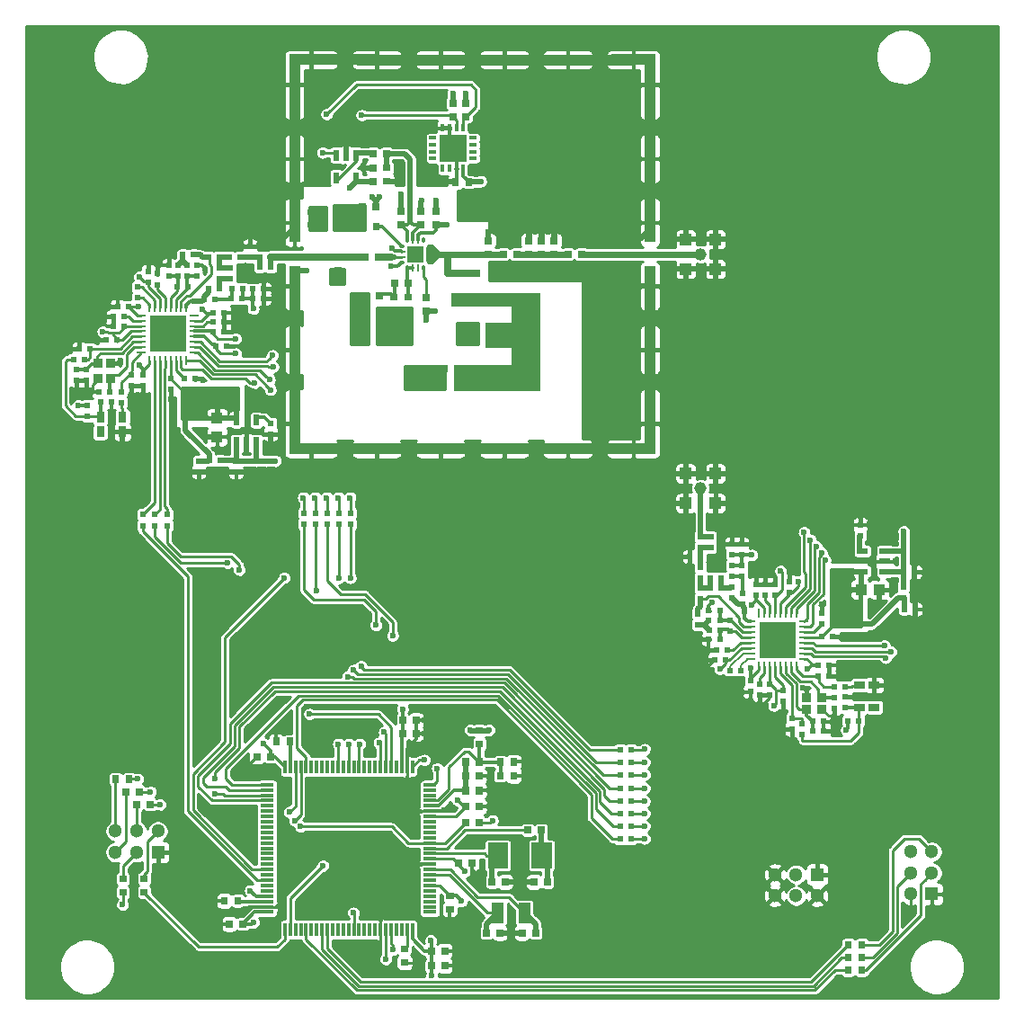
<source format=gbr>
G04 #@! TF.FileFunction,Copper,L1,Top,Signal*
%FSLAX46Y46*%
G04 Gerber Fmt 4.6, Leading zero omitted, Abs format (unit mm)*
G04 Created by KiCad (PCBNEW 4.0.7) date Friday, March 09, 2018 'PMt' 08:43:15 PM*
%MOMM*%
%LPD*%
G01*
G04 APERTURE LIST*
%ADD10C,0.100000*%
%ADD11C,0.600000*%
%ADD12R,1.300000X1.300000*%
%ADD13C,1.300000*%
%ADD14R,1.100000X1.100000*%
%ADD15R,0.300000X0.720000*%
%ADD16R,0.720000X0.300000*%
%ADD17R,2.500000X2.500000*%
%ADD18R,1.300480X0.299720*%
%ADD19R,0.299720X1.300480*%
%ADD20R,1.000000X5.720000*%
%ADD21R,1.000000X3.800000*%
%ADD22R,3.800000X1.000000*%
%ADD23R,4.140000X1.000000*%
%ADD24C,1.150000*%
%ADD25R,0.949960X0.848360*%
%ADD26R,0.848360X0.949960*%
%ADD27R,0.280000X0.850000*%
%ADD28R,0.850000X0.280000*%
%ADD29R,3.450000X3.450000*%
%ADD30R,0.640000X0.280000*%
%ADD31O,0.640000X0.280000*%
%ADD32O,0.280000X0.640000*%
%ADD33R,0.280000X0.640000*%
%ADD34R,1.500000X1.500000*%
%ADD35C,0.400000*%
%ADD36R,0.590000X0.610000*%
%ADD37R,0.610000X0.590000*%
%ADD38R,0.800000X1.000000*%
%ADD39R,1.000000X0.800000*%
%ADD40R,1.000760X0.599440*%
%ADD41R,0.599440X1.000760*%
%ADD42R,2.700000X0.800000*%
%ADD43C,0.270000*%
%ADD44C,0.508000*%
%ADD45C,0.254000*%
%ADD46C,0.305000*%
%ADD47C,0.250000*%
%ADD48C,0.300000*%
%ADD49C,0.475000*%
%ADD50C,1.000000*%
%ADD51C,0.560000*%
%ADD52C,0.500000*%
%ADD53C,0.700000*%
%ADD54C,0.203000*%
%ADD55C,0.650000*%
%ADD56C,0.280000*%
%ADD57C,0.025500*%
G04 APERTURE END LIST*
D10*
D11*
X158800000Y-82100000D03*
X159700000Y-90700000D03*
X156100000Y-92900000D03*
X156100000Y-85300000D03*
X155500000Y-78500000D03*
X147600000Y-78200000D03*
X147400000Y-73700000D03*
X156800000Y-72700000D03*
X155600000Y-64500000D03*
X151700000Y-68900000D03*
X149200000Y-62200000D03*
X122700000Y-128800000D03*
X124200000Y-132800000D03*
X122700000Y-131300000D03*
X142600000Y-67200000D03*
X143700000Y-67200000D03*
X143700000Y-66000000D03*
X142600000Y-66000000D03*
X127800000Y-143600000D03*
X181500000Y-138300000D03*
D12*
X177500000Y-135000000D03*
D13*
X177500000Y-137000000D03*
X175500000Y-135000000D03*
X175500000Y-137000000D03*
X173500000Y-135000000D03*
X173500000Y-137000000D03*
D14*
X120972380Y-92015664D03*
X120972380Y-93745664D03*
D12*
X115400000Y-132900000D03*
D13*
X115400000Y-130900000D03*
X113400000Y-132900000D03*
X113400000Y-130900000D03*
X111400000Y-132900000D03*
X111400000Y-130900000D03*
D12*
X188277620Y-136834336D03*
D13*
X186277620Y-136834336D03*
X188277620Y-134834336D03*
X186277620Y-134834336D03*
X188277620Y-132834336D03*
X186277620Y-132834336D03*
D15*
X144150000Y-64700000D03*
X143500000Y-64700000D03*
X142850000Y-64700000D03*
X142200000Y-64700000D03*
D16*
X141275000Y-65625000D03*
X141275000Y-66275000D03*
X141275000Y-66925000D03*
X141275000Y-67575000D03*
D15*
X142200000Y-68500000D03*
X142850000Y-68500000D03*
X143500000Y-68500000D03*
X144150000Y-68500000D03*
D16*
X145075000Y-67575000D03*
X145075000Y-66925000D03*
X145075000Y-66275000D03*
X145075000Y-65625000D03*
D17*
X143175000Y-66600000D03*
D18*
X141026760Y-137026760D03*
X141026760Y-136526380D03*
X141026760Y-136026000D03*
X141026760Y-135525620D03*
X141026760Y-135025240D03*
X141026760Y-138525360D03*
X141026760Y-138024980D03*
X141026760Y-137527140D03*
X141026760Y-130526900D03*
X141026760Y-130026520D03*
X141026760Y-129526140D03*
X141026760Y-129025760D03*
X141026760Y-128525380D03*
X141026760Y-128025000D03*
X141026760Y-127524620D03*
X141026760Y-127026780D03*
D19*
X135850240Y-124850000D03*
X135349860Y-124850000D03*
X134852020Y-124850000D03*
X134351640Y-124850000D03*
X133851260Y-124850000D03*
X133350880Y-124850000D03*
X132850500Y-124850000D03*
X132350120Y-124850000D03*
X127851780Y-124850000D03*
X127351400Y-124850000D03*
D18*
X125675000Y-126526400D03*
X125675000Y-127026780D03*
X125675000Y-127524620D03*
X125675000Y-128025000D03*
X125675000Y-128525380D03*
X125675000Y-129025760D03*
X141026760Y-134524860D03*
X141026760Y-134027020D03*
X141026760Y-133526640D03*
X141026760Y-126526400D03*
D19*
X139350360Y-124850000D03*
X138849980Y-124850000D03*
X131849740Y-124850000D03*
X131351900Y-124850000D03*
X130851520Y-124850000D03*
D18*
X125675000Y-129526140D03*
X125675000Y-130026520D03*
X125675000Y-130526900D03*
X141026760Y-133026260D03*
X141026760Y-132525880D03*
X141026760Y-132025500D03*
X141026760Y-131525120D03*
X141026760Y-131024740D03*
D19*
X138352140Y-124850000D03*
X137851760Y-124850000D03*
X137351380Y-124850000D03*
X136851000Y-124850000D03*
X136350620Y-124850000D03*
X130351140Y-124850000D03*
X129850760Y-124850000D03*
X129350380Y-124850000D03*
X128850000Y-124850000D03*
X128349620Y-124850000D03*
D18*
X125675000Y-131024740D03*
X125675000Y-131525120D03*
X125675000Y-132025500D03*
X125675000Y-132525880D03*
X125675000Y-133026260D03*
X125675000Y-133526640D03*
X125675000Y-134027020D03*
X125675000Y-134524860D03*
X125675000Y-135025240D03*
X125675000Y-135525620D03*
X125675000Y-136026000D03*
X125675000Y-136526380D03*
X125675000Y-137026760D03*
X125675000Y-137527140D03*
X125675000Y-138024980D03*
X125675000Y-138525360D03*
D19*
X127351400Y-140201760D03*
X127851780Y-140201760D03*
X128349620Y-140201760D03*
X128850000Y-140201760D03*
X129350380Y-140201760D03*
X129850760Y-140201760D03*
X130351140Y-140201760D03*
X130851520Y-140201760D03*
X131351900Y-140201760D03*
X131849740Y-140201760D03*
X132350120Y-140201760D03*
X132850500Y-140201760D03*
X133350880Y-140201760D03*
X133851260Y-140201760D03*
X134351640Y-140201760D03*
X134852020Y-140201760D03*
X135349860Y-140201760D03*
X135850240Y-140201760D03*
X136350620Y-140201760D03*
X136851000Y-140201760D03*
X137351380Y-140201760D03*
X137851760Y-140201760D03*
X138352140Y-140201760D03*
X138849980Y-140201760D03*
X139350360Y-140201760D03*
D20*
X128260000Y-92540000D03*
D21*
X128260000Y-85590000D03*
X128260000Y-79580000D03*
X128260000Y-73590000D03*
X128260000Y-67590000D03*
X161740000Y-85590000D03*
X161740000Y-79580000D03*
X161740000Y-73590000D03*
X161740000Y-67590000D03*
D20*
X161740000Y-92540000D03*
X161740000Y-60625000D03*
X128260000Y-60625000D03*
D22*
X136000000Y-94900000D03*
X142000000Y-94900000D03*
X148000000Y-94900000D03*
X154000000Y-94900000D03*
X136000000Y-58270000D03*
X142000000Y-58270000D03*
X148000000Y-58270000D03*
X154000000Y-58270000D03*
D23*
X129830000Y-58265000D03*
X160170000Y-58265000D03*
X129830000Y-94900000D03*
X160170000Y-94900000D03*
D11*
X191000000Y-81000000D03*
X189500000Y-68000000D03*
X193000000Y-56500000D03*
X177000000Y-61000000D03*
X125000000Y-120500000D03*
X126500000Y-112400000D03*
X117000000Y-109300000D03*
X183500000Y-63500000D03*
X165500000Y-56500000D03*
X176500000Y-69000000D03*
X138500000Y-127000000D03*
X127400000Y-127000000D03*
X133000000Y-127500000D03*
X183000000Y-72500000D03*
X169500000Y-62000000D03*
X136000000Y-128500000D03*
X134500000Y-132500000D03*
X106900000Y-108500000D03*
X190000000Y-90000000D03*
X128000000Y-133000000D03*
X110300000Y-113600000D03*
X107500000Y-121000000D03*
X172000000Y-89500000D03*
X142000000Y-56000000D03*
X121100000Y-70850000D03*
X135000000Y-135500000D03*
X114500000Y-119300000D03*
X107000000Y-127500000D03*
X179000000Y-86500000D03*
X167000000Y-85000000D03*
X139500000Y-104000000D03*
X108500000Y-79500000D03*
X109000000Y-96000000D03*
X135500000Y-107500000D03*
X133200000Y-112300000D03*
X130000000Y-138000000D03*
X115500000Y-125000000D03*
X107500000Y-133400000D03*
X179000000Y-78500000D03*
X193500000Y-99500000D03*
X110000000Y-75000000D03*
X123000000Y-100000000D03*
X110000000Y-99500000D03*
X139500000Y-112600000D03*
X126500000Y-118900000D03*
X174500000Y-97000000D03*
X154600000Y-105000000D03*
X152000000Y-101400000D03*
X145600000Y-110200000D03*
X146600000Y-106000000D03*
X163700000Y-113000000D03*
X150900000Y-128200000D03*
X159500000Y-100000000D03*
X189500000Y-128900000D03*
X192800000Y-133900000D03*
X166000000Y-134800000D03*
X143900000Y-100600000D03*
X157400000Y-107500000D03*
X148900000Y-121500000D03*
X152800000Y-125800000D03*
X183000000Y-94500000D03*
X191400000Y-110900000D03*
X187000000Y-113700000D03*
X193400000Y-119400000D03*
X186100000Y-139000000D03*
X157000000Y-114500000D03*
X165100000Y-118900000D03*
X144600000Y-119300000D03*
X155900000Y-134100000D03*
X157100000Y-142900000D03*
X163500000Y-141000000D03*
X175900000Y-143800000D03*
X193200000Y-143540000D03*
X148500000Y-144000000D03*
X104500000Y-145500000D03*
X114000000Y-140900000D03*
X104500000Y-139500000D03*
X112150000Y-145230000D03*
X134000000Y-142500000D03*
X114500000Y-70500000D03*
X103600000Y-63000000D03*
X109400000Y-69500000D03*
X120800000Y-64300000D03*
X120500000Y-58000000D03*
X103500000Y-56000000D03*
X116090000Y-57470000D03*
X124500000Y-60500000D03*
X114500000Y-66150000D03*
X119800000Y-131900000D03*
X122300000Y-135000000D03*
X131700000Y-121300000D03*
X123200000Y-117300000D03*
X115900000Y-137200000D03*
D24*
X166494769Y-98620741D03*
D10*
G36*
X167344769Y-100570741D02*
X167344769Y-99470741D01*
X168444769Y-99470741D01*
X168444769Y-100570741D01*
X167344769Y-100570741D01*
X167344769Y-100570741D01*
G37*
G36*
X164544769Y-100570741D02*
X164544769Y-99470741D01*
X165644769Y-99470741D01*
X165644769Y-100570741D01*
X164544769Y-100570741D01*
X164544769Y-100570741D01*
G37*
G36*
X164544769Y-97770741D02*
X164544769Y-96670741D01*
X165644769Y-96670741D01*
X165644769Y-97770741D01*
X164544769Y-97770741D01*
X164544769Y-97770741D01*
G37*
G36*
X167344769Y-97770741D02*
X167344769Y-96670741D01*
X168444769Y-96670741D01*
X168444769Y-97770741D01*
X167344769Y-97770741D01*
X167344769Y-97770741D01*
G37*
D24*
X166500000Y-76580000D03*
D10*
G36*
X167350000Y-78530000D02*
X167350000Y-77430000D01*
X168450000Y-77430000D01*
X168450000Y-78530000D01*
X167350000Y-78530000D01*
X167350000Y-78530000D01*
G37*
G36*
X164550000Y-78530000D02*
X164550000Y-77430000D01*
X165650000Y-77430000D01*
X165650000Y-78530000D01*
X164550000Y-78530000D01*
X164550000Y-78530000D01*
G37*
G36*
X164550000Y-75730000D02*
X164550000Y-74630000D01*
X165650000Y-74630000D01*
X165650000Y-75730000D01*
X164550000Y-75730000D01*
X164550000Y-75730000D01*
G37*
G36*
X167350000Y-75730000D02*
X167350000Y-74630000D01*
X168450000Y-74630000D01*
X168450000Y-75730000D01*
X167350000Y-75730000D01*
X167350000Y-75730000D01*
G37*
D25*
X177943592Y-118334488D03*
X176495792Y-119477488D03*
X176495792Y-118334488D03*
X177943592Y-119477488D03*
D26*
X110915380Y-88315664D03*
X109772380Y-86867864D03*
X110915380Y-86867864D03*
X109772380Y-88315664D03*
D27*
X114584760Y-86581328D03*
X115084760Y-86581328D03*
X115584760Y-86581328D03*
X116084760Y-86581328D03*
X116584760Y-86581328D03*
X117084760Y-86581328D03*
X117584760Y-86581328D03*
X118084760Y-86581328D03*
D28*
X118834760Y-85831328D03*
X118834760Y-85331328D03*
X118834760Y-84831328D03*
X118834760Y-84331328D03*
X118834760Y-83831328D03*
X118834760Y-83331328D03*
X118834760Y-82831328D03*
X118834760Y-82331328D03*
D27*
X118084760Y-81581328D03*
X117584760Y-81581328D03*
X117084760Y-81581328D03*
X116584760Y-81581328D03*
X116084760Y-81581328D03*
X115584760Y-81581328D03*
X115084760Y-81581328D03*
X114584760Y-81581328D03*
D28*
X113834760Y-82331328D03*
X113834760Y-82831328D03*
X113834760Y-83331328D03*
X113834760Y-83831328D03*
X113834760Y-84331328D03*
X113834760Y-84831328D03*
X113834760Y-85331328D03*
X113834760Y-85831328D03*
D11*
X115234760Y-85181328D03*
X116334760Y-85181328D03*
X117434760Y-85181328D03*
X115234760Y-84081328D03*
X116334760Y-84081328D03*
X117434760Y-84081328D03*
X115234760Y-82981328D03*
X116334760Y-82981328D03*
X117434760Y-82981328D03*
D29*
X116334760Y-84081328D03*
D28*
X176259692Y-114655988D03*
X176259692Y-114155988D03*
X176259692Y-113655988D03*
X176259692Y-113155988D03*
X176259692Y-112655988D03*
X176259692Y-112155988D03*
X176259692Y-111655988D03*
X176259692Y-111155988D03*
D27*
X175509692Y-110405988D03*
X175009692Y-110405988D03*
X174509692Y-110405988D03*
X174009692Y-110405988D03*
X173509692Y-110405988D03*
X173009692Y-110405988D03*
X172509692Y-110405988D03*
X172009692Y-110405988D03*
D28*
X171259692Y-111155988D03*
X171259692Y-111655988D03*
X171259692Y-112155988D03*
X171259692Y-112655988D03*
X171259692Y-113155988D03*
X171259692Y-113655988D03*
X171259692Y-114155988D03*
X171259692Y-114655988D03*
D27*
X172009692Y-115405988D03*
X172509692Y-115405988D03*
X173009692Y-115405988D03*
X173509692Y-115405988D03*
X174009692Y-115405988D03*
X174509692Y-115405988D03*
X175009692Y-115405988D03*
X175509692Y-115405988D03*
D11*
X174859692Y-114005988D03*
X174859692Y-112905988D03*
X174859692Y-111805988D03*
X173759692Y-114005988D03*
X173759692Y-112905988D03*
X173759692Y-111805988D03*
X172659692Y-114005988D03*
X172659692Y-112905988D03*
X172659692Y-111805988D03*
D29*
X173759692Y-112905988D03*
D30*
X138372380Y-76331328D03*
D31*
X138372380Y-75831328D03*
D30*
X138372380Y-76831328D03*
D31*
X138372380Y-77331328D03*
D32*
X138922380Y-77881328D03*
D33*
X139422380Y-77881328D03*
X139922380Y-77881328D03*
D32*
X140422380Y-77881328D03*
D31*
X140972380Y-77331328D03*
D30*
X140972380Y-76831328D03*
X140972380Y-76331328D03*
D31*
X140972380Y-75831328D03*
D32*
X140422380Y-75281328D03*
D33*
X139922380Y-75281328D03*
X139422380Y-75281328D03*
D32*
X138922380Y-75281328D03*
D34*
X139672380Y-76581328D03*
D35*
X139322380Y-76231328D03*
X140022380Y-76231328D03*
X140022380Y-76931328D03*
X139322380Y-76931328D03*
D36*
X180134690Y-119260340D03*
X180134690Y-118240340D03*
D37*
X185639692Y-106505988D03*
X186659692Y-106505988D03*
X177559692Y-115255988D03*
X178579692Y-115255988D03*
X177874769Y-112610741D03*
X178894769Y-112610741D03*
D36*
X177909692Y-111425988D03*
X177909692Y-110405988D03*
X181534690Y-103060340D03*
X181534690Y-102040340D03*
D37*
X179114690Y-117280988D03*
X180134690Y-117280988D03*
D36*
X179109692Y-119375988D03*
X179109692Y-118355988D03*
D37*
X178049692Y-120575988D03*
X177029692Y-120575988D03*
D36*
X175109692Y-121335988D03*
X175109692Y-120315988D03*
D37*
X185684692Y-110005988D03*
X186704692Y-110005988D03*
X178049692Y-121485988D03*
X177029692Y-121485988D03*
D36*
X174859692Y-108425988D03*
X174859692Y-107405988D03*
X174259692Y-118705988D03*
X174259692Y-117685988D03*
X173484692Y-108680988D03*
X173484692Y-107660988D03*
X172999692Y-118075988D03*
X172999692Y-117055988D03*
D37*
X169309692Y-115755988D03*
X170329692Y-115755988D03*
D36*
X172089692Y-118075988D03*
X172089692Y-117055988D03*
X171709692Y-108680988D03*
X171709692Y-107660988D03*
X171184692Y-117775988D03*
X171184692Y-116755988D03*
D37*
X167819692Y-114795988D03*
X168839692Y-114795988D03*
X168039692Y-113855988D03*
X169059692Y-113855988D03*
D36*
X169459692Y-104875988D03*
X169459692Y-103855988D03*
X169434690Y-107920340D03*
X169434690Y-108940340D03*
X169459692Y-106930988D03*
X169459692Y-105910988D03*
X170384692Y-104905988D03*
X170384692Y-103885988D03*
D37*
X167414690Y-107040340D03*
X168434690Y-107040340D03*
X167284692Y-112805988D03*
X168304692Y-112805988D03*
X167284692Y-111055988D03*
X168304692Y-111055988D03*
D36*
X166459692Y-109055988D03*
X166459692Y-108035988D03*
D37*
X166484692Y-105055988D03*
X165464692Y-105055988D03*
D36*
X167459692Y-103180988D03*
X167459692Y-104200988D03*
D37*
X109972380Y-90481328D03*
X110992380Y-90481328D03*
D36*
X122747380Y-96045664D03*
X122747380Y-97065664D03*
X114022380Y-87915664D03*
X114022380Y-88935664D03*
X116584760Y-88281328D03*
X116584760Y-89301328D03*
D37*
X117852380Y-88315664D03*
X118872380Y-88315664D03*
D36*
X126000000Y-92480000D03*
X126000000Y-93500000D03*
X111972380Y-89515664D03*
X111972380Y-90535664D03*
D37*
X109872380Y-89515664D03*
X110892380Y-89515664D03*
D36*
X108672380Y-88435664D03*
X108672380Y-87415664D03*
D37*
X107984760Y-85481328D03*
X109004760Y-85481328D03*
D36*
X119247380Y-96040664D03*
X119247380Y-97060664D03*
X107722380Y-88435664D03*
X107722380Y-87415664D03*
D37*
X120872380Y-85215664D03*
X121892380Y-85215664D03*
X110552380Y-84615664D03*
X111572380Y-84615664D03*
X120584760Y-83881328D03*
X121604760Y-83881328D03*
X111172380Y-83365664D03*
X112192380Y-83365664D03*
D36*
X113472380Y-79681328D03*
X113472380Y-80701328D03*
D37*
X111202380Y-82465664D03*
X112222380Y-82465664D03*
X120572380Y-82065664D03*
X121592380Y-82065664D03*
X111584760Y-81481328D03*
X112604760Y-81481328D03*
D36*
X114472380Y-78195664D03*
X114472380Y-79215664D03*
X115372380Y-78415664D03*
X115372380Y-79435664D03*
D37*
X124342380Y-79855664D03*
X125362380Y-79855664D03*
X121212380Y-79815664D03*
X120192380Y-79815664D03*
X122342380Y-79815664D03*
X123362380Y-79815664D03*
X124342380Y-80745664D03*
X125362380Y-80745664D03*
D36*
X122232380Y-77855664D03*
X122232380Y-78875664D03*
X116452380Y-77635664D03*
X116452380Y-78655664D03*
X118172380Y-77635664D03*
X118172380Y-78655664D03*
D37*
X120142380Y-76835664D03*
X121162380Y-76835664D03*
D36*
X124062380Y-76825664D03*
X124062380Y-75805664D03*
D37*
X126012380Y-77765664D03*
X124992380Y-77765664D03*
D36*
X185634692Y-108905988D03*
X185634692Y-107885988D03*
X170434690Y-109560340D03*
X170434690Y-108540340D03*
X169279692Y-112065988D03*
X169279692Y-111045988D03*
D37*
X167414690Y-108040340D03*
X168434690Y-108040340D03*
X167289692Y-111955988D03*
X168309692Y-111955988D03*
X167284692Y-110155988D03*
X168304692Y-110155988D03*
D36*
X166484692Y-106055988D03*
X166484692Y-107075988D03*
X166234690Y-111460340D03*
X166234690Y-110440340D03*
X166484692Y-103180988D03*
X166484692Y-104200988D03*
D37*
X120222380Y-96015664D03*
X121242380Y-96015664D03*
X119782380Y-80825664D03*
X120802380Y-80825664D03*
X117172380Y-79655664D03*
X118192380Y-79655664D03*
D36*
X121184760Y-77861328D03*
X121184760Y-78881328D03*
X117302380Y-77635664D03*
X117302380Y-78655664D03*
X119032380Y-77645664D03*
X119032380Y-78665664D03*
D37*
X123142380Y-76835664D03*
X122122380Y-76835664D03*
X117752380Y-76635664D03*
X118772380Y-76635664D03*
X125992380Y-76815664D03*
X124972380Y-76815664D03*
X180389692Y-120505988D03*
X181409692Y-120505988D03*
D36*
X176089692Y-121815988D03*
X176089692Y-120795988D03*
D37*
X178579692Y-116305988D03*
X177559692Y-116305988D03*
D36*
X172609692Y-108680988D03*
X172609692Y-107660988D03*
X170409692Y-106930988D03*
X170409692Y-105910988D03*
X108772380Y-90795664D03*
X108772380Y-91815664D03*
D37*
X107452380Y-86465664D03*
X108472380Y-86465664D03*
D36*
X112872380Y-88935664D03*
X112872380Y-87915664D03*
D37*
X120584760Y-82981328D03*
X121604760Y-82981328D03*
X122322380Y-80775664D03*
X123342380Y-80775664D03*
X158919259Y-124454769D03*
X159939259Y-124454769D03*
X158919259Y-125654769D03*
X159939259Y-125654769D03*
X158919259Y-126854769D03*
X159939259Y-126854769D03*
X158919259Y-128054769D03*
X159939259Y-128054769D03*
X158919259Y-129254769D03*
X159939259Y-129254769D03*
X158919259Y-130454769D03*
X159939259Y-130454769D03*
X158919259Y-131654769D03*
X159939259Y-131654769D03*
D36*
X113972380Y-102125664D03*
X113972380Y-101105664D03*
X115117380Y-102125664D03*
X115117380Y-101105664D03*
X116262380Y-102125664D03*
X116262380Y-101105664D03*
X129162380Y-102000000D03*
X129162380Y-100980000D03*
X130252380Y-102000000D03*
X130252380Y-100980000D03*
X131342380Y-102000000D03*
X131342380Y-100980000D03*
X132432380Y-102000000D03*
X132432380Y-100980000D03*
X133522380Y-102000000D03*
X133522380Y-100980000D03*
D37*
X158919259Y-123254769D03*
X159939259Y-123254769D03*
D10*
G36*
X135357380Y-67445664D02*
X135357380Y-66745664D01*
X136007380Y-66745664D01*
X136007380Y-67445664D01*
X135357380Y-67445664D01*
X135357380Y-67445664D01*
G37*
G36*
X136627380Y-67445664D02*
X136627380Y-66745664D01*
X137277380Y-66745664D01*
X137277380Y-67445664D01*
X136627380Y-67445664D01*
X136627380Y-67445664D01*
G37*
G36*
X134359760Y-74331328D02*
X134359760Y-73631328D01*
X135009760Y-73631328D01*
X135009760Y-74331328D01*
X134359760Y-74331328D01*
X134359760Y-74331328D01*
G37*
G36*
X135629760Y-74331328D02*
X135629760Y-73631328D01*
X136279760Y-73631328D01*
X136279760Y-74331328D01*
X135629760Y-74331328D01*
X135629760Y-74331328D01*
G37*
G36*
X132002380Y-76500664D02*
X132702380Y-76500664D01*
X132702380Y-77150664D01*
X132002380Y-77150664D01*
X132002380Y-76500664D01*
X132002380Y-76500664D01*
G37*
G36*
X132002380Y-77770664D02*
X132702380Y-77770664D01*
X132702380Y-78420664D01*
X132002380Y-78420664D01*
X132002380Y-77770664D01*
X132002380Y-77770664D01*
G37*
G36*
X134677380Y-80865664D02*
X134677380Y-80165664D01*
X135327380Y-80165664D01*
X135327380Y-80865664D01*
X134677380Y-80865664D01*
X134677380Y-80865664D01*
G37*
G36*
X135947380Y-80865664D02*
X135947380Y-80165664D01*
X136597380Y-80165664D01*
X136597380Y-80865664D01*
X135947380Y-80865664D01*
X135947380Y-80865664D01*
G37*
G36*
X144034760Y-62056328D02*
X144734760Y-62056328D01*
X144734760Y-62706328D01*
X144034760Y-62706328D01*
X144034760Y-62056328D01*
X144034760Y-62056328D01*
G37*
G36*
X144034760Y-63326328D02*
X144734760Y-63326328D01*
X144734760Y-63976328D01*
X144034760Y-63976328D01*
X144034760Y-63326328D01*
X144034760Y-63326328D01*
G37*
G36*
X142834760Y-62056328D02*
X143534760Y-62056328D01*
X143534760Y-62706328D01*
X142834760Y-62706328D01*
X142834760Y-62056328D01*
X142834760Y-62056328D01*
G37*
G36*
X142834760Y-63326328D02*
X143534760Y-63326328D01*
X143534760Y-63976328D01*
X142834760Y-63976328D01*
X142834760Y-63326328D01*
X142834760Y-63326328D01*
G37*
G36*
X180075000Y-143150000D02*
X180075000Y-142450000D01*
X180725000Y-142450000D01*
X180725000Y-143150000D01*
X180075000Y-143150000D01*
X180075000Y-143150000D01*
G37*
G36*
X181345000Y-143150000D02*
X181345000Y-142450000D01*
X181995000Y-142450000D01*
X181995000Y-143150000D01*
X181345000Y-143150000D01*
X181345000Y-143150000D01*
G37*
G36*
X181995000Y-141250000D02*
X181995000Y-141950000D01*
X181345000Y-141950000D01*
X181345000Y-141250000D01*
X181995000Y-141250000D01*
X181995000Y-141250000D01*
G37*
G36*
X180725000Y-141250000D02*
X180725000Y-141950000D01*
X180075000Y-141950000D01*
X180075000Y-141250000D01*
X180725000Y-141250000D01*
X180725000Y-141250000D01*
G37*
G36*
X181995000Y-143650000D02*
X181995000Y-144350000D01*
X181345000Y-144350000D01*
X181345000Y-143650000D01*
X181995000Y-143650000D01*
X181995000Y-143650000D01*
G37*
G36*
X180725000Y-143650000D02*
X180725000Y-144350000D01*
X180075000Y-144350000D01*
X180075000Y-143650000D01*
X180725000Y-143650000D01*
X180725000Y-143650000D01*
G37*
G36*
X112995000Y-125650000D02*
X112995000Y-126350000D01*
X112345000Y-126350000D01*
X112345000Y-125650000D01*
X112995000Y-125650000D01*
X112995000Y-125650000D01*
G37*
G36*
X111725000Y-125650000D02*
X111725000Y-126350000D01*
X111075000Y-126350000D01*
X111075000Y-125650000D01*
X111725000Y-125650000D01*
X111725000Y-125650000D01*
G37*
G36*
X114995000Y-128050000D02*
X114995000Y-128750000D01*
X114345000Y-128750000D01*
X114345000Y-128050000D01*
X114995000Y-128050000D01*
X114995000Y-128050000D01*
G37*
G36*
X113725000Y-128050000D02*
X113725000Y-128750000D01*
X113075000Y-128750000D01*
X113075000Y-128050000D01*
X113725000Y-128050000D01*
X113725000Y-128050000D01*
G37*
G36*
X114450000Y-136995000D02*
X113750000Y-136995000D01*
X113750000Y-136345000D01*
X114450000Y-136345000D01*
X114450000Y-136995000D01*
X114450000Y-136995000D01*
G37*
G36*
X114450000Y-135725000D02*
X113750000Y-135725000D01*
X113750000Y-135075000D01*
X114450000Y-135075000D01*
X114450000Y-135725000D01*
X114450000Y-135725000D01*
G37*
G36*
X112075000Y-127550000D02*
X112075000Y-126850000D01*
X112725000Y-126850000D01*
X112725000Y-127550000D01*
X112075000Y-127550000D01*
X112075000Y-127550000D01*
G37*
G36*
X113345000Y-127550000D02*
X113345000Y-126850000D01*
X113995000Y-126850000D01*
X113995000Y-127550000D01*
X113345000Y-127550000D01*
X113345000Y-127550000D01*
G37*
G36*
X111750000Y-135075000D02*
X112450000Y-135075000D01*
X112450000Y-135725000D01*
X111750000Y-135725000D01*
X111750000Y-135075000D01*
X111750000Y-135075000D01*
G37*
G36*
X111750000Y-136345000D02*
X112450000Y-136345000D01*
X112450000Y-136995000D01*
X111750000Y-136995000D01*
X111750000Y-136345000D01*
X111750000Y-136345000D01*
G37*
G36*
X138270000Y-141685000D02*
X138970000Y-141685000D01*
X138970000Y-142335000D01*
X138270000Y-142335000D01*
X138270000Y-141685000D01*
X138270000Y-141685000D01*
G37*
G36*
X138270000Y-142955000D02*
X138970000Y-142955000D01*
X138970000Y-143605000D01*
X138270000Y-143605000D01*
X138270000Y-142955000D01*
X138270000Y-142955000D01*
G37*
G36*
X144075000Y-124750000D02*
X144075000Y-124050000D01*
X144725000Y-124050000D01*
X144725000Y-124750000D01*
X144075000Y-124750000D01*
X144075000Y-124750000D01*
G37*
G36*
X145345000Y-124750000D02*
X145345000Y-124050000D01*
X145995000Y-124050000D01*
X145995000Y-124750000D01*
X145345000Y-124750000D01*
X145345000Y-124750000D01*
G37*
G36*
X149905000Y-131153015D02*
X149905000Y-130453015D01*
X150555000Y-130453015D01*
X150555000Y-131153015D01*
X149905000Y-131153015D01*
X149905000Y-131153015D01*
G37*
G36*
X151175000Y-131153015D02*
X151175000Y-130453015D01*
X151825000Y-130453015D01*
X151825000Y-131153015D01*
X151175000Y-131153015D01*
X151175000Y-131153015D01*
G37*
G36*
X144075000Y-130450000D02*
X144075000Y-129750000D01*
X144725000Y-129750000D01*
X144725000Y-130450000D01*
X144075000Y-130450000D01*
X144075000Y-130450000D01*
G37*
G36*
X145345000Y-130450000D02*
X145345000Y-129750000D01*
X145995000Y-129750000D01*
X145995000Y-130450000D01*
X145345000Y-130450000D01*
X145345000Y-130450000D01*
G37*
G36*
X149509760Y-76231328D02*
X149509760Y-76931328D01*
X148859760Y-76931328D01*
X148859760Y-76231328D01*
X149509760Y-76231328D01*
X149509760Y-76231328D01*
G37*
G36*
X148239760Y-76231328D02*
X148239760Y-76931328D01*
X147589760Y-76931328D01*
X147589760Y-76231328D01*
X148239760Y-76231328D01*
X148239760Y-76231328D01*
G37*
G36*
X139277380Y-78955664D02*
X139277380Y-79655664D01*
X138627380Y-79655664D01*
X138627380Y-78955664D01*
X139277380Y-78955664D01*
X139277380Y-78955664D01*
G37*
G36*
X138007380Y-78955664D02*
X138007380Y-79655664D01*
X137357380Y-79655664D01*
X137357380Y-78955664D01*
X138007380Y-78955664D01*
X138007380Y-78955664D01*
G37*
G36*
X146030000Y-123035000D02*
X145330000Y-123035000D01*
X145330000Y-122385000D01*
X146030000Y-122385000D01*
X146030000Y-123035000D01*
X146030000Y-123035000D01*
G37*
G36*
X146030000Y-121765000D02*
X145330000Y-121765000D01*
X145330000Y-121115000D01*
X146030000Y-121115000D01*
X146030000Y-121765000D01*
X146030000Y-121765000D01*
G37*
G36*
X155605000Y-76231328D02*
X155605000Y-76931328D01*
X154955000Y-76931328D01*
X154955000Y-76231328D01*
X155605000Y-76231328D01*
X155605000Y-76231328D01*
G37*
G36*
X154335000Y-76231328D02*
X154335000Y-76931328D01*
X153685000Y-76931328D01*
X153685000Y-76231328D01*
X154335000Y-76231328D01*
X154335000Y-76231328D01*
G37*
G36*
X153050000Y-76905000D02*
X152350000Y-76905000D01*
X152350000Y-76255000D01*
X153050000Y-76255000D01*
X153050000Y-76905000D01*
X153050000Y-76905000D01*
G37*
G36*
X153050000Y-75635000D02*
X152350000Y-75635000D01*
X152350000Y-74985000D01*
X153050000Y-74985000D01*
X153050000Y-75635000D01*
X153050000Y-75635000D01*
G37*
G36*
X150650000Y-76906328D02*
X149950000Y-76906328D01*
X149950000Y-76256328D01*
X150650000Y-76256328D01*
X150650000Y-76906328D01*
X150650000Y-76906328D01*
G37*
G36*
X150650000Y-75636328D02*
X149950000Y-75636328D01*
X149950000Y-74986328D01*
X150650000Y-74986328D01*
X150650000Y-75636328D01*
X150650000Y-75636328D01*
G37*
G36*
X151150000Y-74986328D02*
X151850000Y-74986328D01*
X151850000Y-75636328D01*
X151150000Y-75636328D01*
X151150000Y-74986328D01*
X151150000Y-74986328D01*
G37*
G36*
X151150000Y-76256328D02*
X151850000Y-76256328D01*
X151850000Y-76906328D01*
X151150000Y-76906328D01*
X151150000Y-76256328D01*
X151150000Y-76256328D01*
G37*
G36*
X146134760Y-74985000D02*
X146834760Y-74985000D01*
X146834760Y-75635000D01*
X146134760Y-75635000D01*
X146134760Y-74985000D01*
X146134760Y-74985000D01*
G37*
G36*
X146134760Y-76255000D02*
X146834760Y-76255000D01*
X146834760Y-76905000D01*
X146134760Y-76905000D01*
X146134760Y-76255000D01*
X146134760Y-76255000D01*
G37*
G36*
X142007380Y-87715664D02*
X142007380Y-87015664D01*
X142657380Y-87015664D01*
X142657380Y-87715664D01*
X142007380Y-87715664D01*
X142007380Y-87715664D01*
G37*
G36*
X143277380Y-87715664D02*
X143277380Y-87015664D01*
X143927380Y-87015664D01*
X143927380Y-87715664D01*
X143277380Y-87715664D01*
X143277380Y-87715664D01*
G37*
G36*
X145059760Y-85131328D02*
X145059760Y-84431328D01*
X145709760Y-84431328D01*
X145709760Y-85131328D01*
X145059760Y-85131328D01*
X145059760Y-85131328D01*
G37*
G36*
X146329760Y-85131328D02*
X146329760Y-84431328D01*
X146979760Y-84431328D01*
X146979760Y-85131328D01*
X146329760Y-85131328D01*
X146329760Y-85131328D01*
G37*
G36*
X145059760Y-83831328D02*
X145059760Y-83131328D01*
X145709760Y-83131328D01*
X145709760Y-83831328D01*
X145059760Y-83831328D01*
X145059760Y-83831328D01*
G37*
G36*
X146329760Y-83831328D02*
X146329760Y-83131328D01*
X146979760Y-83131328D01*
X146979760Y-83831328D01*
X146329760Y-83831328D01*
X146329760Y-83831328D01*
G37*
G36*
X141934760Y-74106328D02*
X141234760Y-74106328D01*
X141234760Y-73456328D01*
X141934760Y-73456328D01*
X141934760Y-74106328D01*
X141934760Y-74106328D01*
G37*
G36*
X141934760Y-72836328D02*
X141234760Y-72836328D01*
X141234760Y-72186328D01*
X141934760Y-72186328D01*
X141934760Y-72836328D01*
X141934760Y-72836328D01*
G37*
G36*
X140522380Y-74106328D02*
X139822380Y-74106328D01*
X139822380Y-73456328D01*
X140522380Y-73456328D01*
X140522380Y-74106328D01*
X140522380Y-74106328D01*
G37*
G36*
X140522380Y-72836328D02*
X139822380Y-72836328D01*
X139822380Y-72186328D01*
X140522380Y-72186328D01*
X140522380Y-72836328D01*
X140522380Y-72836328D01*
G37*
G36*
X140302380Y-80310664D02*
X141002380Y-80310664D01*
X141002380Y-80960664D01*
X140302380Y-80960664D01*
X140302380Y-80310664D01*
X140302380Y-80310664D01*
G37*
G36*
X140302380Y-81580664D02*
X141002380Y-81580664D01*
X141002380Y-82230664D01*
X140302380Y-82230664D01*
X140302380Y-81580664D01*
X140302380Y-81580664D01*
G37*
G36*
X136600000Y-68115000D02*
X137300000Y-68115000D01*
X137300000Y-68765000D01*
X136600000Y-68765000D01*
X136600000Y-68115000D01*
X136600000Y-68115000D01*
G37*
G36*
X136600000Y-69385000D02*
X137300000Y-69385000D01*
X137300000Y-70035000D01*
X136600000Y-70035000D01*
X136600000Y-69385000D01*
X136600000Y-69385000D01*
G37*
G36*
X138622380Y-74106328D02*
X137922380Y-74106328D01*
X137922380Y-73456328D01*
X138622380Y-73456328D01*
X138622380Y-74106328D01*
X138622380Y-74106328D01*
G37*
G36*
X138622380Y-72836328D02*
X137922380Y-72836328D01*
X137922380Y-72186328D01*
X138622380Y-72186328D01*
X138622380Y-72836328D01*
X138622380Y-72836328D01*
G37*
G36*
X138622380Y-80290664D02*
X139322380Y-80290664D01*
X139322380Y-80940664D01*
X138622380Y-80940664D01*
X138622380Y-80290664D01*
X138622380Y-80290664D01*
G37*
G36*
X138622380Y-81560664D02*
X139322380Y-81560664D01*
X139322380Y-82210664D01*
X138622380Y-82210664D01*
X138622380Y-81560664D01*
X138622380Y-81560664D01*
G37*
G36*
X136034760Y-70040664D02*
X135334760Y-70040664D01*
X135334760Y-69390664D01*
X136034760Y-69390664D01*
X136034760Y-70040664D01*
X136034760Y-70040664D01*
G37*
G36*
X136034760Y-68770664D02*
X135334760Y-68770664D01*
X135334760Y-68120664D01*
X136034760Y-68120664D01*
X136034760Y-68770664D01*
X136034760Y-68770664D01*
G37*
G36*
X136497380Y-76475664D02*
X136497380Y-77175664D01*
X135847380Y-77175664D01*
X135847380Y-76475664D01*
X136497380Y-76475664D01*
X136497380Y-76475664D01*
G37*
G36*
X135227380Y-76475664D02*
X135227380Y-77175664D01*
X134577380Y-77175664D01*
X134577380Y-76475664D01*
X135227380Y-76475664D01*
X135227380Y-76475664D01*
G37*
G36*
X137234760Y-80286328D02*
X137934760Y-80286328D01*
X137934760Y-80936328D01*
X137234760Y-80936328D01*
X137234760Y-80286328D01*
X137234760Y-80286328D01*
G37*
G36*
X137234760Y-81556328D02*
X137934760Y-81556328D01*
X137934760Y-82206328D01*
X137234760Y-82206328D01*
X137234760Y-81556328D01*
X137234760Y-81556328D01*
G37*
G36*
X134347380Y-72465664D02*
X134347380Y-71765664D01*
X134997380Y-71765664D01*
X134997380Y-72465664D01*
X134347380Y-72465664D01*
X134347380Y-72465664D01*
G37*
G36*
X135617380Y-72465664D02*
X135617380Y-71765664D01*
X136267380Y-71765664D01*
X136267380Y-72465664D01*
X135617380Y-72465664D01*
X135617380Y-72465664D01*
G37*
G36*
X132509760Y-72231328D02*
X132509760Y-72931328D01*
X131859760Y-72931328D01*
X131859760Y-72231328D01*
X132509760Y-72231328D01*
X132509760Y-72231328D01*
G37*
G36*
X131239760Y-72231328D02*
X131239760Y-72931328D01*
X130589760Y-72931328D01*
X130589760Y-72231328D01*
X131239760Y-72231328D01*
X131239760Y-72231328D01*
G37*
G36*
X134673044Y-82365664D02*
X134673044Y-81665664D01*
X135323044Y-81665664D01*
X135323044Y-82365664D01*
X134673044Y-82365664D01*
X134673044Y-82365664D01*
G37*
G36*
X135943044Y-82365664D02*
X135943044Y-81665664D01*
X136593044Y-81665664D01*
X136593044Y-82365664D01*
X135943044Y-82365664D01*
X135943044Y-82365664D01*
G37*
G36*
X132507380Y-73525664D02*
X132507380Y-74225664D01*
X131857380Y-74225664D01*
X131857380Y-73525664D01*
X132507380Y-73525664D01*
X132507380Y-73525664D01*
G37*
G36*
X131237380Y-73525664D02*
X131237380Y-74225664D01*
X130587380Y-74225664D01*
X130587380Y-73525664D01*
X131237380Y-73525664D01*
X131237380Y-73525664D01*
G37*
G36*
X134673044Y-83765664D02*
X134673044Y-83065664D01*
X135323044Y-83065664D01*
X135323044Y-83765664D01*
X134673044Y-83765664D01*
X134673044Y-83765664D01*
G37*
G36*
X135943044Y-83765664D02*
X135943044Y-83065664D01*
X136593044Y-83065664D01*
X136593044Y-83765664D01*
X135943044Y-83765664D01*
X135943044Y-83765664D01*
G37*
G36*
X134673044Y-85165664D02*
X134673044Y-84465664D01*
X135323044Y-84465664D01*
X135323044Y-85165664D01*
X134673044Y-85165664D01*
X134673044Y-85165664D01*
G37*
G36*
X135943044Y-85165664D02*
X135943044Y-84465664D01*
X136593044Y-84465664D01*
X136593044Y-85165664D01*
X135943044Y-85165664D01*
X135943044Y-85165664D01*
G37*
G36*
X145009760Y-69431328D02*
X145009760Y-70131328D01*
X144359760Y-70131328D01*
X144359760Y-69431328D01*
X145009760Y-69431328D01*
X145009760Y-69431328D01*
G37*
G36*
X143739760Y-69431328D02*
X143739760Y-70131328D01*
X143089760Y-70131328D01*
X143089760Y-69431328D01*
X143739760Y-69431328D01*
X143739760Y-69431328D01*
G37*
G36*
X149375000Y-140850000D02*
X149375000Y-140150000D01*
X150025000Y-140150000D01*
X150025000Y-140850000D01*
X149375000Y-140850000D01*
X149375000Y-140850000D01*
G37*
G36*
X150645000Y-140850000D02*
X150645000Y-140150000D01*
X151295000Y-140150000D01*
X151295000Y-140850000D01*
X150645000Y-140850000D01*
X150645000Y-140850000D01*
G37*
G36*
X147925000Y-140150000D02*
X147925000Y-140850000D01*
X147275000Y-140850000D01*
X147275000Y-140150000D01*
X147925000Y-140150000D01*
X147925000Y-140150000D01*
G37*
G36*
X146655000Y-140150000D02*
X146655000Y-140850000D01*
X146005000Y-140850000D01*
X146005000Y-140150000D01*
X146655000Y-140150000D01*
X146655000Y-140150000D01*
G37*
G36*
X142550000Y-136675000D02*
X143250000Y-136675000D01*
X143250000Y-137325000D01*
X142550000Y-137325000D01*
X142550000Y-136675000D01*
X142550000Y-136675000D01*
G37*
G36*
X142550000Y-137945000D02*
X143250000Y-137945000D01*
X143250000Y-138595000D01*
X142550000Y-138595000D01*
X142550000Y-137945000D01*
X142550000Y-137945000D01*
G37*
G36*
X140815000Y-142540000D02*
X140815000Y-141840000D01*
X141465000Y-141840000D01*
X141465000Y-142540000D01*
X140815000Y-142540000D01*
X140815000Y-142540000D01*
G37*
G36*
X142085000Y-142540000D02*
X142085000Y-141840000D01*
X142735000Y-141840000D01*
X142735000Y-142540000D01*
X142085000Y-142540000D01*
X142085000Y-142540000D01*
G37*
G36*
X123725000Y-139300000D02*
X123725000Y-140000000D01*
X123075000Y-140000000D01*
X123075000Y-139300000D01*
X123725000Y-139300000D01*
X123725000Y-139300000D01*
G37*
G36*
X122455000Y-139300000D02*
X122455000Y-140000000D01*
X121805000Y-140000000D01*
X121805000Y-139300000D01*
X122455000Y-139300000D01*
X122455000Y-139300000D01*
G37*
G36*
X126325000Y-123550000D02*
X126325000Y-124250000D01*
X125675000Y-124250000D01*
X125675000Y-123550000D01*
X126325000Y-123550000D01*
X126325000Y-123550000D01*
G37*
G36*
X125055000Y-123550000D02*
X125055000Y-124250000D01*
X124405000Y-124250000D01*
X124405000Y-123550000D01*
X125055000Y-123550000D01*
X125055000Y-123550000D01*
G37*
G36*
X138125000Y-122070000D02*
X138125000Y-121370000D01*
X138775000Y-121370000D01*
X138775000Y-122070000D01*
X138125000Y-122070000D01*
X138125000Y-122070000D01*
G37*
G36*
X139395000Y-122070000D02*
X139395000Y-121370000D01*
X140045000Y-121370000D01*
X140045000Y-122070000D01*
X139395000Y-122070000D01*
X139395000Y-122070000D01*
G37*
G36*
X138125000Y-120820000D02*
X138125000Y-120120000D01*
X138775000Y-120120000D01*
X138775000Y-120820000D01*
X138125000Y-120820000D01*
X138125000Y-120820000D01*
G37*
G36*
X139395000Y-120820000D02*
X139395000Y-120120000D01*
X140045000Y-120120000D01*
X140045000Y-120820000D01*
X139395000Y-120820000D01*
X139395000Y-120820000D01*
G37*
G36*
X143375000Y-134250000D02*
X143375000Y-133550000D01*
X144025000Y-133550000D01*
X144025000Y-134250000D01*
X143375000Y-134250000D01*
X143375000Y-134250000D01*
G37*
G36*
X144645000Y-134250000D02*
X144645000Y-133550000D01*
X145295000Y-133550000D01*
X145295000Y-134250000D01*
X144645000Y-134250000D01*
X144645000Y-134250000D01*
G37*
G36*
X144075000Y-128950000D02*
X144075000Y-128250000D01*
X144725000Y-128250000D01*
X144725000Y-128950000D01*
X144075000Y-128950000D01*
X144075000Y-128950000D01*
G37*
G36*
X145345000Y-128950000D02*
X145345000Y-128250000D01*
X145995000Y-128250000D01*
X145995000Y-128950000D01*
X145345000Y-128950000D01*
X145345000Y-128950000D01*
G37*
G36*
X123237380Y-137115664D02*
X123237380Y-137815664D01*
X122587380Y-137815664D01*
X122587380Y-137115664D01*
X123237380Y-137115664D01*
X123237380Y-137115664D01*
G37*
G36*
X121967380Y-137115664D02*
X121967380Y-137815664D01*
X121317380Y-137815664D01*
X121317380Y-137115664D01*
X121967380Y-137115664D01*
X121967380Y-137115664D01*
G37*
G36*
X140815000Y-143940000D02*
X140815000Y-143240000D01*
X141465000Y-143240000D01*
X141465000Y-143940000D01*
X140815000Y-143940000D01*
X140815000Y-143940000D01*
G37*
G36*
X142085000Y-143940000D02*
X142085000Y-143240000D01*
X142735000Y-143240000D01*
X142735000Y-143940000D01*
X142085000Y-143940000D01*
X142085000Y-143940000D01*
G37*
G36*
X128145000Y-122100000D02*
X128145000Y-122800000D01*
X127495000Y-122800000D01*
X127495000Y-122100000D01*
X128145000Y-122100000D01*
X128145000Y-122100000D01*
G37*
G36*
X126875000Y-122100000D02*
X126875000Y-122800000D01*
X126225000Y-122800000D01*
X126225000Y-122100000D01*
X126875000Y-122100000D01*
X126875000Y-122100000D01*
G37*
G36*
X149245000Y-124040000D02*
X149245000Y-124740000D01*
X148595000Y-124740000D01*
X148595000Y-124040000D01*
X149245000Y-124040000D01*
X149245000Y-124040000D01*
G37*
G36*
X147975000Y-124040000D02*
X147975000Y-124740000D01*
X147325000Y-124740000D01*
X147325000Y-124040000D01*
X147975000Y-124040000D01*
X147975000Y-124040000D01*
G37*
G36*
X144075000Y-126060000D02*
X144075000Y-125360000D01*
X144725000Y-125360000D01*
X144725000Y-126060000D01*
X144075000Y-126060000D01*
X144075000Y-126060000D01*
G37*
G36*
X145345000Y-126060000D02*
X145345000Y-125360000D01*
X145995000Y-125360000D01*
X145995000Y-126060000D01*
X145345000Y-126060000D01*
X145345000Y-126060000D01*
G37*
G36*
X149245000Y-125340000D02*
X149245000Y-126040000D01*
X148595000Y-126040000D01*
X148595000Y-125340000D01*
X149245000Y-125340000D01*
X149245000Y-125340000D01*
G37*
G36*
X147975000Y-125340000D02*
X147975000Y-126040000D01*
X147325000Y-126040000D01*
X147325000Y-125340000D01*
X147975000Y-125340000D01*
X147975000Y-125340000D01*
G37*
G36*
X144075000Y-127450000D02*
X144075000Y-126750000D01*
X144725000Y-126750000D01*
X144725000Y-127450000D01*
X144075000Y-127450000D01*
X144075000Y-127450000D01*
G37*
G36*
X145345000Y-127450000D02*
X145345000Y-126750000D01*
X145995000Y-126750000D01*
X145995000Y-127450000D01*
X145345000Y-127450000D01*
X145345000Y-127450000D01*
G37*
G36*
X150475000Y-136050000D02*
X150475000Y-135350000D01*
X151125000Y-135350000D01*
X151125000Y-136050000D01*
X150475000Y-136050000D01*
X150475000Y-136050000D01*
G37*
G36*
X151745000Y-136050000D02*
X151745000Y-135350000D01*
X152395000Y-135350000D01*
X152395000Y-136050000D01*
X151745000Y-136050000D01*
X151745000Y-136050000D01*
G37*
G36*
X148437339Y-135350000D02*
X148437339Y-136050000D01*
X147787339Y-136050000D01*
X147787339Y-135350000D01*
X148437339Y-135350000D01*
X148437339Y-135350000D01*
G37*
G36*
X147167339Y-135350000D02*
X147167339Y-136050000D01*
X146517339Y-136050000D01*
X146517339Y-135350000D01*
X147167339Y-135350000D01*
X147167339Y-135350000D01*
G37*
G36*
X146462339Y-134403015D02*
X146462339Y-132003015D01*
X148362339Y-132003015D01*
X148362339Y-134403015D01*
X146462339Y-134403015D01*
X146462339Y-134403015D01*
G37*
G36*
X150572339Y-134403015D02*
X150572339Y-132003015D01*
X152472339Y-132003015D01*
X152472339Y-134403015D01*
X150572339Y-134403015D01*
X150572339Y-134403015D01*
G37*
G36*
X146850000Y-139550000D02*
X146850000Y-137650000D01*
X147950000Y-137650000D01*
X147950000Y-139550000D01*
X146850000Y-139550000D01*
X146850000Y-139550000D01*
G37*
G36*
X149364840Y-139550000D02*
X149364840Y-137650000D01*
X150464840Y-137650000D01*
X150464840Y-139550000D01*
X149364840Y-139550000D01*
X149364840Y-139550000D01*
G37*
D38*
X109972380Y-91915664D03*
X109972380Y-93315664D03*
X112072380Y-93315664D03*
X112072380Y-91915664D03*
D39*
X181450000Y-119250000D03*
X182850000Y-119250000D03*
X182850000Y-117150000D03*
X181450000Y-117150000D03*
D14*
X181600000Y-108150000D03*
X183330000Y-108150000D03*
D40*
X183863280Y-106455000D03*
X183863280Y-104550000D03*
X183863280Y-105502500D03*
X181750000Y-104550000D03*
X181750000Y-106455000D03*
D41*
X122772380Y-94306640D03*
X124677380Y-94306640D03*
X123724880Y-94306640D03*
X124677380Y-92193360D03*
X122772380Y-92193360D03*
X134084760Y-67254688D03*
X132179760Y-67254688D03*
X133132260Y-67254688D03*
X132179760Y-69367968D03*
X134084760Y-69367968D03*
D42*
X144400000Y-78400000D03*
X144400000Y-80600000D03*
D11*
X183350000Y-109200000D03*
X139800000Y-134000000D03*
X115372380Y-77145664D03*
X184439692Y-117205988D03*
X123725295Y-95244155D03*
X184857010Y-105482732D03*
X141521651Y-81902823D03*
X139730000Y-143280000D03*
X160400000Y-75200000D03*
X160400000Y-78200000D03*
X128260000Y-82600000D03*
X128260000Y-88600000D03*
X132900000Y-94900000D03*
X139000000Y-94900000D03*
X145000000Y-94900000D03*
X151000000Y-94900000D03*
X157000000Y-94900000D03*
X161740000Y-88700000D03*
X161740000Y-82700000D03*
X128260000Y-64500000D03*
X128260000Y-70600000D03*
X127100000Y-75200000D03*
X129400000Y-78100000D03*
X161740000Y-70500000D03*
X161740000Y-64600000D03*
X157000000Y-58270000D03*
X151000000Y-58270000D03*
X144900000Y-58270000D03*
X139000000Y-58270000D03*
X133000000Y-58265000D03*
X152700000Y-74100000D03*
X151500000Y-74100000D03*
X150300000Y-74100000D03*
X142324688Y-128938730D03*
X163700000Y-77900000D03*
X163700000Y-75200000D03*
X169379259Y-100020741D03*
X167900000Y-101400000D03*
X169300000Y-97200000D03*
X167900000Y-98600000D03*
X167900000Y-95900000D03*
X166500000Y-97220741D03*
X165100000Y-98599994D03*
X165100000Y-95900000D03*
X163700000Y-97200000D03*
X163700000Y-100000000D03*
X165100000Y-101400000D03*
X146460000Y-74450000D03*
X142551328Y-69781328D03*
X174929692Y-122335988D03*
X169210000Y-77980000D03*
X169100000Y-75200000D03*
X165100000Y-74100000D03*
X166500000Y-75180000D03*
X167900000Y-74100000D03*
X167900000Y-76700000D03*
X167900000Y-79000000D03*
X166500000Y-77980000D03*
X165100000Y-79000000D03*
X126100000Y-94400000D03*
X179924769Y-112560741D03*
X145100000Y-134800000D03*
X136200000Y-141700000D03*
X146600000Y-128600000D03*
X142900000Y-139300000D03*
X140512580Y-120450000D03*
X140512580Y-121690000D03*
X123370000Y-124830000D03*
X149500000Y-135700000D03*
X143410000Y-143620000D03*
X143410000Y-142190000D03*
X120690000Y-137410000D03*
X123690000Y-138340000D03*
X121130000Y-139660000D03*
X126480000Y-121440000D03*
X150210000Y-124410000D03*
X150210000Y-125700000D03*
X148600000Y-140500000D03*
X174924769Y-106560741D03*
X123400000Y-85200000D03*
X186739692Y-111105988D03*
X186739692Y-108905988D03*
X186739692Y-107405988D03*
X186739692Y-105505988D03*
X133160000Y-65940000D03*
X134810000Y-68440000D03*
X137820000Y-69700000D03*
X106958044Y-85481328D03*
X135572380Y-71215664D03*
X136272384Y-71215664D03*
X138272380Y-70915664D03*
X138272380Y-71615664D03*
X141572380Y-71515664D03*
X140272380Y-71515664D03*
X129772380Y-73815664D03*
X129772380Y-72615664D03*
X168539692Y-103865988D03*
X169459692Y-102645988D03*
X170389692Y-102635988D03*
X171419692Y-103765988D03*
X109892380Y-82805664D03*
X110162380Y-81875664D03*
X111522380Y-80245664D03*
X116312380Y-76555664D03*
X114532380Y-76885664D03*
X126532380Y-79835664D03*
X125432380Y-81895664D03*
X126572380Y-81105664D03*
X119832380Y-93615664D03*
X123762380Y-97085664D03*
X121732380Y-97065664D03*
X118132380Y-97065664D03*
X120212380Y-97065664D03*
X174069692Y-121325988D03*
X177918897Y-109515193D03*
X171639692Y-106505988D03*
X172339692Y-106505988D03*
X173039692Y-106505988D03*
X165439692Y-105905988D03*
X165439692Y-104205988D03*
X167603897Y-109385398D03*
X166319692Y-112845988D03*
X166669692Y-113855988D03*
X166889692Y-115665988D03*
X166669692Y-114795988D03*
X170629692Y-118765988D03*
X170019692Y-117775988D03*
X172419692Y-119455988D03*
X171689692Y-119005988D03*
X174239692Y-119655988D03*
X176147099Y-117385398D03*
X179109692Y-121155988D03*
X179109692Y-120305988D03*
X182939692Y-116005988D03*
X179639692Y-115205988D03*
X179639692Y-116205988D03*
X180639692Y-102005988D03*
X182439692Y-102005988D03*
X181539692Y-101005988D03*
X137372380Y-77715664D03*
X137412380Y-76005664D03*
X140672380Y-82815664D03*
X138172380Y-84115664D03*
X138872380Y-83415664D03*
X137572380Y-83415664D03*
X138872380Y-84815664D03*
X137572380Y-84815664D03*
X139572380Y-88815664D03*
X139572380Y-87515664D03*
X140872380Y-87515664D03*
X140872380Y-88815664D03*
X142172380Y-88815664D03*
X143872380Y-84815664D03*
X132672380Y-79115664D03*
X131872380Y-79115664D03*
X119822380Y-77915664D03*
X110472380Y-81115664D03*
X108922380Y-89515664D03*
X108172380Y-89515664D03*
X112922380Y-89765664D03*
X114022380Y-89765664D03*
X116622380Y-90265664D03*
X119622380Y-88465664D03*
X122672380Y-81865664D03*
X122672380Y-83615666D03*
X122672380Y-82765664D03*
X124072380Y-74915664D03*
X123272380Y-75715664D03*
X124922380Y-75715664D03*
X125372380Y-79065664D03*
X111852380Y-86585664D03*
X107982380Y-84505664D03*
X109582380Y-84655664D03*
X112052380Y-94695664D03*
X113062380Y-93265664D03*
X143872380Y-84075664D03*
X143872380Y-83315664D03*
X146600000Y-127100000D03*
X146600000Y-125760000D03*
X149672380Y-83815664D03*
X150372380Y-85115664D03*
X149072380Y-85115664D03*
X150372380Y-86415664D03*
X149072380Y-86415664D03*
X150372380Y-88815664D03*
X150372380Y-87715664D03*
X149072380Y-87715664D03*
X149072380Y-88815664D03*
X147772380Y-88815664D03*
X147772380Y-87715664D03*
X146472380Y-87715664D03*
X146472380Y-88815664D03*
X145172380Y-88815664D03*
X145172380Y-87715664D03*
X125350799Y-122678716D03*
X145800000Y-69700000D03*
X144300000Y-134700000D03*
X144000000Y-137500000D03*
X141200000Y-144500000D03*
X141100000Y-141200000D03*
X124400000Y-139500000D03*
X143600000Y-128000000D03*
X133460000Y-70350000D03*
X144800000Y-121400000D03*
X146600000Y-121400000D03*
X133900000Y-83800000D03*
X133900000Y-82700000D03*
X133900000Y-81500000D03*
X144380000Y-61420000D03*
X143210000Y-61420000D03*
X126469336Y-96040664D03*
X125610000Y-96040664D03*
X124680000Y-96040664D03*
X185639692Y-104505988D03*
X185639692Y-103560741D03*
X138440000Y-119400000D03*
X142572380Y-73815664D03*
X133872380Y-72615664D03*
X133872380Y-73915664D03*
X133072380Y-73915664D03*
X133072380Y-72615664D03*
X133872380Y-84815664D03*
X133872380Y-80515664D03*
X185639692Y-102675664D03*
X146900000Y-129900000D03*
X113572380Y-81515664D03*
X171214769Y-115560741D03*
X110201813Y-83858646D03*
X175705282Y-107405988D03*
X174039692Y-106405988D03*
X171339692Y-109605988D03*
X171339692Y-104905988D03*
X168309692Y-115645988D03*
X173389692Y-119085988D03*
X180239692Y-121405988D03*
X176539692Y-115605988D03*
X179839692Y-107305988D03*
X181139692Y-111205988D03*
X179839692Y-108605988D03*
X179839692Y-109905988D03*
X179839692Y-111205988D03*
X117972380Y-91515664D03*
X121872380Y-90215664D03*
X120572380Y-90215664D03*
X117972380Y-90215664D03*
X119272380Y-90215664D03*
X113622380Y-78715664D03*
X124372380Y-81715664D03*
X119602380Y-81765664D03*
X122722380Y-85945664D03*
X122712380Y-84525664D03*
X113622380Y-87045664D03*
X107872380Y-90815664D03*
X115600000Y-128400000D03*
X128830000Y-130480000D03*
X112060000Y-137840000D03*
X124100000Y-136500000D03*
X128280350Y-129902590D03*
X114700000Y-127200000D03*
X127770000Y-129130000D03*
X113500000Y-126000000D03*
X134600000Y-63500000D03*
X137501529Y-142081824D03*
X136846035Y-142960187D03*
X131300000Y-63400000D03*
X134531438Y-115381147D03*
X134400000Y-122700000D03*
X133822590Y-115737312D03*
X133400000Y-122700000D03*
X133269999Y-116352228D03*
X132400000Y-122700000D03*
X120800219Y-125974604D03*
X120800000Y-127389990D03*
X121970000Y-105650000D03*
X141700000Y-125000000D03*
X123060000Y-106300000D03*
X140500000Y-124200000D03*
X129679825Y-119885736D03*
X130900000Y-67000000D03*
X137500000Y-112500000D03*
X136710000Y-121590000D03*
X135915981Y-111515981D03*
X136215980Y-122590000D03*
X132484790Y-107036822D03*
X127300000Y-107050000D03*
X133512010Y-107052531D03*
X130949027Y-134150973D03*
X133800000Y-138600000D03*
X130300000Y-108300000D03*
X183924769Y-114578988D03*
X161219259Y-123204769D03*
X184446682Y-114001580D03*
X161219259Y-124424769D03*
X183810224Y-113420168D03*
X161229259Y-125584769D03*
X178224769Y-105360741D03*
X161219261Y-126874769D03*
X161209547Y-128094481D03*
X177888285Y-104687772D03*
X177416201Y-104101902D03*
X161219259Y-129244769D03*
X176838791Y-103480741D03*
X161219259Y-130454769D03*
X161229259Y-131604769D03*
X176261381Y-102765709D03*
X129100000Y-99500000D03*
X124496079Y-88688299D03*
X130200000Y-99500000D03*
X125993564Y-89341009D03*
X131300000Y-99500000D03*
X125900000Y-88400000D03*
X132400000Y-99500000D03*
X126234534Y-87185075D03*
X133500000Y-99500000D03*
X126200000Y-86100000D03*
D43*
X147412339Y-133203015D02*
X146362339Y-133203015D01*
X146362339Y-133203015D02*
X146185584Y-133026260D01*
X146185584Y-133026260D02*
X141947000Y-133026260D01*
X141947000Y-133026260D02*
X141026760Y-133026260D01*
D44*
X146842339Y-135700000D02*
X146842339Y-133773015D01*
X146842339Y-133773015D02*
X147412339Y-133203015D01*
X151522339Y-133203015D02*
X151522339Y-130825354D01*
X151522339Y-130825354D02*
X151500000Y-130803015D01*
X152070000Y-135700000D02*
X152070000Y-133750676D01*
X152070000Y-133750676D02*
X151522339Y-133203015D01*
D45*
X181409692Y-121605988D02*
X180615680Y-122400000D01*
X176114704Y-122400000D02*
X176089692Y-122374988D01*
X180615680Y-122400000D02*
X176114704Y-122400000D01*
X181409692Y-121605988D02*
X181409692Y-120505988D01*
X176089692Y-122374988D02*
X176089692Y-121815988D01*
X181409692Y-120505988D02*
X181409692Y-119315988D01*
D46*
X180134690Y-119260340D02*
X181434044Y-119260340D01*
D45*
X181409692Y-119315988D02*
X181449692Y-119275988D01*
D46*
X181434044Y-119260340D02*
X181449692Y-119275988D01*
D44*
X183330000Y-108150000D02*
X183330000Y-109180000D01*
X183330000Y-109180000D02*
X183350000Y-109200000D01*
D47*
X136350620Y-136850620D02*
X135000000Y-135500000D01*
D48*
X141026760Y-134027020D02*
X139827020Y-134027020D01*
X139827020Y-134027020D02*
X139800000Y-134000000D01*
X184409692Y-117175988D02*
X184439692Y-117205988D01*
D49*
X123725295Y-94819891D02*
X123725295Y-95244155D01*
X123725295Y-94456079D02*
X123725295Y-94819891D01*
X123724880Y-94455664D02*
X123725295Y-94456079D01*
D47*
X184032948Y-105482732D02*
X184432746Y-105482732D01*
X184009692Y-105505988D02*
X184032948Y-105482732D01*
X184432746Y-105482732D02*
X184857010Y-105482732D01*
X127100000Y-137401562D02*
X127100000Y-133900000D01*
X127100000Y-133900000D02*
X128000000Y-133000000D01*
X125675000Y-138024980D02*
X126476582Y-138024980D01*
X126476582Y-138024980D02*
X127100000Y-137401562D01*
X136350620Y-140201760D02*
X136350620Y-136850620D01*
X141026760Y-129025760D02*
X140101496Y-129025760D01*
X140101496Y-129025760D02*
X138500000Y-127424264D01*
X138500000Y-127424264D02*
X138500000Y-127000000D01*
X138849980Y-124850000D02*
X138849980Y-126650020D01*
X138849980Y-126650020D02*
X138500000Y-127000000D01*
D48*
X123370000Y-124830000D02*
X123800000Y-124830000D01*
X123800000Y-124830000D02*
X124730000Y-123900000D01*
D47*
X186277620Y-136834336D02*
X186277620Y-138822380D01*
X186277620Y-138822380D02*
X186100000Y-139000000D01*
X138620000Y-143280000D02*
X139730000Y-143280000D01*
D44*
X161740000Y-74260000D02*
X160800000Y-75200000D01*
X160800000Y-75200000D02*
X160400000Y-75200000D01*
X161740000Y-73590000D02*
X161740000Y-74260000D01*
X160400000Y-79248000D02*
X160400000Y-78200000D01*
X161740000Y-79580000D02*
X160732000Y-79580000D01*
X160732000Y-79580000D02*
X160400000Y-79248000D01*
D50*
X128260000Y-82600000D02*
X128260000Y-79580000D01*
X128260000Y-85590000D02*
X128260000Y-82600000D01*
X128260000Y-88600000D02*
X128260000Y-85590000D01*
X128260000Y-92540000D02*
X128260000Y-88600000D01*
X128260000Y-85590000D02*
X128260000Y-86260000D01*
X132900000Y-94900000D02*
X129830000Y-94900000D01*
X136000000Y-94900000D02*
X132900000Y-94900000D01*
X139000000Y-94900000D02*
X136000000Y-94900000D01*
X142000000Y-94900000D02*
X139000000Y-94900000D01*
X145000000Y-94900000D02*
X142000000Y-94900000D01*
X148000000Y-94900000D02*
X145000000Y-94900000D01*
X151000000Y-94900000D02*
X148000000Y-94900000D01*
X154000000Y-94900000D02*
X151000000Y-94900000D01*
X157000000Y-94900000D02*
X154000000Y-94900000D01*
X160170000Y-94900000D02*
X157000000Y-94900000D01*
X161740000Y-88700000D02*
X161740000Y-92540000D01*
X161740000Y-85590000D02*
X161740000Y-88700000D01*
X161740000Y-82700000D02*
X161740000Y-85590000D01*
X161740000Y-79580000D02*
X161740000Y-82700000D01*
X128260000Y-64500000D02*
X128260000Y-60625000D01*
X128260000Y-67590000D02*
X128260000Y-64500000D01*
X128260000Y-70600000D02*
X128260000Y-67590000D01*
X128260000Y-73590000D02*
X128260000Y-70600000D01*
D49*
X128260000Y-73590000D02*
X128260000Y-74040000D01*
X128260000Y-74040000D02*
X127100000Y-75200000D01*
X128260000Y-78540000D02*
X128700000Y-78100000D01*
X128700000Y-78100000D02*
X129400000Y-78100000D01*
X128260000Y-79580000D02*
X128260000Y-78540000D01*
D50*
X161740000Y-70500000D02*
X161740000Y-73590000D01*
X161740000Y-67590000D02*
X161740000Y-70500000D01*
X161740000Y-64600000D02*
X161740000Y-67590000D01*
X161740000Y-60625000D02*
X161740000Y-64600000D01*
X157000000Y-58270000D02*
X160165000Y-58270000D01*
X154000000Y-58270000D02*
X157000000Y-58270000D01*
X151000000Y-58270000D02*
X154000000Y-58270000D01*
X148000000Y-58270000D02*
X151000000Y-58270000D01*
X144900000Y-58270000D02*
X148000000Y-58270000D01*
X142000000Y-58270000D02*
X144900000Y-58270000D01*
X139000000Y-58270000D02*
X142000000Y-58270000D01*
X136000000Y-58270000D02*
X139000000Y-58270000D01*
X160165000Y-58270000D02*
X160170000Y-58265000D01*
X133000000Y-58265000D02*
X135995000Y-58265000D01*
X129830000Y-58265000D02*
X133000000Y-58265000D01*
X135995000Y-58265000D02*
X136000000Y-58270000D01*
D51*
X151500000Y-74100000D02*
X152700000Y-74100000D01*
X150300000Y-74100000D02*
X151500000Y-74100000D01*
X152700000Y-75311328D02*
X152700000Y-74100000D01*
X151500000Y-75311328D02*
X151500000Y-74100000D01*
X150300000Y-75311328D02*
X150300000Y-74100000D01*
D48*
X142237658Y-129025760D02*
X142324688Y-128938730D01*
X141026760Y-129025760D02*
X142237658Y-129025760D01*
D44*
X165100000Y-77980000D02*
X163780000Y-77980000D01*
X163780000Y-77980000D02*
X163700000Y-77900000D01*
X165100000Y-75180000D02*
X163720000Y-75180000D01*
X163720000Y-75180000D02*
X163700000Y-75200000D01*
X167894769Y-100020741D02*
X169379259Y-100020741D01*
X167894769Y-100020741D02*
X167894769Y-101394769D01*
X167894769Y-101394769D02*
X167900000Y-101400000D01*
X167894769Y-97220741D02*
X169279259Y-97220741D01*
X169279259Y-97220741D02*
X169300000Y-97200000D01*
X167894769Y-97220741D02*
X167894769Y-98594769D01*
X167894769Y-98594769D02*
X167900000Y-98600000D01*
X167894769Y-97220741D02*
X167894769Y-95905231D01*
X167894769Y-95905231D02*
X167900000Y-95900000D01*
X165094769Y-97220741D02*
X166500000Y-97220741D01*
X167894769Y-97220741D02*
X166500000Y-97220741D01*
X165094769Y-98605225D02*
X165100000Y-98599994D01*
X165094769Y-100020741D02*
X165094769Y-98605225D01*
X165094769Y-97220741D02*
X165094769Y-98594763D01*
X165094769Y-98594763D02*
X165100000Y-98599994D01*
X165094769Y-97220741D02*
X165094769Y-95905231D01*
X165094769Y-95905231D02*
X165100000Y-95900000D01*
X165094769Y-97220741D02*
X163720741Y-97220741D01*
X163720741Y-97220741D02*
X163700000Y-97200000D01*
X165094769Y-100020741D02*
X163720741Y-100020741D01*
X163720741Y-100020741D02*
X163700000Y-100000000D01*
X165094769Y-100020741D02*
X165094769Y-101394769D01*
X165094769Y-101394769D02*
X165100000Y-101400000D01*
X146484760Y-75310000D02*
X146484760Y-74474760D01*
X146484760Y-74474760D02*
X146460000Y-74450000D01*
D46*
X143500000Y-68500000D02*
X143500000Y-66925000D01*
X143500000Y-66925000D02*
X143175000Y-66600000D01*
X142850000Y-64700000D02*
X142850000Y-66275000D01*
X142850000Y-66275000D02*
X143175000Y-66600000D01*
X143500000Y-68500000D02*
X143500000Y-69696088D01*
X143500000Y-69696088D02*
X143414760Y-69781328D01*
X142200000Y-64700000D02*
X142850000Y-64700000D01*
X165009440Y-104200000D02*
X164500000Y-104200000D01*
X165439692Y-104205988D02*
X165015428Y-104205988D01*
X165015428Y-104205988D02*
X165009440Y-104200000D01*
X164848704Y-105050000D02*
X164530000Y-105050000D01*
X165464692Y-105055988D02*
X164854692Y-105055988D01*
X164854692Y-105055988D02*
X164848704Y-105050000D01*
X165439692Y-105905988D02*
X164605988Y-105905988D01*
D44*
X167900000Y-77980000D02*
X169210000Y-77980000D01*
X167900000Y-75180000D02*
X169080000Y-75180000D01*
X169080000Y-75180000D02*
X169100000Y-75200000D01*
X165100000Y-75180000D02*
X165100000Y-74100000D01*
X166500000Y-75180000D02*
X165100000Y-75180000D01*
X167900000Y-75180000D02*
X166500000Y-75180000D01*
X167900000Y-75180000D02*
X167900000Y-74100000D01*
X167900000Y-76700000D02*
X167900000Y-77980000D01*
X167900000Y-75180000D02*
X167900000Y-76700000D01*
X167900000Y-77980000D02*
X167900000Y-79000000D01*
X166500000Y-77980000D02*
X167900000Y-77980000D01*
X165100000Y-77980000D02*
X166500000Y-77980000D01*
X165100000Y-77980000D02*
X165100000Y-79000000D01*
D49*
X126000000Y-93500000D02*
X126000000Y-94300000D01*
X126000000Y-94300000D02*
X126100000Y-94400000D01*
D46*
X178894769Y-112610741D02*
X179874769Y-112610741D01*
X179874769Y-112610741D02*
X179924769Y-112560741D01*
D48*
X144970000Y-133900000D02*
X144970000Y-134670000D01*
X144970000Y-134670000D02*
X145100000Y-134800000D01*
X144970000Y-133900000D02*
X144970000Y-134270000D01*
D43*
X136350620Y-140201760D02*
X136350620Y-141549380D01*
X136350620Y-141549380D02*
X136200000Y-141700000D01*
D46*
X145670000Y-128600000D02*
X146600000Y-128600000D01*
X142900000Y-138270000D02*
X142900000Y-139300000D01*
D48*
X139720000Y-120470000D02*
X140492580Y-120470000D01*
X139720000Y-121720000D02*
X140482580Y-121720000D01*
X140492580Y-120470000D02*
X140512580Y-120450000D01*
X140482580Y-121720000D02*
X140512580Y-121690000D01*
D46*
X142410000Y-143590000D02*
X143380000Y-143590000D01*
X143380000Y-143590000D02*
X143410000Y-143620000D01*
X142410000Y-142190000D02*
X143410000Y-142190000D01*
X121642380Y-137465664D02*
X120745664Y-137465664D01*
X120745664Y-137465664D02*
X120690000Y-137410000D01*
X125675000Y-138024980D02*
X124005020Y-138024980D01*
X124005020Y-138024980D02*
X123690000Y-138340000D01*
X122130000Y-139650000D02*
X121140000Y-139650000D01*
X121140000Y-139650000D02*
X121130000Y-139660000D01*
X126550000Y-122450000D02*
X126550000Y-121510000D01*
X126550000Y-121510000D02*
X126480000Y-121440000D01*
D48*
X139720000Y-121720000D02*
X139720000Y-120470000D01*
X138840000Y-123150000D02*
X139720000Y-122270000D01*
X139720000Y-122270000D02*
X139720000Y-121720000D01*
X138840000Y-123889780D02*
X138840000Y-123150000D01*
X138849980Y-124850000D02*
X138849980Y-123899760D01*
X138849980Y-123899760D02*
X138840000Y-123889780D01*
X148920000Y-124390000D02*
X150190000Y-124390000D01*
X150190000Y-124390000D02*
X150210000Y-124410000D01*
X148920000Y-125690000D02*
X150200000Y-125690000D01*
X150200000Y-125690000D02*
X150210000Y-125700000D01*
X145670000Y-127100000D02*
X146600000Y-127100000D01*
D49*
X149500000Y-135700000D02*
X150800000Y-135700000D01*
X148112339Y-135700000D02*
X149500000Y-135700000D01*
X148600000Y-140500000D02*
X149700000Y-140500000D01*
X147600000Y-140500000D02*
X148600000Y-140500000D01*
D46*
X174859692Y-107405988D02*
X174859692Y-106625818D01*
X174859692Y-106625818D02*
X174924769Y-106560741D01*
X121892380Y-85215664D02*
X123384336Y-85215664D01*
X123384336Y-85215664D02*
X123400000Y-85200000D01*
D49*
X186704692Y-111070988D02*
X186739692Y-111105988D01*
X186704692Y-110005988D02*
X186704692Y-111070988D01*
X186704692Y-109140988D02*
X186704692Y-108940988D01*
X186704692Y-110005988D02*
X186704692Y-109140988D01*
X186704692Y-108940988D02*
X186739692Y-108905988D01*
X186659692Y-106505988D02*
X186659692Y-107325988D01*
X186659692Y-106505988D02*
X186659692Y-105585988D01*
X186659692Y-105585988D02*
X186739692Y-105505988D01*
X186659692Y-107325988D02*
X186739692Y-107405988D01*
D44*
X143414760Y-69781328D02*
X142551328Y-69781328D01*
X142551328Y-69781328D02*
X142550000Y-69780000D01*
X133132260Y-67041328D02*
X133132260Y-65967740D01*
X133132260Y-65967740D02*
X133160000Y-65940000D01*
X135684760Y-68445664D02*
X134815664Y-68445664D01*
X134815664Y-68445664D02*
X134810000Y-68440000D01*
X136950000Y-69710000D02*
X137810000Y-69710000D01*
X137810000Y-69710000D02*
X137820000Y-69700000D01*
X135942380Y-72115664D02*
X135942380Y-71585664D01*
X135942380Y-71585664D02*
X135572380Y-71215664D01*
X135972385Y-71515663D02*
X136272384Y-71215664D01*
X135942380Y-71545668D02*
X135972385Y-71515663D01*
X135942380Y-72115664D02*
X135942380Y-71545668D01*
X138272380Y-71615664D02*
X138272380Y-70915664D01*
X138272380Y-72511328D02*
X138272380Y-71615664D01*
X141584760Y-72511328D02*
X141584760Y-71528044D01*
X141584760Y-71528044D02*
X141572380Y-71515664D01*
X140172380Y-72511328D02*
X140172380Y-71615664D01*
X140172380Y-71615664D02*
X140272380Y-71515664D01*
X130912380Y-73875664D02*
X129832380Y-73875664D01*
X129832380Y-73875664D02*
X129772380Y-73815664D01*
X130914760Y-72581328D02*
X129806716Y-72581328D01*
X129806716Y-72581328D02*
X129772380Y-72615664D01*
D46*
X169459692Y-103855988D02*
X168549692Y-103855988D01*
X168549692Y-103855988D02*
X168539692Y-103865988D01*
X169459692Y-103855988D02*
X169459692Y-102645988D01*
X170384692Y-103885988D02*
X170384692Y-102640988D01*
X170384692Y-102640988D02*
X170389692Y-102635988D01*
X170384692Y-103885988D02*
X171299692Y-103885988D01*
X171299692Y-103885988D02*
X171419692Y-103765988D01*
X110562380Y-83365664D02*
X110002380Y-82805664D01*
X111172380Y-83365664D02*
X110562380Y-83365664D01*
X110002380Y-82805664D02*
X109892380Y-82805664D01*
X110162380Y-82035664D02*
X110162380Y-81875664D01*
X110592380Y-82465664D02*
X110162380Y-82035664D01*
X111202380Y-82465664D02*
X110592380Y-82465664D01*
X111584760Y-80308044D02*
X111522380Y-80245664D01*
X111584760Y-81481328D02*
X111584760Y-80308044D01*
X116452380Y-76695664D02*
X116312380Y-76555664D01*
X116452380Y-77635664D02*
X116452380Y-76695664D01*
X114472380Y-76945664D02*
X114532380Y-76885664D01*
X114472380Y-78195664D02*
X114472380Y-76945664D01*
X115372380Y-77155664D02*
X115372380Y-77145664D01*
X115852380Y-77635664D02*
X115372380Y-77155664D01*
X116452380Y-77635664D02*
X115852380Y-77635664D01*
X115372380Y-78415664D02*
X115372380Y-77145664D01*
X125806644Y-79055664D02*
X126402380Y-79055664D01*
X125372380Y-79065664D02*
X125796644Y-79065664D01*
X125796644Y-79065664D02*
X125806644Y-79055664D01*
X126512380Y-79855664D02*
X126532380Y-79835664D01*
X125362380Y-79855664D02*
X126512380Y-79855664D01*
X125362380Y-81825664D02*
X125432380Y-81895664D01*
X125362380Y-80745664D02*
X125362380Y-81825664D01*
X126272381Y-80805665D02*
X126572380Y-81105664D01*
X126212380Y-80745664D02*
X126272381Y-80805665D01*
X125362380Y-80745664D02*
X126212380Y-80745664D01*
D49*
X120972380Y-93745664D02*
X119962380Y-93745664D01*
X119962380Y-93745664D02*
X119832380Y-93615664D01*
X122747380Y-97065664D02*
X123742380Y-97065664D01*
X123742380Y-97065664D02*
X123762380Y-97085664D01*
X122747380Y-97065664D02*
X121732380Y-97065664D01*
X119247380Y-97060664D02*
X118137380Y-97060664D01*
X118137380Y-97060664D02*
X118132380Y-97065664D01*
X119247380Y-97060664D02*
X120207380Y-97060664D01*
X120207380Y-97060664D02*
X120212380Y-97065664D01*
D46*
X175109692Y-121335988D02*
X174079692Y-121335988D01*
X174079692Y-121335988D02*
X174069692Y-121325988D01*
X175109692Y-121335988D02*
X175109692Y-122155988D01*
X175109692Y-122155988D02*
X174929692Y-122335988D01*
D45*
X177909692Y-110405988D02*
X177909692Y-109524398D01*
X177909692Y-109524398D02*
X177918897Y-109515193D01*
D46*
X171709692Y-107660988D02*
X171709692Y-106575988D01*
X171709692Y-106575988D02*
X171639692Y-106505988D01*
X172609692Y-107660988D02*
X172609692Y-106775988D01*
X172609692Y-106775988D02*
X172339692Y-106505988D01*
X173484692Y-107660988D02*
X173484692Y-106950988D01*
X173484692Y-106950988D02*
X173039692Y-106505988D01*
X165464692Y-105055988D02*
X165464692Y-105880988D01*
X165464692Y-105880988D02*
X165439692Y-105905988D01*
X165464692Y-105055988D02*
X165464692Y-104230988D01*
X165464692Y-104230988D02*
X165439692Y-104205988D01*
D48*
X167284692Y-110155988D02*
X167284692Y-109704603D01*
X167284692Y-109704603D02*
X167603897Y-109385398D01*
X167284692Y-112805988D02*
X166359692Y-112805988D01*
X166359692Y-112805988D02*
X166319692Y-112845988D01*
D43*
X167279692Y-113855988D02*
X166669692Y-113855988D01*
X168039692Y-113855988D02*
X167279692Y-113855988D01*
D48*
X167279692Y-113855988D02*
X167284692Y-113850988D01*
X167284692Y-113850988D02*
X167284692Y-112805988D01*
D43*
X167819692Y-114795988D02*
X167759692Y-114795988D01*
X167759692Y-114795988D02*
X166889692Y-115665988D01*
X167819692Y-114795988D02*
X166669692Y-114795988D01*
X171184692Y-117775988D02*
X171184692Y-118210988D01*
X171184692Y-118210988D02*
X170629692Y-118765988D01*
X171184692Y-117775988D02*
X170019692Y-117775988D01*
X172999692Y-118375988D02*
X172419692Y-118955988D01*
X172419692Y-118955988D02*
X172419692Y-119455988D01*
X172999692Y-118075988D02*
X172999692Y-118375988D01*
X172089692Y-118075988D02*
X172089692Y-118605988D01*
X172089692Y-118605988D02*
X171689692Y-119005988D01*
X172999692Y-118075988D02*
X172999692Y-118085988D01*
X174259692Y-118705988D02*
X174259692Y-119635988D01*
X174259692Y-119635988D02*
X174239692Y-119655988D01*
D48*
X176495792Y-118334488D02*
X176495792Y-117734091D01*
X176495792Y-117734091D02*
X176147099Y-117385398D01*
X179109692Y-120305988D02*
X179109692Y-121155988D01*
D44*
X179109692Y-119985988D02*
X179109692Y-120305988D01*
X179109692Y-120305988D02*
X179109692Y-120555988D01*
D48*
X179109692Y-119375988D02*
X179109692Y-120305988D01*
X182849692Y-117175988D02*
X182849692Y-116095988D01*
X182849692Y-116095988D02*
X182939692Y-116005988D01*
X182849692Y-117175988D02*
X184409692Y-117175988D01*
D43*
X178579692Y-115255988D02*
X179589692Y-115255988D01*
X179589692Y-115255988D02*
X179639692Y-115205988D01*
X178579692Y-116305988D02*
X179539692Y-116305988D01*
X179539692Y-116305988D02*
X179639692Y-116205988D01*
D46*
X181534690Y-102040340D02*
X180674044Y-102040340D01*
X180674044Y-102040340D02*
X180639692Y-102005988D01*
X181534690Y-102040340D02*
X182405340Y-102040340D01*
X182405340Y-102040340D02*
X182439692Y-102005988D01*
X181534690Y-102040340D02*
X181534690Y-101010990D01*
X181534690Y-101010990D02*
X181539692Y-101005988D01*
D48*
X137412380Y-76005664D02*
X137692954Y-76286238D01*
X137692954Y-76286238D02*
X138327290Y-76286238D01*
X138327290Y-76286238D02*
X138372380Y-76331328D01*
X138372380Y-77331328D02*
X137988044Y-77715664D01*
X137988044Y-77715664D02*
X137372380Y-77715664D01*
X137542394Y-76005664D02*
X137412380Y-76005664D01*
D44*
X140652380Y-81905664D02*
X140652380Y-82795664D01*
X140652380Y-82795664D02*
X140672380Y-82815664D01*
X140652380Y-81905664D02*
X141482380Y-81905664D01*
X137572380Y-83415664D02*
X137572380Y-83515664D01*
X137572380Y-83515664D02*
X138172380Y-84115664D01*
X137572380Y-83415664D02*
X138872380Y-83415664D01*
X136268044Y-83415664D02*
X137572380Y-83415664D01*
X137572380Y-84815664D02*
X138872380Y-84815664D01*
X136268044Y-84815664D02*
X137572380Y-84815664D01*
X136268044Y-82015664D02*
X136272380Y-82015664D01*
X139572380Y-87515664D02*
X139572380Y-88815664D01*
X140872380Y-88815664D02*
X139572380Y-88815664D01*
X140872380Y-88815664D02*
X140872380Y-87515664D01*
X142172380Y-88815664D02*
X140872380Y-88815664D01*
X142332380Y-87365664D02*
X142332380Y-88655664D01*
X142332380Y-88655664D02*
X142172380Y-88815664D01*
D45*
X145384760Y-84781328D02*
X143906716Y-84781328D01*
X143906716Y-84781328D02*
X143872380Y-84815664D01*
X145384760Y-84781328D02*
X144438044Y-84781328D01*
X145384760Y-83481328D02*
X143938044Y-83481328D01*
X132352380Y-78095664D02*
X132352380Y-78795664D01*
X132352380Y-78795664D02*
X132672380Y-79115664D01*
X132352380Y-78095664D02*
X132352380Y-78635664D01*
X132352380Y-78635664D02*
X131872380Y-79115664D01*
D46*
X119032380Y-77645664D02*
X119552380Y-77645664D01*
X119552380Y-77645664D02*
X119822380Y-77915664D01*
X111584760Y-81481328D02*
X110838044Y-81481328D01*
X110838044Y-81481328D02*
X110472380Y-81115664D01*
D52*
X108922380Y-89515664D02*
X108672380Y-89515664D01*
X109272380Y-89515664D02*
X108922380Y-89515664D01*
D46*
X108172380Y-89490664D02*
X108172380Y-89515664D01*
X112872380Y-88935664D02*
X112872380Y-89715664D01*
X112872380Y-89715664D02*
X112922380Y-89765664D01*
X114022380Y-88935664D02*
X114022380Y-89765664D01*
X116584760Y-89301328D02*
X116584760Y-90228044D01*
X116584760Y-90228044D02*
X116622380Y-90265664D01*
X118872380Y-88315664D02*
X119472380Y-88315664D01*
X119472380Y-88315664D02*
X119622380Y-88465664D01*
X122472380Y-82065664D02*
X122672380Y-81865664D01*
X121592380Y-82065664D02*
X122472380Y-82065664D01*
X122406718Y-83881328D02*
X122672380Y-83615666D01*
X121604760Y-83881328D02*
X122406718Y-83881328D01*
X122456716Y-82981328D02*
X122672380Y-82765664D01*
X121604760Y-82981328D02*
X122456716Y-82981328D01*
X124062380Y-75805664D02*
X124062380Y-74925664D01*
X124062380Y-74925664D02*
X124072380Y-74915664D01*
X124062380Y-75805664D02*
X123362380Y-75805664D01*
X123362380Y-75805664D02*
X123272380Y-75715664D01*
X124062380Y-75805664D02*
X124832380Y-75805664D01*
X124832380Y-75805664D02*
X124922380Y-75715664D01*
X125362380Y-79855664D02*
X125362380Y-79075664D01*
X125362380Y-79075664D02*
X125372380Y-79065664D01*
X110915380Y-86867864D02*
X111570180Y-86867864D01*
X111570180Y-86867864D02*
X111852380Y-86585664D01*
X107984760Y-85481328D02*
X106958044Y-85481328D01*
X106958044Y-85481328D02*
X106932380Y-85455664D01*
X107984760Y-85481328D02*
X107984760Y-84508044D01*
X107984760Y-84508044D02*
X107982380Y-84505664D01*
X110552380Y-84615664D02*
X109622380Y-84615664D01*
X109622380Y-84615664D02*
X109582380Y-84655664D01*
X181069692Y-118215988D02*
X181045340Y-118240340D01*
X181045340Y-118240340D02*
X180134690Y-118240340D01*
D44*
X182849692Y-118215988D02*
X181069692Y-118215988D01*
D46*
X182849692Y-117175988D02*
X182849692Y-118215988D01*
X178779692Y-121485988D02*
X178959692Y-121305988D01*
X178959692Y-121305988D02*
X179109692Y-121155988D01*
X178049692Y-121485988D02*
X178779692Y-121485988D01*
D44*
X179109692Y-120555988D02*
X179109692Y-121155988D01*
D45*
X179109692Y-120555988D02*
X179089692Y-120575988D01*
X179089692Y-120575988D02*
X178049692Y-120575988D01*
X178548880Y-120055988D02*
X179039692Y-120055988D01*
X179039692Y-120055988D02*
X179109692Y-119985988D01*
D46*
X179109692Y-119375988D02*
X179109692Y-119985988D01*
D45*
X178548880Y-120055988D02*
X178667782Y-120055988D01*
D48*
X111072380Y-91415664D02*
X110992380Y-91335664D01*
X110992380Y-91335664D02*
X110992380Y-90481328D01*
D52*
X111072380Y-93315664D02*
X111072380Y-91415664D01*
D48*
X107722380Y-88435664D02*
X107722380Y-89040664D01*
X107722380Y-89040664D02*
X108172380Y-89490664D01*
D52*
X108672380Y-89515664D02*
X108172380Y-89515664D01*
D43*
X108672380Y-88435664D02*
X108672380Y-89010664D01*
X108672380Y-89010664D02*
X108672380Y-89515664D01*
X109272380Y-88866464D02*
X109272380Y-89515664D01*
D48*
X109872380Y-89515664D02*
X109272380Y-89515664D01*
D45*
X177943592Y-119489888D02*
X177982780Y-119489888D01*
X177982780Y-119489888D02*
X178548880Y-120055988D01*
X177943592Y-119477488D02*
X177943592Y-119489888D01*
D43*
X109772380Y-88315664D02*
X109772380Y-88366464D01*
X109772380Y-88366464D02*
X109272380Y-88866464D01*
D49*
X112072380Y-93315664D02*
X112072380Y-94675664D01*
X112072380Y-94675664D02*
X112052380Y-94695664D01*
X112072380Y-93315664D02*
X113012380Y-93315664D01*
X113012380Y-93315664D02*
X113062380Y-93265664D01*
D48*
X112072380Y-93315664D02*
X111072380Y-93315664D01*
D45*
X143872380Y-84075664D02*
X143872380Y-83315664D01*
X143872380Y-84215664D02*
X143872380Y-84075664D01*
X144438044Y-84781328D02*
X143872380Y-84215664D01*
X143938044Y-83481328D02*
X143872380Y-83415664D01*
D48*
X145670000Y-125710000D02*
X146550000Y-125710000D01*
X146550000Y-125710000D02*
X146600000Y-125760000D01*
D53*
X148706716Y-84781328D02*
X149672380Y-83815664D01*
X149338044Y-83481328D02*
X149672380Y-83815664D01*
D44*
X149072380Y-85115664D02*
X149072380Y-84415664D01*
X149072380Y-84415664D02*
X149672380Y-83815664D01*
X149072380Y-85115664D02*
X149072380Y-84615664D01*
X149072380Y-85115664D02*
X150372380Y-85115664D01*
X149072380Y-86415664D02*
X149072380Y-85115664D01*
X149072380Y-86415664D02*
X150372380Y-86415664D01*
X149072380Y-87715664D02*
X149072380Y-86415664D01*
X150372380Y-87715664D02*
X150372380Y-88815664D01*
X149072380Y-87715664D02*
X150372380Y-87715664D01*
X149072380Y-88815664D02*
X149072380Y-87715664D01*
X147772380Y-88815664D02*
X149072380Y-88815664D01*
X146472380Y-88815664D02*
X147772380Y-88815664D01*
X146472380Y-87715664D02*
X147772380Y-87715664D01*
X146472380Y-88815664D02*
X146472380Y-87715664D01*
X145172380Y-88815664D02*
X146472380Y-88815664D01*
X145172380Y-87715664D02*
X145172380Y-88815664D01*
X144822380Y-87365664D02*
X145172380Y-87715664D01*
D48*
X126000000Y-123900000D02*
X126401400Y-123900000D01*
X126401400Y-123900000D02*
X127351400Y-124850000D01*
X126000000Y-123327917D02*
X126000000Y-123900000D01*
X125350799Y-122678716D02*
X126000000Y-123327917D01*
D46*
X139350360Y-140201760D02*
X139350360Y-140702140D01*
X139350360Y-140702140D02*
X139350000Y-140702500D01*
X139350000Y-140702500D02*
X139350000Y-141062971D01*
X139350000Y-141062971D02*
X140477029Y-142190000D01*
X140477029Y-142190000D02*
X141140000Y-142190000D01*
X139922380Y-75281328D02*
X139922380Y-74772506D01*
X139922380Y-74772506D02*
X140150626Y-74544260D01*
X140150626Y-74544260D02*
X141343784Y-74544260D01*
X141343784Y-74544260D02*
X141584760Y-74303284D01*
X141584760Y-74303284D02*
X141584760Y-73781328D01*
X144150000Y-68500000D02*
X144150000Y-69246568D01*
X144150000Y-69246568D02*
X144684760Y-69781328D01*
D47*
X145718672Y-69781328D02*
X145800000Y-69700000D01*
D48*
X143700000Y-133900000D02*
X143700000Y-134100000D01*
X143700000Y-134100000D02*
X144300000Y-134700000D01*
X142900000Y-137000000D02*
X143500000Y-137000000D01*
X143500000Y-137000000D02*
X144000000Y-137500000D01*
X141140000Y-143590000D02*
X141140000Y-144440000D01*
X141140000Y-144440000D02*
X141200000Y-144500000D01*
X141140000Y-142190000D02*
X141140000Y-141240000D01*
X141140000Y-141240000D02*
X141100000Y-141200000D01*
D46*
X123400000Y-139650000D02*
X124250000Y-139650000D01*
X124250000Y-139650000D02*
X124400000Y-139500000D01*
X144400000Y-128600000D02*
X144200000Y-128600000D01*
X144200000Y-128600000D02*
X143600000Y-128000000D01*
D49*
X135684760Y-69715664D02*
X134219096Y-69715664D01*
X134219096Y-69715664D02*
X134084760Y-69581328D01*
X134084760Y-69581328D02*
X134084760Y-69725240D01*
X134084760Y-69725240D02*
X133460000Y-70350000D01*
D44*
X145680000Y-121440000D02*
X144840000Y-121440000D01*
X144840000Y-121440000D02*
X144800000Y-121400000D01*
X145680000Y-121440000D02*
X146560000Y-121440000D01*
X146560000Y-121440000D02*
X146600000Y-121400000D01*
X134998044Y-82015664D02*
X134415664Y-82015664D01*
X134415664Y-82015664D02*
X133900000Y-81500000D01*
X134998044Y-83415664D02*
X134284336Y-83415664D01*
X134284336Y-83415664D02*
X133900000Y-83800000D01*
X134998044Y-84815664D02*
X133872380Y-84815664D01*
X133900000Y-82700000D02*
X133900000Y-83800000D01*
X133900000Y-81500000D02*
X133900000Y-82700000D01*
X133872380Y-80515664D02*
X133872380Y-81472380D01*
X133872380Y-81472380D02*
X133900000Y-81500000D01*
X144384760Y-62381328D02*
X144384760Y-61424760D01*
X144384760Y-61424760D02*
X144380000Y-61420000D01*
X143184760Y-62381328D02*
X143184760Y-61445240D01*
X143184760Y-61445240D02*
X143210000Y-61420000D01*
X144684760Y-69781328D02*
X145718672Y-69781328D01*
X125610000Y-96040664D02*
X126469336Y-96040664D01*
X125222380Y-96040664D02*
X125610000Y-96040664D01*
X123555380Y-96040664D02*
X124680000Y-96040664D01*
X124677380Y-94455664D02*
X124677380Y-96038044D01*
X124680000Y-96040664D02*
X125222380Y-96040664D01*
X124677380Y-96038044D02*
X124680000Y-96040664D01*
D49*
X185639692Y-103560741D02*
X185639692Y-104505988D01*
X185639692Y-103560741D02*
X185639692Y-103175664D01*
D46*
X125675000Y-138525360D02*
X124524640Y-138525360D01*
X124524640Y-138525360D02*
X123400000Y-139650000D01*
D48*
X138450000Y-120470000D02*
X138450000Y-119410000D01*
X138450000Y-119410000D02*
X138440000Y-119400000D01*
X138450000Y-121720000D02*
X138450000Y-120470000D01*
X138352140Y-124850000D02*
X138352140Y-121817860D01*
X138352140Y-121817860D02*
X138450000Y-121720000D01*
D43*
X145670000Y-130100000D02*
X146700000Y-130100000D01*
X141026760Y-133526640D02*
X143226640Y-133526640D01*
X143226640Y-133526640D02*
X143700000Y-134000000D01*
X142900000Y-137000000D02*
X141926000Y-136026000D01*
X141926000Y-136026000D02*
X141026760Y-136026000D01*
D46*
X141140000Y-143590000D02*
X141140000Y-142190000D01*
D44*
X141584760Y-73781328D02*
X142538044Y-73781328D01*
X142538044Y-73781328D02*
X142572380Y-73815664D01*
X134172380Y-72615664D02*
X133872380Y-72615664D01*
X134672380Y-72115664D02*
X134172380Y-72615664D01*
X134684760Y-73981328D02*
X133938044Y-73981328D01*
X133938044Y-73981328D02*
X133872380Y-73915664D01*
X132182380Y-73875664D02*
X133032380Y-73875664D01*
X133032380Y-73875664D02*
X133072380Y-73915664D01*
X132184760Y-72581328D02*
X133038044Y-72581328D01*
X133038044Y-72581328D02*
X133072380Y-72615664D01*
X132184760Y-72581328D02*
X132706716Y-72581328D01*
X135002380Y-80515664D02*
X133872380Y-80515664D01*
D49*
X185639692Y-106505988D02*
X185639692Y-104505988D01*
X184009692Y-104553488D02*
X185592192Y-104553488D01*
X185592192Y-104553488D02*
X185639692Y-104505988D01*
X184009692Y-106458488D02*
X185592192Y-106458488D01*
X185592192Y-106458488D02*
X185639692Y-106505988D01*
D44*
X185634692Y-107885988D02*
X185634692Y-106510988D01*
X185634692Y-106510988D02*
X185639692Y-106505988D01*
D53*
X146654760Y-84781328D02*
X148706716Y-84781328D01*
X146654760Y-83481328D02*
X149338044Y-83481328D01*
D44*
X143602380Y-87365664D02*
X144822380Y-87365664D01*
X122747380Y-96045664D02*
X123550380Y-96045664D01*
X123550380Y-96045664D02*
X123555380Y-96040664D01*
X121242380Y-96015664D02*
X122717380Y-96015664D01*
X122717380Y-96015664D02*
X122747380Y-96045664D01*
X122772380Y-94455664D02*
X122772380Y-96015664D01*
D49*
X185639692Y-103175664D02*
X185639692Y-102675664D01*
D43*
X146700000Y-130100000D02*
X146900000Y-129900000D01*
X144400000Y-128600000D02*
X143473860Y-129526140D01*
X143473860Y-129526140D02*
X141947000Y-129526140D01*
X141947000Y-129526140D02*
X141026760Y-129526140D01*
D44*
X181600000Y-108150000D02*
X181600000Y-106605000D01*
X181600000Y-106605000D02*
X181750000Y-106455000D01*
D47*
X115584760Y-81581328D02*
X115584760Y-80757299D01*
X115584760Y-80757299D02*
X114472380Y-79644919D01*
D45*
X113538044Y-81481328D02*
X113572380Y-81515664D01*
D47*
X177874769Y-112610741D02*
X177884769Y-112610741D01*
X177884769Y-112610741D02*
X179289522Y-111205988D01*
X179289522Y-111205988D02*
X179415428Y-111205988D01*
X179415428Y-111205988D02*
X179839692Y-111205988D01*
X176259692Y-112655988D02*
X177829522Y-112655988D01*
X177829522Y-112655988D02*
X177874769Y-112610741D01*
D44*
X120215664Y-95415664D02*
X117972380Y-93172380D01*
X117972380Y-93172380D02*
X117972380Y-91515664D01*
X120222380Y-95415664D02*
X120215664Y-95415664D01*
D48*
X170384692Y-104905988D02*
X169489692Y-104905988D01*
X169489692Y-104905988D02*
X169459692Y-104875988D01*
D47*
X168839692Y-114795988D02*
X168839692Y-115115988D01*
X168839692Y-115115988D02*
X168309692Y-115645988D01*
X170580692Y-113655988D02*
X170359014Y-113655988D01*
X170359014Y-113655988D02*
X169219014Y-114795988D01*
X169219014Y-114795988D02*
X168839692Y-114795988D01*
D45*
X170580692Y-113655988D02*
X170362614Y-113655988D01*
D48*
X171184692Y-116755988D02*
X171184692Y-115590818D01*
X171184692Y-115590818D02*
X171214769Y-115560741D01*
D47*
X110626077Y-83858646D02*
X110201813Y-83858646D01*
X111072380Y-83985665D02*
X110753096Y-83985665D01*
X110753096Y-83985665D02*
X110626077Y-83858646D01*
D45*
X175709692Y-107830988D02*
X175709692Y-107410398D01*
X175709692Y-107410398D02*
X175705282Y-107405988D01*
X174159692Y-106780988D02*
X174159692Y-106525988D01*
X174159692Y-106525988D02*
X174039692Y-106405988D01*
D46*
X171709692Y-108680988D02*
X171709692Y-109235988D01*
X171709692Y-109235988D02*
X171339692Y-109605988D01*
X170384692Y-104905988D02*
X171339692Y-104905988D01*
D45*
X173619692Y-117935988D02*
X173619692Y-117555988D01*
X173619692Y-117555988D02*
X173119692Y-117055988D01*
X173119692Y-117055988D02*
X172999692Y-117055988D01*
X173619692Y-117935988D02*
X173619692Y-117776988D01*
X173619692Y-118065988D02*
X173619692Y-117935988D01*
X173619692Y-118065988D02*
X173619692Y-118855988D01*
X173619692Y-117776988D02*
X173710692Y-117685988D01*
X173710692Y-117685988D02*
X174259692Y-117685988D01*
X173619692Y-118855988D02*
X173389692Y-119085988D01*
X172999692Y-117055988D02*
X173129692Y-117055988D01*
D48*
X172999692Y-117055988D02*
X172999692Y-117065988D01*
X180389692Y-120505988D02*
X180389692Y-121255988D01*
X180389692Y-121255988D02*
X180239692Y-121405988D01*
D45*
X177559692Y-115255988D02*
X176889692Y-115255988D01*
X176889692Y-115255988D02*
X176539692Y-115605988D01*
X179839692Y-108605988D02*
X179839692Y-107305988D01*
D44*
X181139692Y-111205988D02*
X181439691Y-111505987D01*
X181439691Y-111505987D02*
X181539693Y-111505987D01*
X181539693Y-111505987D02*
X181639692Y-111405988D01*
X181639692Y-111405988D02*
X182639692Y-111405988D01*
X182639692Y-111405988D02*
X185139692Y-108905988D01*
X185139692Y-108905988D02*
X185634692Y-108905988D01*
D45*
X179839692Y-111205988D02*
X181139692Y-111205988D01*
X179839692Y-109905988D02*
X179839692Y-108605988D01*
X179839692Y-111205988D02*
X179839692Y-109905988D01*
X179239692Y-111205988D02*
X179839692Y-111205988D01*
X178839692Y-111605988D02*
X179239692Y-111205988D01*
D44*
X185684692Y-110005988D02*
X185684692Y-108955988D01*
X185684692Y-108955988D02*
X185634692Y-108905988D01*
D48*
X117972380Y-90215664D02*
X117972380Y-91515664D01*
X120572380Y-90215664D02*
X121872380Y-90215664D01*
X119272380Y-90215664D02*
X120572380Y-90215664D01*
D45*
X117972380Y-89791400D02*
X117972380Y-90215664D01*
X117972380Y-89678948D02*
X117972380Y-89791400D01*
X116584760Y-88291328D02*
X117972380Y-89678948D01*
D48*
X119272380Y-90215664D02*
X117972380Y-90215664D01*
D45*
X116584760Y-88281328D02*
X116584760Y-88291328D01*
X112604760Y-81481328D02*
X113538044Y-81481328D01*
X114432380Y-79165664D02*
X114072380Y-79165664D01*
X114072380Y-79165664D02*
X113622380Y-78715664D01*
X114472380Y-79215664D02*
X114472380Y-79205664D01*
X114472380Y-79205664D02*
X114432380Y-79165664D01*
D46*
X124342380Y-80745664D02*
X124342380Y-81685664D01*
X124342380Y-81685664D02*
X124372380Y-81715664D01*
D47*
X120572380Y-82065664D02*
X119902380Y-82065664D01*
X119902380Y-82065664D02*
X119602380Y-81765664D01*
X121144781Y-85788065D02*
X121302380Y-85945664D01*
X121302380Y-85945664D02*
X122722380Y-85945664D01*
X120872380Y-85515664D02*
X121144781Y-85788065D01*
X122272380Y-84515664D02*
X122702380Y-84515664D01*
X122702380Y-84515664D02*
X122712380Y-84525664D01*
D46*
X114022380Y-87915664D02*
X114022380Y-87445664D01*
X114022380Y-87445664D02*
X113622380Y-87045664D01*
X108772380Y-90795664D02*
X107892380Y-90795664D01*
X107892380Y-90795664D02*
X107872380Y-90815664D01*
D47*
X116584760Y-88291328D02*
X116609096Y-88315664D01*
D46*
X123362380Y-79815664D02*
X123362380Y-80755664D01*
X123362380Y-80755664D02*
X123342380Y-80775664D01*
X124342380Y-79855664D02*
X124342380Y-80745664D01*
X123342380Y-80775664D02*
X124312380Y-80775664D01*
X124312380Y-80775664D02*
X124342380Y-80745664D01*
X124279096Y-80775664D02*
X124384760Y-80881328D01*
D44*
X120222380Y-96015664D02*
X120222380Y-95415664D01*
X119247380Y-96040664D02*
X120197380Y-96040664D01*
X120197380Y-96040664D02*
X120222380Y-96015664D01*
X120972380Y-92015664D02*
X122672380Y-92015664D01*
X122672380Y-92015664D02*
X122772380Y-91915664D01*
D45*
X175114692Y-108425988D02*
X175709692Y-107830988D01*
X174859692Y-108425988D02*
X175114692Y-108425988D01*
X174859692Y-108425988D02*
X174859692Y-108580988D01*
X174859692Y-108580988D02*
X174009692Y-109430988D01*
X174009692Y-109430988D02*
X174009692Y-109726988D01*
X174009692Y-109726988D02*
X174009692Y-110405988D01*
X174159692Y-108205988D02*
X174159692Y-106780988D01*
X174059692Y-108305988D02*
X174159692Y-108205988D01*
X173684692Y-108680988D02*
X174059692Y-108305988D01*
X173484692Y-108680988D02*
X173684692Y-108680988D01*
X173509692Y-110405988D02*
X173509692Y-108705988D01*
X173509692Y-108705988D02*
X173484692Y-108680988D01*
X171709692Y-108680988D02*
X171709692Y-109080988D01*
X171709692Y-109080988D02*
X172509692Y-109880988D01*
X172509692Y-109880988D02*
X172509692Y-110405988D01*
D46*
X169459692Y-105910988D02*
X170409692Y-105910988D01*
X170384692Y-104905988D02*
X170384692Y-105885988D01*
X170384692Y-105885988D02*
X170409692Y-105910988D01*
X170354692Y-104875988D02*
X170384692Y-104905988D01*
D45*
X170399692Y-113655988D02*
X170409692Y-113655988D01*
X170409692Y-113655988D02*
X170580692Y-113655988D01*
X170580692Y-113655988D02*
X170478445Y-113655988D01*
X171259692Y-113655988D02*
X170580692Y-113655988D01*
X176259692Y-114655988D02*
X176509692Y-114655988D01*
X176509692Y-114655988D02*
X177059692Y-115205988D01*
X177059692Y-115205988D02*
X177509692Y-115205988D01*
X177509692Y-115205988D02*
X177559692Y-115255988D01*
X174259692Y-117685988D02*
X174259692Y-117126988D01*
X174259692Y-117126988D02*
X173509692Y-116376988D01*
X173509692Y-116376988D02*
X173509692Y-116084988D01*
X173509692Y-116084988D02*
X173509692Y-115405988D01*
X172999692Y-117055988D02*
X172999692Y-115415988D01*
X172999692Y-115415988D02*
X173009692Y-115405988D01*
X171184692Y-116505988D02*
X171194692Y-116505988D01*
X171194692Y-116505988D02*
X172009692Y-115690988D01*
X172009692Y-115690988D02*
X172009692Y-115405988D01*
X171184692Y-116755988D02*
X171184692Y-116505988D01*
X171184692Y-116755988D02*
X171184692Y-116530988D01*
D47*
X111172380Y-84115664D02*
X111172380Y-84085665D01*
X111172380Y-84085665D02*
X111072380Y-83985665D01*
X111737381Y-83985665D02*
X111072380Y-83985665D01*
X112192380Y-83395664D02*
X112192380Y-83530666D01*
X112192380Y-83530666D02*
X111737381Y-83985665D01*
X112192380Y-83365664D02*
X112192380Y-83395664D01*
X111572380Y-84515664D02*
X111172380Y-84115664D01*
X111572380Y-84615664D02*
X111572380Y-84515664D01*
X116584760Y-86581328D02*
X116584760Y-88281328D01*
X120872380Y-85215664D02*
X120872380Y-85515664D01*
X121054094Y-84515664D02*
X122272380Y-84515664D01*
X120584760Y-84028044D02*
X120584760Y-84046330D01*
X120584760Y-84046330D02*
X121054094Y-84515664D01*
X120584760Y-83881328D02*
X120584760Y-84028044D01*
D48*
X118834760Y-84331328D02*
X119738044Y-84331328D01*
X119738044Y-84331328D02*
X120488044Y-85081328D01*
X120488044Y-85081328D02*
X120784760Y-85081328D01*
X118834760Y-83831328D02*
X120534760Y-83831328D01*
X120534760Y-83831328D02*
X120584760Y-83881328D01*
D47*
X120572380Y-82065664D02*
X120275424Y-82065664D01*
X120275424Y-82065664D02*
X119509760Y-82831328D01*
X119509760Y-82831328D02*
X118834760Y-82831328D01*
X114472380Y-79644919D02*
X114472380Y-79215664D01*
X113834760Y-83331328D02*
X112226716Y-83331328D01*
X112226716Y-83331328D02*
X112192380Y-83365664D01*
X111572380Y-84615664D02*
X112072380Y-84615664D01*
X112072380Y-84615664D02*
X112856716Y-83831328D01*
X112856716Y-83831328D02*
X113834760Y-83831328D01*
X114072380Y-87415664D02*
X114072380Y-87865664D01*
X114072380Y-87865664D02*
X114022380Y-87915664D01*
X114584760Y-86903284D02*
X114072380Y-87415664D01*
X114584760Y-86581328D02*
X114584760Y-86903284D01*
X114584760Y-86581328D02*
X114584760Y-86853284D01*
X111514760Y-84781328D02*
X111504760Y-84781328D01*
X113834760Y-82331328D02*
X113454760Y-82331328D01*
X113454760Y-82331328D02*
X112604760Y-81481328D01*
D45*
X177909692Y-111425988D02*
X177179692Y-112155988D01*
X177179692Y-112155988D02*
X176259692Y-112155988D01*
D44*
X181469692Y-104553488D02*
X181469692Y-103125338D01*
X181469692Y-103125338D02*
X181534690Y-103060340D01*
D45*
X177559692Y-116305988D02*
X177559692Y-116505988D01*
X177559692Y-116505988D02*
X177659692Y-116605988D01*
X177659692Y-116605988D02*
X177659692Y-116855988D01*
X177659692Y-116855988D02*
X178084692Y-117280988D01*
X178084692Y-117280988D02*
X179114690Y-117280988D01*
X177559692Y-116305988D02*
X176124692Y-116305988D01*
X176124692Y-116305988D02*
X175509692Y-115690988D01*
X175509692Y-115690988D02*
X175509692Y-115405988D01*
X180759692Y-117214986D02*
X181410694Y-117214986D01*
X181410694Y-117214986D02*
X181449692Y-117175988D01*
X180693690Y-117280988D02*
X180759692Y-117214986D01*
X180134690Y-117280988D02*
X180693690Y-117280988D01*
D48*
X179088192Y-118334488D02*
X179109692Y-118355988D01*
D45*
X175880192Y-116805988D02*
X175009692Y-115935488D01*
X175009692Y-115935488D02*
X175009692Y-115405988D01*
X176859692Y-116805988D02*
X175880192Y-116805988D01*
X177609692Y-117555988D02*
X176859692Y-116805988D01*
X177609692Y-117905988D02*
X177609692Y-117555988D01*
D48*
X177943592Y-118334488D02*
X179088192Y-118334488D01*
D45*
X177943592Y-118239888D02*
X177609692Y-117905988D01*
X177943592Y-118334488D02*
X177943592Y-118239888D01*
D46*
X176495792Y-119477488D02*
X176495792Y-120042088D01*
D45*
X175766812Y-119477488D02*
X176495792Y-119477488D01*
X175516102Y-119226778D02*
X175766812Y-119477488D01*
X175516102Y-117016648D02*
X175516102Y-119226778D01*
X174509692Y-116010238D02*
X175516102Y-117016648D01*
D46*
X177029692Y-120575988D02*
X177029692Y-121485988D01*
X176495792Y-120042088D02*
X177029692Y-120575988D01*
X177029692Y-120575988D02*
X177029692Y-120525988D01*
D45*
X174509692Y-115405988D02*
X174509692Y-116010238D01*
X176089692Y-120385988D02*
X176019692Y-120315988D01*
X176019692Y-120315988D02*
X175109692Y-120315988D01*
X176089692Y-120795988D02*
X176089692Y-120385988D01*
X175109692Y-119696988D02*
X175109692Y-120315988D01*
X175109692Y-117184988D02*
X174009692Y-116084988D01*
X175109692Y-119696988D02*
X175109692Y-117184988D01*
X174009692Y-116084988D02*
X174009692Y-115405988D01*
D54*
X169309692Y-115365988D02*
X170519692Y-114155988D01*
X170519692Y-114155988D02*
X171259692Y-114155988D01*
X169309692Y-115755988D02*
X169309692Y-115365988D01*
X171259692Y-114655988D02*
X170931692Y-114655988D01*
X170931692Y-114655988D02*
X170329692Y-115257988D01*
X170329692Y-115257988D02*
X170329692Y-115755988D01*
X171259692Y-114655988D02*
X170959692Y-114655988D01*
D45*
X172089692Y-117055988D02*
X172089692Y-116479590D01*
X172509692Y-116059590D02*
X172509692Y-115405988D01*
X172089692Y-116479590D02*
X172509692Y-116059590D01*
D48*
X143298543Y-127100000D02*
X143975000Y-127100000D01*
X141873163Y-128525380D02*
X143298543Y-127100000D01*
X143975000Y-127100000D02*
X144400000Y-127100000D01*
X141026760Y-128525380D02*
X141873163Y-128525380D01*
D44*
X144400000Y-125710000D02*
X144400000Y-127100000D01*
X144400000Y-124400000D02*
X144400000Y-125710000D01*
D47*
X141769093Y-128025000D02*
X141026760Y-128025000D01*
X144670000Y-123400000D02*
X144265364Y-123400000D01*
X144265364Y-123400000D02*
X142800000Y-124865364D01*
X145670000Y-124400000D02*
X144670000Y-123400000D01*
X142800000Y-126994093D02*
X141769093Y-128025000D01*
X142800000Y-124865364D02*
X142800000Y-126994093D01*
D48*
X147650000Y-125690000D02*
X147650000Y-124390000D01*
X145670000Y-124400000D02*
X147640000Y-124400000D01*
X147640000Y-124400000D02*
X147650000Y-124390000D01*
X145680000Y-122710000D02*
X145680000Y-124390000D01*
X145680000Y-124390000D02*
X145670000Y-124400000D01*
D45*
X169059692Y-113855988D02*
X169569692Y-113855988D01*
X169569692Y-113855988D02*
X170269692Y-113155988D01*
X170269692Y-113155988D02*
X170580692Y-113155988D01*
X170580692Y-113155988D02*
X171259692Y-113155988D01*
D49*
X168434690Y-108040340D02*
X169314690Y-108040340D01*
X169314690Y-108040340D02*
X169434690Y-107920340D01*
X168434690Y-107040340D02*
X168434690Y-108040340D01*
D46*
X170659692Y-110855988D02*
X170659692Y-110405988D01*
X170659692Y-110405988D02*
X170609692Y-110355988D01*
D49*
X170609692Y-109905988D02*
X170609692Y-110355988D01*
X170434690Y-109730986D02*
X170609692Y-109905988D01*
X170434690Y-109560340D02*
X170434690Y-109730986D01*
D46*
X170959692Y-111155988D02*
X170659692Y-110855988D01*
X171259692Y-111155988D02*
X170959692Y-111155988D01*
D49*
X169434690Y-108940340D02*
X170054690Y-109560340D01*
X170054690Y-109560340D02*
X170434690Y-109560340D01*
D46*
X170434690Y-108540340D02*
X170434690Y-106955986D01*
X170434690Y-106955986D02*
X170409692Y-106930988D01*
X169459692Y-106930988D02*
X170409692Y-106930988D01*
D49*
X167414690Y-107040340D02*
X167414690Y-108040340D01*
X166459692Y-108035988D02*
X167410338Y-108035988D01*
X167410338Y-108035988D02*
X167414690Y-108040340D01*
X166459692Y-108035988D02*
X166459692Y-107100988D01*
X166459692Y-107100988D02*
X166484692Y-107075988D01*
D46*
X168304692Y-112780988D02*
X168304692Y-111935988D01*
X168304692Y-111935988D02*
X168309692Y-111930988D01*
X168309692Y-111930988D02*
X169144692Y-111930988D01*
X169144692Y-111930988D02*
X169279692Y-112065988D01*
D45*
X169279692Y-112065988D02*
X169749692Y-112065988D01*
X169749692Y-112065988D02*
X169759692Y-112055988D01*
X170359692Y-112655988D02*
X169759692Y-112055988D01*
X171259692Y-112655988D02*
X170359692Y-112655988D01*
D48*
X127851780Y-124850000D02*
X127851780Y-122481780D01*
X127851780Y-122481780D02*
X127820000Y-122450000D01*
D49*
X166905340Y-111460340D02*
X166905340Y-111571636D01*
X166905340Y-111571636D02*
X167289692Y-111955988D01*
X166234690Y-111460340D02*
X166905340Y-111460340D01*
X166905340Y-111460340D02*
X167284692Y-111080988D01*
X167284692Y-111080988D02*
X167284692Y-111055988D01*
D46*
X168304692Y-111055988D02*
X169269692Y-111055988D01*
X169269692Y-111055988D02*
X169279692Y-111045988D01*
X168304692Y-111055988D02*
X168304692Y-110155988D01*
D45*
X169279692Y-111045988D02*
X169374692Y-111045988D01*
X169374692Y-111045988D02*
X169872614Y-111543910D01*
X169872614Y-111543910D02*
X169872614Y-111555988D01*
X169872614Y-111555988D02*
X170472614Y-112155988D01*
X170472614Y-112155988D02*
X171259692Y-112155988D01*
X169279692Y-111045988D02*
X169349692Y-111045988D01*
X166459692Y-109055988D02*
X167008692Y-109055988D01*
X167008692Y-109055988D02*
X167258692Y-108805988D01*
X170109692Y-111184988D02*
X170580692Y-111655988D01*
X170580692Y-111655988D02*
X171259692Y-111655988D01*
X167258692Y-108805988D02*
X168142614Y-108805988D01*
X168142614Y-108805988D02*
X170109692Y-110773066D01*
X170109692Y-110773066D02*
X170109692Y-111184988D01*
D49*
X166459692Y-109055988D02*
X166459692Y-109755988D01*
X166459692Y-109755988D02*
X166234690Y-109980990D01*
X166234690Y-109980990D02*
X166234690Y-110440340D01*
D46*
X125675000Y-137527140D02*
X122973856Y-137527140D01*
X122973856Y-137527140D02*
X122912380Y-137465664D01*
D49*
X166484692Y-104200988D02*
X167459692Y-104200988D01*
X166484692Y-105055988D02*
X166484692Y-104200988D01*
X166484692Y-106055988D02*
X166484692Y-105055988D01*
X166484692Y-101330988D02*
X166494769Y-101320911D01*
X166494769Y-101320911D02*
X166494769Y-98620741D01*
X166484692Y-103180988D02*
X166484692Y-101330988D01*
X166484692Y-103180988D02*
X167459692Y-103180988D01*
D43*
X146401188Y-138600000D02*
X142826428Y-135025240D01*
X142826428Y-135025240D02*
X141947000Y-135025240D01*
X141947000Y-135025240D02*
X141026760Y-135025240D01*
X147400000Y-138600000D02*
X146401188Y-138600000D01*
D49*
X146330000Y-139670000D02*
X147400000Y-138600000D01*
X146330000Y-140500000D02*
X146330000Y-139670000D01*
D43*
X145498564Y-137100000D02*
X142923424Y-134524860D01*
X142923424Y-134524860D02*
X141947000Y-134524860D01*
X141947000Y-134524860D02*
X141026760Y-134524860D01*
D49*
X150550710Y-139220710D02*
X150970000Y-139640000D01*
X150535550Y-139220710D02*
X150550710Y-139220710D01*
D43*
X149914840Y-138600000D02*
X148414840Y-137100000D01*
X148414840Y-137100000D02*
X145498564Y-137100000D01*
D49*
X150970000Y-139640000D02*
X150970000Y-140500000D01*
X149914840Y-138600000D02*
X150535550Y-139220710D01*
D48*
X109972380Y-90481328D02*
X109972380Y-91915664D01*
D47*
X108772380Y-91815664D02*
X109872380Y-91815664D01*
X109872380Y-91815664D02*
X109972380Y-91915664D01*
X108772380Y-91815664D02*
X107672380Y-91815664D01*
X107672380Y-91815664D02*
X106672380Y-90815664D01*
X106672380Y-90815664D02*
X106672380Y-86690664D01*
X106672380Y-86690664D02*
X106897380Y-86465664D01*
X106897380Y-86465664D02*
X107452380Y-86465664D01*
X117084760Y-86581328D02*
X117084760Y-87548044D01*
X117084760Y-87548044D02*
X117852380Y-88315664D01*
D48*
X124677380Y-91915664D02*
X125435664Y-91915664D01*
X125435664Y-91915664D02*
X126000000Y-92480000D01*
D47*
X112972380Y-86729381D02*
X113834760Y-85867001D01*
X113834760Y-85867001D02*
X113834760Y-85831328D01*
X112707378Y-87915664D02*
X111972380Y-88650662D01*
X111972380Y-88650662D02*
X111972380Y-88960664D01*
X111972380Y-88960664D02*
X111972380Y-89515664D01*
X112872380Y-87915664D02*
X112872380Y-87615664D01*
X112972380Y-87515664D02*
X112972380Y-86729381D01*
X112872380Y-87615664D02*
X112972380Y-87515664D01*
X112872380Y-87915664D02*
X112707378Y-87915664D01*
X112872380Y-87915664D02*
X112872380Y-87905664D01*
X112872380Y-87905664D02*
X112972380Y-87805664D01*
X111997380Y-91115664D02*
X112022380Y-91115664D01*
X112022380Y-91115664D02*
X112072380Y-91165664D01*
X112072380Y-91165664D02*
X112072380Y-91915664D01*
X111972380Y-91090664D02*
X111997380Y-91115664D01*
X111972380Y-90535664D02*
X111972380Y-91090664D01*
D48*
X110892380Y-89515664D02*
X110892380Y-88338664D01*
D47*
X110898480Y-88339564D02*
X111272380Y-87965664D01*
D48*
X110892380Y-88338664D02*
X110915380Y-88315664D01*
D47*
X113146032Y-85315664D02*
X113434654Y-85315664D01*
X112472380Y-85989316D02*
X113146032Y-85315664D01*
X113834760Y-85331328D02*
X113506716Y-85331328D01*
X112472380Y-87165664D02*
X112472380Y-85989316D01*
X111672380Y-87965664D02*
X112472380Y-87165664D01*
X111272380Y-87965664D02*
X111672380Y-87965664D01*
X109981676Y-85885988D02*
X112006613Y-85885988D01*
X112006613Y-85885988D02*
X113061273Y-84831328D01*
X113061273Y-84831328D02*
X113159760Y-84831328D01*
X113159760Y-84831328D02*
X113834760Y-84831328D01*
X109700880Y-86891764D02*
X109700880Y-86166784D01*
D48*
X109700880Y-86891764D02*
X109196280Y-86891764D01*
D47*
X109700880Y-86166784D02*
X109981676Y-85885988D01*
D48*
X108672380Y-87415664D02*
X107722380Y-87415664D01*
X109196280Y-86891764D02*
X108672380Y-87415664D01*
D47*
X113159760Y-84331328D02*
X113834760Y-84331328D01*
X112992178Y-84331328D02*
X113159760Y-84331328D01*
X111842178Y-85481328D02*
X112992178Y-84331328D01*
X109004760Y-85481328D02*
X111842178Y-85481328D01*
X108822380Y-86465664D02*
X109004760Y-86283284D01*
X109004760Y-86283284D02*
X109004760Y-85481328D01*
X108472380Y-86465664D02*
X108822380Y-86465664D01*
X115084760Y-80893709D02*
X115084760Y-81581328D01*
X115084760Y-81581328D02*
X115084760Y-81203284D01*
X113472380Y-79681328D02*
X113872379Y-79681328D01*
X113872379Y-79681328D02*
X115084760Y-80893709D01*
X114584760Y-81581328D02*
X114584760Y-81328044D01*
X114584760Y-81328044D02*
X113958044Y-80701328D01*
X113958044Y-80701328D02*
X113472380Y-80701328D01*
X113834760Y-82831328D02*
X113038044Y-82831328D01*
X113038044Y-82831328D02*
X112672380Y-82465664D01*
X112672380Y-82465664D02*
X112222380Y-82465664D01*
X115372380Y-79435664D02*
X115372380Y-79908509D01*
X115372380Y-79908509D02*
X116084760Y-80620889D01*
X116084760Y-80620889D02*
X116084760Y-81581328D01*
D49*
X121184760Y-78881328D02*
X122226716Y-78881328D01*
X122226716Y-78881328D02*
X122232380Y-78875664D01*
X121184760Y-78881328D02*
X121184760Y-79788044D01*
X121184760Y-79788044D02*
X121212380Y-79815664D01*
X118612380Y-80995664D02*
X119612380Y-80995664D01*
X119612380Y-80995664D02*
X119782380Y-80825664D01*
D46*
X118442380Y-80995664D02*
X118612380Y-80995664D01*
X118084760Y-81353284D02*
X118442380Y-80995664D01*
X118084760Y-81581328D02*
X118084760Y-81353284D01*
D49*
X119782380Y-80535664D02*
X120192380Y-80125664D01*
X120192380Y-80125664D02*
X120192380Y-79815664D01*
X119782380Y-80825664D02*
X119782380Y-80535664D01*
D46*
X122342380Y-79815664D02*
X122342380Y-80755664D01*
X122342380Y-80755664D02*
X122322380Y-80775664D01*
X120802380Y-80825664D02*
X122272380Y-80825664D01*
X122272380Y-80825664D02*
X122322380Y-80775664D01*
D49*
X121184760Y-77861328D02*
X122226716Y-77861328D01*
X122226716Y-77861328D02*
X122232380Y-77855664D01*
X121162380Y-76835664D02*
X122122380Y-76835664D01*
X121172380Y-76825664D02*
X121172380Y-77848948D01*
X121172380Y-77848948D02*
X121184760Y-77861328D01*
D46*
X117302380Y-78655664D02*
X116452380Y-78655664D01*
X117302380Y-78655664D02*
X117302380Y-79525664D01*
X117302380Y-79525664D02*
X117172380Y-79655664D01*
X117302380Y-79545664D02*
X117182380Y-79665664D01*
D45*
X116584760Y-81581328D02*
X116584760Y-80678284D01*
X116584760Y-80678284D02*
X117047380Y-80215664D01*
X117047380Y-80215664D02*
X117052380Y-80215664D01*
X117182380Y-80085664D02*
X117182380Y-79665664D01*
X117052380Y-80215664D02*
X117182380Y-80085664D01*
D49*
X117752380Y-77185664D02*
X117752380Y-77215664D01*
X117752380Y-77215664D02*
X118172380Y-77635664D01*
X117752380Y-76635664D02*
X117752380Y-77185664D01*
X117752380Y-77185664D02*
X117302380Y-77635664D01*
D46*
X118172380Y-78655664D02*
X118172380Y-79635664D01*
X118172380Y-79635664D02*
X118192380Y-79655664D01*
X118202380Y-78685664D02*
X118172380Y-78655664D01*
X118172380Y-78655664D02*
X119022380Y-78655664D01*
X119022380Y-78655664D02*
X119032380Y-78665664D01*
D45*
X118202380Y-79665664D02*
X118202380Y-79725664D01*
X118202380Y-79725664D02*
X117084760Y-80843284D01*
X117084760Y-80843284D02*
X117084760Y-81581328D01*
X120272380Y-77145664D02*
X120272380Y-77505664D01*
X120272380Y-77505664D02*
X120252380Y-77525664D01*
X120142380Y-77015664D02*
X120272380Y-77145664D01*
X120142380Y-76835664D02*
X120142380Y-77015664D01*
X120412380Y-77685664D02*
X120252380Y-77525664D01*
X120422380Y-77685664D02*
X120412380Y-77685664D01*
X120422380Y-78482742D02*
X120422380Y-77685664D01*
X118122502Y-80475664D02*
X118429458Y-80475664D01*
X118429458Y-80475664D02*
X120422380Y-78482742D01*
X117584760Y-81581328D02*
X117584760Y-81013406D01*
X117584760Y-81013406D02*
X118122502Y-80475664D01*
D49*
X118772380Y-76635664D02*
X119372380Y-76635664D01*
X119572380Y-76835664D02*
X120192380Y-76835664D01*
X119372380Y-76635664D02*
X119572380Y-76835664D01*
X124972380Y-76815664D02*
X124972380Y-77745664D01*
X124972380Y-77745664D02*
X124992380Y-77765664D01*
X124062380Y-76825664D02*
X124962380Y-76825664D01*
X124962380Y-76825664D02*
X124972380Y-76815664D01*
X123142380Y-76835664D02*
X124052380Y-76835664D01*
X124052380Y-76835664D02*
X124062380Y-76825664D01*
D55*
X132352380Y-76825664D02*
X134902380Y-76825664D01*
X125992380Y-76815664D02*
X132342380Y-76815664D01*
X132342380Y-76815664D02*
X132352380Y-76825664D01*
D49*
X125992380Y-76815664D02*
X125992380Y-77745664D01*
X125992380Y-77745664D02*
X126012380Y-77765664D01*
D48*
X136222380Y-80355664D02*
X137329096Y-80355664D01*
X137329096Y-80355664D02*
X137584760Y-80611328D01*
X137682380Y-79305664D02*
X137682380Y-80513708D01*
X137682380Y-80513708D02*
X137584760Y-80611328D01*
D44*
X137320000Y-76830000D02*
X137449834Y-76830000D01*
X137449834Y-76830000D02*
X137462482Y-76842648D01*
X137462482Y-76842648D02*
X137669538Y-76842648D01*
D55*
X136601716Y-76830000D02*
X137320000Y-76830000D01*
X136597380Y-76825664D02*
X136601716Y-76830000D01*
D45*
X137710000Y-76830000D02*
X138000000Y-76830000D01*
X138000000Y-76830000D02*
X138001328Y-76831328D01*
D56*
X137669538Y-76842648D02*
X138001328Y-76831328D01*
X138372380Y-76831328D02*
X137669538Y-76842648D01*
D55*
X136172380Y-76825664D02*
X136597380Y-76825664D01*
D48*
X138922380Y-77881328D02*
X139422380Y-77881328D01*
X138952380Y-79305664D02*
X138952380Y-80595664D01*
X138952380Y-80595664D02*
X138972380Y-80615664D01*
X138922380Y-77881328D02*
X138922380Y-79275664D01*
X138922380Y-79275664D02*
X138952380Y-79305664D01*
D49*
X136952380Y-67095664D02*
X136952380Y-68437620D01*
X136952380Y-68437620D02*
X136950000Y-68440000D01*
D46*
X138668090Y-74181374D02*
X138922380Y-74435664D01*
X138922380Y-74435664D02*
X138922380Y-75281328D01*
X138272380Y-73781328D02*
X138668090Y-74177038D01*
X138668090Y-74177038D02*
X138668090Y-74181374D01*
X140172380Y-73781328D02*
X139422380Y-74531328D01*
X139422380Y-74531328D02*
X139422380Y-75281328D01*
X139172380Y-73515664D02*
X139438044Y-73781328D01*
X139438044Y-73781328D02*
X140172380Y-73781328D01*
X139172380Y-73515664D02*
X138906716Y-73781328D01*
X138906716Y-73781328D02*
X138272380Y-73781328D01*
D49*
X139172380Y-67615664D02*
X139172380Y-73515664D01*
X138652380Y-67095664D02*
X139172380Y-67615664D01*
X136952380Y-67095664D02*
X138652380Y-67095664D01*
D45*
X140652380Y-78925664D02*
X140422380Y-78695664D01*
X140422380Y-78695664D02*
X140422380Y-77881328D01*
X140652380Y-80635664D02*
X140652380Y-78925664D01*
D53*
X144400000Y-78400000D02*
X142722969Y-78400000D01*
X142722969Y-78400000D02*
X142717478Y-78405491D01*
X142717478Y-78405491D02*
X142659380Y-78347393D01*
X142659380Y-78347393D02*
X142659380Y-76860620D01*
D48*
X141420000Y-76940000D02*
X141247994Y-77112006D01*
X141247994Y-77112006D02*
X140972380Y-77112006D01*
X141420000Y-76580000D02*
X141420000Y-76940000D01*
D51*
X140986716Y-76580000D02*
X141420000Y-76580000D01*
X141420000Y-76580000D02*
X142530000Y-76580000D01*
D48*
X140972380Y-75852380D02*
X141420000Y-76300000D01*
X141420000Y-76300000D02*
X141420000Y-76580000D01*
X140972380Y-75831328D02*
X140972380Y-75852380D01*
D46*
X141965664Y-76565664D02*
X142331716Y-76565664D01*
X141231328Y-75831328D02*
X141965664Y-76565664D01*
X140972380Y-75831328D02*
X141231328Y-75831328D01*
X140972380Y-77331328D02*
X141278672Y-77331328D01*
X141278672Y-77331328D02*
X142044336Y-76565664D01*
X142044336Y-76565664D02*
X142331716Y-76565664D01*
X142331716Y-76565664D02*
X142364424Y-76565664D01*
D43*
X142530000Y-76580000D02*
X142020000Y-76580000D01*
X142040000Y-76580000D02*
X142530000Y-76580000D01*
D51*
X142530000Y-76580000D02*
X146484760Y-76580000D01*
D43*
X140972380Y-77331328D02*
X140972380Y-76831328D01*
X140972380Y-75831328D02*
X140972380Y-76331328D01*
D55*
X140972380Y-76831328D02*
X140972380Y-77112006D01*
X140972380Y-76331328D02*
X140972380Y-76050650D01*
X140972380Y-76831328D02*
X140972380Y-76331328D01*
D43*
X140972380Y-76565664D02*
X142364424Y-76565664D01*
X142364424Y-76565664D02*
X142659380Y-76860620D01*
D51*
X140972380Y-76565664D02*
X140986716Y-76580000D01*
X146484760Y-76580000D02*
X147913432Y-76580000D01*
X147913432Y-76580000D02*
X147914760Y-76581328D01*
D45*
X140972380Y-76831328D02*
X140972380Y-76565664D01*
D51*
X152680000Y-76581328D02*
X154010000Y-76581328D01*
X151484760Y-76581328D02*
X152680000Y-76581328D01*
X150284760Y-76581328D02*
X151484760Y-76581328D01*
X149184760Y-76581328D02*
X150284760Y-76581328D01*
D47*
X115400000Y-130900000D02*
X114400000Y-131900000D01*
X114400000Y-131900000D02*
X114400000Y-134675000D01*
X114400000Y-134675000D02*
X114100000Y-134975000D01*
X114100000Y-134975000D02*
X114100000Y-135400000D01*
X112100000Y-134200000D02*
X112100000Y-135400000D01*
X113400000Y-132900000D02*
X112100000Y-134200000D01*
X113400000Y-130900000D02*
X113400000Y-129980762D01*
X113400000Y-129980762D02*
X113400000Y-128400000D01*
X111400000Y-132900000D02*
X112400000Y-131900000D01*
X112400000Y-131200000D02*
X112400000Y-127200000D01*
X112400000Y-131900000D02*
X112400000Y-131200000D01*
X111400000Y-130900000D02*
X111400000Y-129980762D01*
X111400000Y-129980762D02*
X111400000Y-126000000D01*
X187627621Y-135484335D02*
X188277620Y-134834336D01*
X187259342Y-135852614D02*
X187627621Y-135484335D01*
X181670000Y-144000000D02*
X182100100Y-144000000D01*
X182100100Y-144000000D02*
X187259342Y-138840758D01*
X187259342Y-138840758D02*
X187259342Y-135852614D01*
X184983841Y-140547164D02*
X184983841Y-136128115D01*
X184983841Y-136128115D02*
X185627621Y-135484335D01*
X182731005Y-142800000D02*
X184983841Y-140547164D01*
X181670000Y-142800000D02*
X182731005Y-142800000D01*
X185627621Y-135484335D02*
X186277620Y-134834336D01*
X181670000Y-141600000D02*
X183361910Y-141600000D01*
X183361910Y-141600000D02*
X184581430Y-140380480D01*
X184581430Y-140380480D02*
X184581430Y-132718570D01*
X184581430Y-132718570D02*
X185700000Y-131600000D01*
X187043284Y-131600000D02*
X188277620Y-132834336D01*
X185700000Y-131600000D02*
X187043284Y-131600000D01*
X114670000Y-128400000D02*
X115600000Y-128400000D01*
X137440000Y-130480000D02*
X138985500Y-132025500D01*
X138985500Y-132025500D02*
X141026760Y-132025500D01*
X128830000Y-130480000D02*
X137440000Y-130480000D01*
D43*
X142474500Y-132025500D02*
X141026760Y-132025500D01*
X144400000Y-130100000D02*
X142474500Y-132025500D01*
X150230000Y-130803015D02*
X144326324Y-130803015D01*
X144326324Y-130803015D02*
X142603459Y-132525880D01*
X142603459Y-132525880D02*
X141947000Y-132525880D01*
X141947000Y-132525880D02*
X141026760Y-132525880D01*
D45*
X173009692Y-110405988D02*
X173009692Y-109580988D01*
X172984692Y-109580988D02*
X172609692Y-109205988D01*
X173009692Y-109580988D02*
X172984692Y-109580988D01*
X172609692Y-109205988D02*
X172609692Y-108680988D01*
D47*
X138620000Y-142010000D02*
X138849980Y-141780020D01*
X138849980Y-141780020D02*
X138849980Y-140201760D01*
X112100000Y-136670000D02*
X112100000Y-137800000D01*
X112100000Y-137800000D02*
X112060000Y-137840000D01*
D46*
X124100000Y-136500000D02*
X124626760Y-137026760D01*
X124626760Y-137026760D02*
X125675000Y-137026760D01*
D47*
X128280350Y-129902590D02*
X128850000Y-129332940D01*
X128850000Y-129332940D02*
X128850000Y-124850000D01*
X113670000Y-127200000D02*
X114700000Y-127200000D01*
X118834760Y-83331328D02*
X119656716Y-83331328D01*
X119656716Y-83331328D02*
X120006716Y-82981328D01*
X120006716Y-82981328D02*
X120584760Y-82981328D01*
X119238905Y-141808905D02*
X126644495Y-141808905D01*
X127351400Y-140201760D02*
X127351400Y-141102000D01*
X127351400Y-141102000D02*
X126644495Y-141808905D01*
X114100000Y-136670000D02*
X119238905Y-141808905D01*
X127349640Y-140200000D02*
X127351400Y-140201760D01*
X127770000Y-129130000D02*
X128349620Y-128550380D01*
X128349620Y-128550380D02*
X128349620Y-124850000D01*
X112670000Y-126000000D02*
X113500000Y-126000000D01*
X177277403Y-145882221D02*
X134130601Y-145882221D01*
X180400000Y-144000000D02*
X179159624Y-144000000D01*
X179159624Y-144000000D02*
X177277403Y-145882221D01*
X134130601Y-145882221D02*
X129350380Y-141102000D01*
X129350380Y-141102000D02*
X129350380Y-140201760D01*
X134464042Y-145077401D02*
X131351900Y-141965259D01*
X180400000Y-141600000D02*
X176922599Y-145077401D01*
X176922599Y-145077401D02*
X134464042Y-145077401D01*
X131351900Y-141965259D02*
X131351900Y-140201760D01*
X130851520Y-141102000D02*
X130851520Y-140201760D01*
X130851520Y-142033974D02*
X130851520Y-141102000D01*
X134297356Y-145479810D02*
X130851520Y-142033974D01*
X180400000Y-142800000D02*
X179790530Y-142800000D01*
X177110720Y-145479810D02*
X134297356Y-145479810D01*
X179790530Y-142800000D02*
X177110720Y-145479810D01*
X143500000Y-64700000D02*
X143500000Y-63966568D01*
X143500000Y-63966568D02*
X143184760Y-63651328D01*
X134600000Y-63500000D02*
X143033432Y-63500000D01*
X143033432Y-63500000D02*
X143184760Y-63651328D01*
X137356008Y-141512039D02*
X137351380Y-141507411D01*
X137351380Y-141507411D02*
X137351380Y-140201760D01*
X137501529Y-142081824D02*
X137501529Y-141657560D01*
X137501529Y-141657560D02*
X137356008Y-141512039D01*
X136851000Y-142955222D02*
X136846035Y-142960187D01*
X136851000Y-140201760D02*
X136851000Y-142955222D01*
X131300000Y-63400000D02*
X134100000Y-60600000D01*
X134100000Y-60600000D02*
X144873373Y-60600000D01*
X144873373Y-60600000D02*
X145336088Y-61062715D01*
X145336088Y-61062715D02*
X145336088Y-62700000D01*
X145336088Y-62700000D02*
X144384760Y-63651328D01*
X144150000Y-64700000D02*
X144150000Y-63886088D01*
X144150000Y-63886088D02*
X144384760Y-63651328D01*
D46*
X138368044Y-75831328D02*
X136518044Y-73981328D01*
X138372380Y-75831328D02*
X138368044Y-75831328D01*
X136518044Y-73981328D02*
X135954760Y-73981328D01*
D48*
X134084760Y-67041328D02*
X134084760Y-67895240D01*
X134084760Y-67895240D02*
X132398672Y-69581328D01*
X132398672Y-69581328D02*
X132179760Y-69581328D01*
D49*
X134084760Y-67041328D02*
X135628044Y-67041328D01*
X135628044Y-67041328D02*
X135682380Y-67095664D01*
D47*
X148519013Y-115721331D02*
X134780807Y-115721331D01*
X158939259Y-123254769D02*
X156052451Y-123254769D01*
X156052451Y-123254769D02*
X148519013Y-115721331D01*
X134531438Y-115471962D02*
X134531438Y-115381147D01*
X134780807Y-115721331D02*
X134531438Y-115471962D01*
D45*
X134351640Y-124850000D02*
X134351640Y-122748360D01*
X134351640Y-122748360D02*
X134400000Y-122700000D01*
D47*
X134122589Y-116037311D02*
X133822590Y-115737312D01*
X148352330Y-116123742D02*
X134209020Y-116123742D01*
X158939259Y-124454769D02*
X156683357Y-124454769D01*
X134209020Y-116123742D02*
X134122589Y-116037311D01*
X156683357Y-124454769D02*
X148352330Y-116123742D01*
X133400000Y-122700000D02*
X133356608Y-122743392D01*
X133356608Y-122743392D02*
X133356608Y-124844272D01*
X133356608Y-124844272D02*
X133350880Y-124850000D01*
X133694263Y-116352228D02*
X133269999Y-116352228D01*
X133868188Y-116526153D02*
X133694263Y-116352228D01*
X148185647Y-116526153D02*
X133868188Y-116526153D01*
X157314263Y-125654769D02*
X148185647Y-116526153D01*
X158919259Y-125654769D02*
X157314263Y-125654769D01*
X132350120Y-122749880D02*
X132400000Y-122700000D01*
X132350120Y-124850000D02*
X132350120Y-122749880D01*
X124774760Y-128025000D02*
X125675000Y-128025000D01*
X120508251Y-128025000D02*
X124774760Y-128025000D01*
X122170009Y-120820820D02*
X122170009Y-122694685D01*
X122170009Y-122694685D02*
X119190538Y-125674156D01*
X126061199Y-116929630D02*
X122170009Y-120820820D01*
X119190538Y-126707287D02*
X120508251Y-128025000D01*
X157945169Y-126854769D02*
X148020030Y-116929630D01*
X158919259Y-126854769D02*
X157945169Y-126854769D01*
X148020030Y-116929630D02*
X126061199Y-116929630D01*
X119190538Y-125674156D02*
X119190538Y-126707287D01*
X158939259Y-128054769D02*
X157954769Y-128054769D01*
X147853347Y-117332041D02*
X126227882Y-117332041D01*
X157954769Y-128054769D02*
X157464478Y-127564478D01*
X124774760Y-127026780D02*
X125675000Y-127026780D01*
X157464478Y-127564478D02*
X157464478Y-126978526D01*
X126227882Y-117332041D02*
X122630019Y-120929904D01*
X119984386Y-126700000D02*
X121801284Y-126700000D01*
X157464478Y-126978526D02*
X147853347Y-117332041D01*
X122630019Y-120929904D02*
X122630018Y-122885228D01*
X122630018Y-122885228D02*
X119666841Y-125848405D01*
X119666841Y-125848405D02*
X119666841Y-126382455D01*
X119666841Y-126382455D02*
X119984386Y-126700000D01*
X122128064Y-127026780D02*
X124774760Y-127026780D01*
X121801284Y-126700000D02*
X122128064Y-127026780D01*
X158939259Y-129254769D02*
X158129200Y-129254769D01*
X157037068Y-128162637D02*
X157037068Y-127130077D01*
X157037068Y-127130077D02*
X147641443Y-117734452D01*
X147641443Y-117734452D02*
X126394565Y-117734452D01*
X126394565Y-117734452D02*
X123080028Y-121048989D01*
X123080028Y-121048989D02*
X123080027Y-123071629D01*
X123080027Y-123071629D02*
X120800219Y-125351437D01*
X120800219Y-125351437D02*
X120800219Y-125550340D01*
X120800219Y-125550340D02*
X120800219Y-125974604D01*
X121525000Y-127389990D02*
X121659630Y-127524620D01*
X121659630Y-127524620D02*
X125675000Y-127524620D01*
X120800000Y-127389990D02*
X121525000Y-127389990D01*
X158129200Y-129254769D02*
X157037068Y-128162637D01*
X158919259Y-130454769D02*
X158267972Y-130454769D01*
X128663137Y-118136863D02*
X121789447Y-125010553D01*
X158267972Y-130454769D02*
X156634657Y-128821454D01*
X156634657Y-128821454D02*
X156634657Y-127296765D01*
X156634657Y-127296765D02*
X147474758Y-118136863D01*
X121789447Y-125010553D02*
X121789447Y-125923493D01*
X147474758Y-118136863D02*
X128663137Y-118136863D01*
X121789447Y-125923493D02*
X122392354Y-126526400D01*
X122392354Y-126526400D02*
X124774760Y-126526400D01*
X124774760Y-126526400D02*
X125675000Y-126526400D01*
X158919259Y-131654769D02*
X158201006Y-131654769D01*
X158201006Y-131654769D02*
X156232246Y-129686009D01*
X156232246Y-127463448D02*
X147308074Y-118539274D01*
X147308074Y-118539274D02*
X129040958Y-118539274D01*
X156232246Y-129686009D02*
X156232246Y-127463448D01*
X129040958Y-118539274D02*
X128451590Y-119128642D01*
X128451590Y-119128642D02*
X128451590Y-123050970D01*
X128451590Y-123050970D02*
X129350380Y-123949760D01*
X129350380Y-123949760D02*
X129350380Y-124850000D01*
X121545736Y-105650000D02*
X121970000Y-105650000D01*
X117552698Y-105650000D02*
X121545736Y-105650000D01*
X115117380Y-103214682D02*
X117552698Y-105650000D01*
X141700000Y-125600000D02*
X141700000Y-125000000D01*
X141700000Y-126200000D02*
X141700000Y-125600000D01*
X141373600Y-126526400D02*
X141700000Y-126200000D01*
X141026760Y-126526400D02*
X141373600Y-126526400D01*
X115117380Y-102125664D02*
X115117380Y-103214682D01*
X140500000Y-124200000D02*
X140000360Y-124200000D01*
X140000360Y-124200000D02*
X139350360Y-124850000D01*
X122317337Y-105047533D02*
X123060000Y-105790196D01*
X123060000Y-105790196D02*
X123060000Y-105875736D01*
X116262380Y-103790587D02*
X117519326Y-105047533D01*
X116262380Y-102125664D02*
X116262380Y-103790587D01*
X117519326Y-105047533D02*
X122317337Y-105047533D01*
X123060000Y-105875736D02*
X123060000Y-106300000D01*
D43*
X116262380Y-102135664D02*
X116262380Y-102145664D01*
D47*
X130104089Y-119885736D02*
X129679825Y-119885736D01*
X136133698Y-119885736D02*
X130104089Y-119885736D01*
X137351380Y-124850000D02*
X137351380Y-121103418D01*
X137351380Y-121103418D02*
X136133698Y-119885736D01*
X130900000Y-67000000D02*
X132138432Y-67000000D01*
X132138432Y-67000000D02*
X132179760Y-67041328D01*
X131900000Y-107900000D02*
X132600000Y-108600000D01*
X131342380Y-102000000D02*
X131342380Y-107342380D01*
X131342380Y-107342380D02*
X131900000Y-107900000D01*
X132600000Y-108600000D02*
X134883237Y-108600000D01*
X134883237Y-108600000D02*
X137500000Y-111216763D01*
X137500000Y-111216763D02*
X137500000Y-112500000D01*
X136851000Y-124850000D02*
X136851000Y-121731000D01*
X136851000Y-121731000D02*
X136710000Y-121590000D01*
X129162380Y-108212380D02*
X129162380Y-102000000D01*
X134814145Y-109100000D02*
X135915981Y-110201836D01*
X135915981Y-110201836D02*
X135915981Y-111515981D01*
X134800000Y-109100000D02*
X134814145Y-109100000D01*
X130050000Y-109100000D02*
X134800000Y-109100000D01*
X129162380Y-108212380D02*
X130050000Y-109100000D01*
X136350620Y-122724640D02*
X136215980Y-122590000D01*
X136350620Y-124850000D02*
X136350620Y-122724640D01*
X125675000Y-134524860D02*
X124274848Y-134524860D01*
X121700000Y-112650000D02*
X127300000Y-107050000D01*
X124274848Y-134524860D02*
X118693967Y-128943979D01*
X118693967Y-128943979D02*
X118693967Y-125506033D01*
X118693967Y-125506033D02*
X121700000Y-122500000D01*
X121700000Y-122500000D02*
X121700000Y-112650000D01*
X132432380Y-102000000D02*
X132432380Y-106984412D01*
X132432380Y-106984412D02*
X132484790Y-107036822D01*
X124774760Y-135525620D02*
X125675000Y-135525620D01*
X124706513Y-135525620D02*
X124774760Y-135525620D01*
X118227798Y-129046905D02*
X124706513Y-135525620D01*
X113972380Y-102680664D02*
X118227798Y-106936082D01*
X118227798Y-106936082D02*
X118227798Y-129046905D01*
X113972380Y-102125664D02*
X113972380Y-102680664D01*
X113972380Y-102125664D02*
X113972380Y-102135664D01*
X133522380Y-107042161D02*
X133512010Y-107052531D01*
X133522380Y-102000000D02*
X133522380Y-107042161D01*
D43*
X127851780Y-137248220D02*
X130649028Y-134450972D01*
X127851780Y-140201760D02*
X127851780Y-137248220D01*
X130649028Y-134450972D02*
X130949027Y-134150973D01*
D47*
X130252380Y-102000000D02*
X130252380Y-108252380D01*
X130252380Y-108252380D02*
X130300000Y-108300000D01*
D43*
X133851260Y-140201760D02*
X133851260Y-138651260D01*
X133851260Y-138651260D02*
X133800000Y-138600000D01*
X130222380Y-108222380D02*
X130300000Y-108300000D01*
D47*
X161169259Y-123254769D02*
X161219259Y-123204769D01*
X159959259Y-123254769D02*
X161169259Y-123254769D01*
X179234692Y-114405988D02*
X183751769Y-114405988D01*
X183751769Y-114405988D02*
X183924769Y-114578988D01*
X177188692Y-114405988D02*
X179234692Y-114405988D01*
X176259692Y-114155988D02*
X176938692Y-114155988D01*
X176938692Y-114155988D02*
X177188692Y-114405988D01*
X161189259Y-124454769D02*
X161219259Y-124424769D01*
X159959259Y-124454769D02*
X161189259Y-124454769D01*
X179209692Y-113999578D02*
X184408952Y-113999578D01*
X177357032Y-113999578D02*
X179209692Y-113999578D01*
X176259692Y-113655988D02*
X177013442Y-113655988D01*
X177013442Y-113655988D02*
X177357032Y-113999578D01*
X161159259Y-125654769D02*
X161229259Y-125584769D01*
X159939259Y-125654769D02*
X161159259Y-125654769D01*
X177384299Y-113452095D02*
X183778297Y-113452095D01*
X183778297Y-113452095D02*
X183810224Y-113420168D01*
X176259692Y-113155988D02*
X177088192Y-113155988D01*
X177088192Y-113155988D02*
X177384299Y-113452095D01*
X178041102Y-106855988D02*
X178041102Y-105544408D01*
X178041102Y-105544408D02*
X178224769Y-105360741D01*
X178041102Y-108573578D02*
X178041102Y-106855988D01*
X177059692Y-109554988D02*
X178041102Y-108573578D01*
X177059692Y-111423910D02*
X177059692Y-109554988D01*
X161199261Y-126854769D02*
X161219261Y-126874769D01*
X159939259Y-126854769D02*
X161199261Y-126854769D01*
X176259692Y-111655988D02*
X176827614Y-111655988D01*
X176827614Y-111655988D02*
X177059692Y-111423910D01*
X177634692Y-105093304D02*
X177888285Y-104839711D01*
X177888285Y-104839711D02*
X177888285Y-104687772D01*
X161169835Y-128054769D02*
X161209547Y-128094481D01*
X177634692Y-106570664D02*
X177634692Y-105093304D01*
X177634692Y-108405238D02*
X177634692Y-106570664D01*
X176534692Y-109505238D02*
X177634692Y-108405238D01*
X159959259Y-128054769D02*
X161169835Y-128054769D01*
X176259692Y-111155988D02*
X176259692Y-111130988D01*
X176259692Y-111130988D02*
X176534692Y-110855988D01*
X176534692Y-110855988D02*
X176534692Y-109505238D01*
X177209692Y-106355988D02*
X177209692Y-104308411D01*
X177209692Y-104308411D02*
X177416201Y-104101902D01*
X177209692Y-108255488D02*
X177209692Y-106355988D01*
X175509692Y-109955488D02*
X177209692Y-108255488D01*
X161209259Y-129254769D02*
X161219259Y-129244769D01*
X159959259Y-129254769D02*
X161209259Y-129254769D01*
X175509692Y-110405988D02*
X175509692Y-109955488D01*
X176805282Y-105940741D02*
X176805282Y-103514250D01*
X176805282Y-103514250D02*
X176838791Y-103480741D01*
X176805282Y-106523500D02*
X176805282Y-105940741D01*
X176805282Y-108087976D02*
X176805282Y-106523500D01*
X175009692Y-109883566D02*
X176805282Y-108087976D01*
X159939259Y-130454769D02*
X161219259Y-130454769D01*
X175009692Y-110405988D02*
X175009692Y-109883566D01*
X161179259Y-131654769D02*
X161229259Y-131604769D01*
X176402872Y-106630741D02*
X176261381Y-106489250D01*
X176261381Y-106489250D02*
X176261381Y-102765709D01*
X176402872Y-107921293D02*
X176402872Y-106630741D01*
X174509692Y-109814473D02*
X176402872Y-107921293D01*
X159939259Y-131654769D02*
X161179259Y-131654769D01*
X174509692Y-110405988D02*
X174509692Y-109814473D01*
X115084760Y-86581328D02*
X115084760Y-99993284D01*
X115084760Y-99993284D02*
X114527380Y-100550664D01*
X114527380Y-100550664D02*
X114517380Y-100550664D01*
X114517380Y-100550664D02*
X113972380Y-101095664D01*
X113972380Y-101095664D02*
X113972380Y-101105664D01*
X115584760Y-86581328D02*
X115584760Y-100638284D01*
X115584760Y-100638284D02*
X115117380Y-101105664D01*
X116084760Y-86581328D02*
X116084760Y-87256328D01*
X116084760Y-87256328D02*
X116012359Y-87328729D01*
X116012359Y-87328729D02*
X116012359Y-100300643D01*
X116012359Y-100300643D02*
X116262380Y-100550664D01*
X116262380Y-100550664D02*
X116262380Y-101105664D01*
D45*
X116262380Y-101002989D02*
X116262380Y-101115664D01*
D47*
X129162380Y-100980000D02*
X129162380Y-99562380D01*
X129162380Y-99562380D02*
X129100000Y-99500000D01*
X119538932Y-87400000D02*
X120438932Y-88300000D01*
X117724432Y-87400000D02*
X119538932Y-87400000D01*
X123683516Y-88300000D02*
X124071815Y-88688299D01*
X124071815Y-88688299D02*
X124496079Y-88688299D01*
X117584760Y-86581328D02*
X117584760Y-87260328D01*
X117584760Y-87260328D02*
X117724432Y-87400000D01*
X120438932Y-88300000D02*
X123683516Y-88300000D01*
X130252380Y-100980000D02*
X130252380Y-99552380D01*
X130252380Y-99552380D02*
X130200000Y-99500000D01*
X125693565Y-89041010D02*
X125993564Y-89341009D01*
X120607271Y-87893589D02*
X124546144Y-87893589D01*
X118084760Y-86581328D02*
X119295010Y-86581328D01*
X119295010Y-86581328D02*
X120607271Y-87893589D01*
X124546144Y-87893589D02*
X125693565Y-89041010D01*
X131342380Y-100980000D02*
X131342380Y-99542380D01*
X131342380Y-99542380D02*
X131300000Y-99500000D01*
X124987178Y-87487178D02*
X125600001Y-88100001D01*
X119119760Y-85831328D02*
X120775610Y-87487178D01*
X118834760Y-85831328D02*
X119119760Y-85831328D01*
X125600001Y-88100001D02*
X125900000Y-88400000D01*
X120775610Y-87487178D02*
X124987178Y-87487178D01*
X132432380Y-100980000D02*
X132432380Y-99532380D01*
X132432380Y-99532380D02*
X132400000Y-99500000D01*
D45*
X119310372Y-85331328D02*
X121059810Y-87080767D01*
X125810270Y-87185075D02*
X126234534Y-87185075D01*
X125705962Y-87080767D02*
X125810270Y-87185075D01*
X118834760Y-85331328D02*
X119310372Y-85331328D01*
X121059810Y-87080767D02*
X125705962Y-87080767D01*
D47*
X133522380Y-100980000D02*
X133522380Y-99522380D01*
X133522380Y-99522380D02*
X133500000Y-99500000D01*
D45*
X125625644Y-86674356D02*
X125900001Y-86399999D01*
X125900001Y-86399999D02*
X126200000Y-86100000D01*
X119385122Y-84831328D02*
X121228150Y-86674356D01*
X118834760Y-84831328D02*
X119385122Y-84831328D01*
X121228150Y-86674356D02*
X125625644Y-86674356D01*
D51*
X155280000Y-76580000D02*
X155705000Y-76580000D01*
X155705000Y-76580000D02*
X166500000Y-76580000D01*
D45*
G36*
X122973000Y-91261610D02*
X122899380Y-91335230D01*
X122899380Y-92066360D01*
X122919380Y-92066360D01*
X122919380Y-92073000D01*
X122625380Y-92073000D01*
X122625380Y-92066360D01*
X122645380Y-92066360D01*
X122645380Y-91335230D01*
X122526130Y-91215980D01*
X122377779Y-91215980D01*
X122202461Y-91288599D01*
X122068279Y-91422781D01*
X121999380Y-91589118D01*
X121999380Y-91370783D01*
X121926761Y-91195465D01*
X121792579Y-91061283D01*
X121617261Y-90988664D01*
X121218630Y-90988664D01*
X121099380Y-91107914D01*
X121099380Y-91888664D01*
X121880130Y-91888664D01*
X121995660Y-91773134D01*
X121995660Y-91947110D01*
X122114908Y-92066358D01*
X121995660Y-92066358D01*
X121995660Y-92073000D01*
X117627000Y-92073000D01*
X117627000Y-91370783D01*
X119945380Y-91370783D01*
X119945380Y-91769414D01*
X120064630Y-91888664D01*
X120845380Y-91888664D01*
X120845380Y-91107914D01*
X120726130Y-90988664D01*
X120327499Y-90988664D01*
X120152181Y-91061283D01*
X120017999Y-91195465D01*
X119945380Y-91370783D01*
X117627000Y-91370783D01*
X117627000Y-89127000D01*
X122973000Y-89127000D01*
X122973000Y-91261610D01*
X122973000Y-91261610D01*
G37*
X122973000Y-91261610D02*
X122899380Y-91335230D01*
X122899380Y-92066360D01*
X122919380Y-92066360D01*
X122919380Y-92073000D01*
X122625380Y-92073000D01*
X122625380Y-92066360D01*
X122645380Y-92066360D01*
X122645380Y-91335230D01*
X122526130Y-91215980D01*
X122377779Y-91215980D01*
X122202461Y-91288599D01*
X122068279Y-91422781D01*
X121999380Y-91589118D01*
X121999380Y-91370783D01*
X121926761Y-91195465D01*
X121792579Y-91061283D01*
X121617261Y-90988664D01*
X121218630Y-90988664D01*
X121099380Y-91107914D01*
X121099380Y-91888664D01*
X121880130Y-91888664D01*
X121995660Y-91773134D01*
X121995660Y-91947110D01*
X122114908Y-92066358D01*
X121995660Y-92066358D01*
X121995660Y-92073000D01*
X117627000Y-92073000D01*
X117627000Y-91370783D01*
X119945380Y-91370783D01*
X119945380Y-91769414D01*
X120064630Y-91888664D01*
X120845380Y-91888664D01*
X120845380Y-91107914D01*
X120726130Y-90988664D01*
X120327499Y-90988664D01*
X120152181Y-91061283D01*
X120017999Y-91195465D01*
X119945380Y-91370783D01*
X117627000Y-91370783D01*
X117627000Y-89127000D01*
X122973000Y-89127000D01*
X122973000Y-91261610D01*
G36*
X180891870Y-106328000D02*
X181623000Y-106328000D01*
X181623000Y-106308000D01*
X181673000Y-106308000D01*
X181673000Y-106602000D01*
X181623000Y-106602000D01*
X181623000Y-106582000D01*
X180891870Y-106582000D01*
X180772620Y-106701250D01*
X180772620Y-106849601D01*
X180845239Y-107024919D01*
X180946776Y-107126456D01*
X180779801Y-107195619D01*
X180645619Y-107329801D01*
X180573000Y-107505119D01*
X180573000Y-107903750D01*
X180692250Y-108023000D01*
X181473000Y-108023000D01*
X181473000Y-108003000D01*
X181673000Y-108003000D01*
X181673000Y-111673000D01*
X178727000Y-111673000D01*
X178727000Y-108396250D01*
X180573000Y-108396250D01*
X180573000Y-108794881D01*
X180645619Y-108970199D01*
X180779801Y-109104381D01*
X180955119Y-109177000D01*
X181353750Y-109177000D01*
X181473000Y-109057750D01*
X181473000Y-108277000D01*
X180692250Y-108277000D01*
X180573000Y-108396250D01*
X178727000Y-108396250D01*
X178727000Y-106227000D01*
X180790870Y-106227000D01*
X180891870Y-106328000D01*
X180891870Y-106328000D01*
G37*
X180891870Y-106328000D02*
X181623000Y-106328000D01*
X181623000Y-106308000D01*
X181673000Y-106308000D01*
X181673000Y-106602000D01*
X181623000Y-106602000D01*
X181623000Y-106582000D01*
X180891870Y-106582000D01*
X180772620Y-106701250D01*
X180772620Y-106849601D01*
X180845239Y-107024919D01*
X180946776Y-107126456D01*
X180779801Y-107195619D01*
X180645619Y-107329801D01*
X180573000Y-107505119D01*
X180573000Y-107903750D01*
X180692250Y-108023000D01*
X181473000Y-108023000D01*
X181473000Y-108003000D01*
X181673000Y-108003000D01*
X181673000Y-111673000D01*
X178727000Y-111673000D01*
X178727000Y-108396250D01*
X180573000Y-108396250D01*
X180573000Y-108794881D01*
X180645619Y-108970199D01*
X180779801Y-109104381D01*
X180955119Y-109177000D01*
X181353750Y-109177000D01*
X181473000Y-109057750D01*
X181473000Y-108277000D01*
X180692250Y-108277000D01*
X180573000Y-108396250D01*
X178727000Y-108396250D01*
X178727000Y-106227000D01*
X180790870Y-106227000D01*
X180891870Y-106328000D01*
G36*
X142473000Y-89273000D02*
X138627000Y-89273000D01*
X138627000Y-87127000D01*
X142473000Y-87127000D01*
X142473000Y-89273000D01*
X142473000Y-89273000D01*
G37*
X142473000Y-89273000D02*
X138627000Y-89273000D01*
X138627000Y-87127000D01*
X142473000Y-87127000D01*
X142473000Y-89273000D01*
G36*
X139273000Y-85073000D02*
X136027000Y-85073000D01*
X136027000Y-81627000D01*
X139273000Y-81627000D01*
X139273000Y-85073000D01*
X139273000Y-85073000D01*
G37*
X139273000Y-85073000D02*
X136027000Y-85073000D01*
X136027000Y-81627000D01*
X139273000Y-81627000D01*
X139273000Y-85073000D01*
G36*
X132973000Y-79373000D02*
X131627000Y-79373000D01*
X131627000Y-77927000D01*
X132973000Y-77927000D01*
X132973000Y-79373000D01*
X132973000Y-79373000D01*
G37*
X132973000Y-79373000D02*
X131627000Y-79373000D01*
X131627000Y-77927000D01*
X132973000Y-77927000D01*
X132973000Y-79373000D01*
G36*
X145573000Y-85073000D02*
X143527000Y-85073000D01*
X143527000Y-83027000D01*
X145573000Y-83027000D01*
X145573000Y-85073000D01*
X145573000Y-85073000D01*
G37*
X145573000Y-85073000D02*
X143527000Y-85073000D01*
X143527000Y-83027000D01*
X145573000Y-83027000D01*
X145573000Y-85073000D01*
G36*
X131273000Y-74273000D02*
X129627000Y-74273000D01*
X129627000Y-72127000D01*
X131273000Y-72127000D01*
X131273000Y-74273000D01*
X131273000Y-74273000D01*
G37*
X131273000Y-74273000D02*
X129627000Y-74273000D01*
X129627000Y-72127000D01*
X131273000Y-72127000D01*
X131273000Y-74273000D01*
G36*
X151173000Y-89273000D02*
X144027000Y-89273000D01*
X144027000Y-87800000D01*
X144016994Y-87750590D01*
X143988553Y-87708965D01*
X143946159Y-87681685D01*
X143900000Y-87673000D01*
X143427000Y-87673000D01*
X143427000Y-87127000D01*
X148700000Y-87127000D01*
X148749410Y-87116994D01*
X148791035Y-87088553D01*
X148818315Y-87046159D01*
X148827000Y-87000000D01*
X148827000Y-85300000D01*
X148816994Y-85250590D01*
X148788553Y-85208965D01*
X148746159Y-85181685D01*
X148700000Y-85173000D01*
X146327000Y-85173000D01*
X146327000Y-83127000D01*
X151173000Y-83127000D01*
X151173000Y-89273000D01*
X151173000Y-89273000D01*
G37*
X151173000Y-89273000D02*
X144027000Y-89273000D01*
X144027000Y-87800000D01*
X144016994Y-87750590D01*
X143988553Y-87708965D01*
X143946159Y-87681685D01*
X143900000Y-87673000D01*
X143427000Y-87673000D01*
X143427000Y-87127000D01*
X148700000Y-87127000D01*
X148749410Y-87116994D01*
X148791035Y-87088553D01*
X148818315Y-87046159D01*
X148827000Y-87000000D01*
X148827000Y-85300000D01*
X148816994Y-85250590D01*
X148788553Y-85208965D01*
X148746159Y-85181685D01*
X148700000Y-85173000D01*
X146327000Y-85173000D01*
X146327000Y-83127000D01*
X151173000Y-83127000D01*
X151173000Y-89273000D01*
G36*
X135273000Y-85073000D02*
X133527000Y-85073000D01*
X133527000Y-80227000D01*
X135273000Y-80227000D01*
X135273000Y-85073000D01*
X135273000Y-85073000D01*
G37*
X135273000Y-85073000D02*
X133527000Y-85073000D01*
X133527000Y-80227000D01*
X135273000Y-80227000D01*
X135273000Y-85073000D01*
D57*
G36*
X151287250Y-89387250D02*
X143312750Y-89387250D01*
X143312750Y-87012750D01*
X148700000Y-87012750D01*
X148703552Y-87012245D01*
X148706823Y-87010771D01*
X148709553Y-87008444D01*
X148711528Y-87005448D01*
X148712589Y-87002021D01*
X148712750Y-87000000D01*
X148712750Y-85300000D01*
X148712245Y-85296448D01*
X148710771Y-85293177D01*
X148708444Y-85290447D01*
X148705448Y-85288472D01*
X148702021Y-85287411D01*
X148700000Y-85287250D01*
X146212750Y-85287250D01*
X146212750Y-83012750D01*
X148700000Y-83012750D01*
X148703552Y-83012245D01*
X148706823Y-83010771D01*
X148709553Y-83008444D01*
X148711528Y-83005448D01*
X148712589Y-83002021D01*
X148712750Y-83000000D01*
X148712750Y-81400000D01*
X148712245Y-81396448D01*
X148710771Y-81393177D01*
X148708444Y-81390447D01*
X148705448Y-81388472D01*
X148702021Y-81387411D01*
X148700000Y-81387250D01*
X143012750Y-81387250D01*
X143012750Y-80212750D01*
X151287250Y-80212750D01*
X151287250Y-89387250D01*
X151287250Y-89387250D01*
G37*
X151287250Y-89387250D02*
X143312750Y-89387250D01*
X143312750Y-87012750D01*
X148700000Y-87012750D01*
X148703552Y-87012245D01*
X148706823Y-87010771D01*
X148709553Y-87008444D01*
X148711528Y-87005448D01*
X148712589Y-87002021D01*
X148712750Y-87000000D01*
X148712750Y-85300000D01*
X148712245Y-85296448D01*
X148710771Y-85293177D01*
X148708444Y-85290447D01*
X148705448Y-85288472D01*
X148702021Y-85287411D01*
X148700000Y-85287250D01*
X146212750Y-85287250D01*
X146212750Y-83012750D01*
X148700000Y-83012750D01*
X148703552Y-83012245D01*
X148706823Y-83010771D01*
X148709553Y-83008444D01*
X148711528Y-83005448D01*
X148712589Y-83002021D01*
X148712750Y-83000000D01*
X148712750Y-81400000D01*
X148712245Y-81396448D01*
X148710771Y-81393177D01*
X148708444Y-81390447D01*
X148705448Y-81388472D01*
X148702021Y-81387411D01*
X148700000Y-81387250D01*
X143012750Y-81387250D01*
X143012750Y-80212750D01*
X151287250Y-80212750D01*
X151287250Y-89387250D01*
D45*
G36*
X194548000Y-146648000D02*
X102952000Y-146648000D01*
X102952000Y-143922147D01*
X106104527Y-143922147D01*
X106198058Y-144431758D01*
X106388792Y-144913496D01*
X106669463Y-145349013D01*
X107029382Y-145721720D01*
X107454838Y-146017420D01*
X107929627Y-146224850D01*
X108435663Y-146336109D01*
X108953672Y-146346960D01*
X109463924Y-146256989D01*
X109946982Y-146069623D01*
X110384448Y-145791998D01*
X110759658Y-145434691D01*
X111058321Y-145011309D01*
X111269061Y-144537980D01*
X111383850Y-144032733D01*
X111392114Y-143440938D01*
X111291476Y-142932683D01*
X111094035Y-142453654D01*
X110807310Y-142022099D01*
X110442223Y-141654454D01*
X110012680Y-141364723D01*
X109535041Y-141163942D01*
X109027500Y-141059759D01*
X108509390Y-141056142D01*
X108000444Y-141153229D01*
X107520049Y-141347321D01*
X107086502Y-141631026D01*
X106716317Y-141993538D01*
X106423595Y-142421048D01*
X106219485Y-142897273D01*
X106111761Y-143404074D01*
X106104527Y-143922147D01*
X102952000Y-143922147D01*
X102952000Y-130986353D01*
X110371650Y-130986353D01*
X110408008Y-131184449D01*
X110482150Y-131371711D01*
X110591253Y-131541005D01*
X110731160Y-131685884D01*
X110896544Y-131800829D01*
X111081104Y-131881461D01*
X111163437Y-131899563D01*
X111108632Y-131910018D01*
X110921893Y-131985465D01*
X110753364Y-132095747D01*
X110609466Y-132236663D01*
X110495679Y-132402845D01*
X110416337Y-132587964D01*
X110374462Y-132784968D01*
X110371650Y-132986353D01*
X110408008Y-133184449D01*
X110482150Y-133371711D01*
X110591253Y-133541005D01*
X110731160Y-133685884D01*
X110896544Y-133800829D01*
X111081104Y-133881461D01*
X111277811Y-133924710D01*
X111479172Y-133928928D01*
X111677517Y-133893954D01*
X111717627Y-133878397D01*
X111715580Y-133880888D01*
X111685793Y-133916387D01*
X111684521Y-133918701D01*
X111682846Y-133920740D01*
X111660954Y-133961569D01*
X111638594Y-134002241D01*
X111637795Y-134004761D01*
X111636549Y-134007084D01*
X111623007Y-134051378D01*
X111608970Y-134095628D01*
X111608675Y-134098254D01*
X111607904Y-134100777D01*
X111603218Y-134146910D01*
X111598049Y-134192991D01*
X111598013Y-134198149D01*
X111598003Y-134198247D01*
X111598012Y-134198338D01*
X111598000Y-134200000D01*
X111598000Y-134729443D01*
X111588137Y-134732497D01*
X111499126Y-134791151D01*
X111429980Y-134872281D01*
X111386174Y-134969462D01*
X111371176Y-135075000D01*
X111371176Y-135725000D01*
X111375963Y-135785036D01*
X111407497Y-135886863D01*
X111466151Y-135975874D01*
X111536958Y-136036222D01*
X111499126Y-136061151D01*
X111429980Y-136142281D01*
X111386174Y-136239462D01*
X111371176Y-136345000D01*
X111371176Y-136995000D01*
X111375963Y-137055036D01*
X111407497Y-137156863D01*
X111466151Y-137245874D01*
X111547281Y-137315020D01*
X111598000Y-137337882D01*
X111598000Y-137344830D01*
X111538878Y-137402727D01*
X111463870Y-137512275D01*
X111411567Y-137634305D01*
X111383964Y-137764170D01*
X111382110Y-137896924D01*
X111406077Y-138027509D01*
X111454951Y-138150953D01*
X111526872Y-138262552D01*
X111619100Y-138358056D01*
X111728121Y-138433828D01*
X111849783Y-138486981D01*
X111979453Y-138515491D01*
X112112190Y-138518271D01*
X112242940Y-138495216D01*
X112366721Y-138447205D01*
X112478820Y-138376065D01*
X112574966Y-138284506D01*
X112651497Y-138176017D01*
X112705498Y-138054728D01*
X112734912Y-137925261D01*
X112737029Y-137773617D01*
X112711241Y-137643379D01*
X112660648Y-137520630D01*
X112602000Y-137432358D01*
X112602000Y-137340557D01*
X112611863Y-137337503D01*
X112700874Y-137278849D01*
X112770020Y-137197719D01*
X112813826Y-137100538D01*
X112828824Y-136995000D01*
X112828824Y-136345000D01*
X112824037Y-136284964D01*
X112792503Y-136183137D01*
X112733849Y-136094126D01*
X112663042Y-136033778D01*
X112700874Y-136008849D01*
X112770020Y-135927719D01*
X112813826Y-135830538D01*
X112828824Y-135725000D01*
X112828824Y-135075000D01*
X112824037Y-135014964D01*
X112792503Y-134913137D01*
X112733849Y-134824126D01*
X112652719Y-134754980D01*
X112602000Y-134732118D01*
X112602000Y-134407936D01*
X113119937Y-133889999D01*
X113277811Y-133924710D01*
X113479172Y-133928928D01*
X113677517Y-133893954D01*
X113865292Y-133821121D01*
X113898000Y-133800364D01*
X113898000Y-134467064D01*
X113745032Y-134620032D01*
X113715580Y-134655888D01*
X113685793Y-134691387D01*
X113684521Y-134693701D01*
X113682846Y-134695740D01*
X113678071Y-134704646D01*
X113588137Y-134732497D01*
X113499126Y-134791151D01*
X113429980Y-134872281D01*
X113386174Y-134969462D01*
X113371176Y-135075000D01*
X113371176Y-135725000D01*
X113375963Y-135785036D01*
X113407497Y-135886863D01*
X113466151Y-135975874D01*
X113536958Y-136036222D01*
X113499126Y-136061151D01*
X113429980Y-136142281D01*
X113386174Y-136239462D01*
X113371176Y-136345000D01*
X113371176Y-136995000D01*
X113375963Y-137055036D01*
X113407497Y-137156863D01*
X113466151Y-137245874D01*
X113547281Y-137315020D01*
X113644462Y-137358826D01*
X113750000Y-137373824D01*
X114093888Y-137373824D01*
X118883937Y-142163873D01*
X118919793Y-142193325D01*
X118955292Y-142223112D01*
X118957606Y-142224384D01*
X118959645Y-142226059D01*
X119000492Y-142247961D01*
X119041146Y-142270311D01*
X119043663Y-142271110D01*
X119045988Y-142272356D01*
X119090297Y-142285902D01*
X119134533Y-142299935D01*
X119137159Y-142300229D01*
X119139682Y-142301001D01*
X119185815Y-142305687D01*
X119231896Y-142310856D01*
X119237054Y-142310892D01*
X119237152Y-142310902D01*
X119237243Y-142310893D01*
X119238905Y-142310905D01*
X126644495Y-142310905D01*
X126690671Y-142306377D01*
X126736839Y-142302338D01*
X126739374Y-142301602D01*
X126742001Y-142301344D01*
X126786374Y-142287947D01*
X126830922Y-142275005D01*
X126833268Y-142273789D01*
X126835792Y-142273027D01*
X126876707Y-142251272D01*
X126917903Y-142229918D01*
X126919967Y-142228271D01*
X126922298Y-142227031D01*
X126958242Y-142197716D01*
X126994472Y-142168794D01*
X126998148Y-142165169D01*
X126998221Y-142165110D01*
X126998277Y-142165043D01*
X126999463Y-142163873D01*
X127706368Y-141456967D01*
X127735800Y-141421136D01*
X127765607Y-141385613D01*
X127766879Y-141383299D01*
X127768554Y-141381260D01*
X127790446Y-141340431D01*
X127812806Y-141299759D01*
X127813605Y-141297239D01*
X127814851Y-141294916D01*
X127828393Y-141250622D01*
X127834673Y-141230824D01*
X128001640Y-141230824D01*
X128061676Y-141226037D01*
X128094514Y-141215868D01*
X128199760Y-141230824D01*
X128499480Y-141230824D01*
X128559516Y-141226037D01*
X128593741Y-141215438D01*
X128594602Y-141215826D01*
X128700140Y-141230824D01*
X128867396Y-141230824D01*
X128871338Y-141243879D01*
X128884280Y-141288427D01*
X128885496Y-141290773D01*
X128886258Y-141293297D01*
X128908013Y-141334212D01*
X128929367Y-141375408D01*
X128931014Y-141377472D01*
X128932254Y-141379803D01*
X128961569Y-141415747D01*
X128990491Y-141451977D01*
X128994116Y-141455653D01*
X128994175Y-141455726D01*
X128994242Y-141455782D01*
X128995412Y-141456968D01*
X133775633Y-146237188D01*
X133811460Y-146266616D01*
X133846988Y-146296428D01*
X133849302Y-146297700D01*
X133851341Y-146299375D01*
X133892188Y-146321277D01*
X133932842Y-146343627D01*
X133935359Y-146344426D01*
X133937684Y-146345672D01*
X133982005Y-146359222D01*
X134026229Y-146373251D01*
X134028853Y-146373545D01*
X134031377Y-146374317D01*
X134077516Y-146379004D01*
X134123592Y-146384172D01*
X134128750Y-146384208D01*
X134128848Y-146384218D01*
X134128939Y-146384209D01*
X134130601Y-146384221D01*
X177277403Y-146384221D01*
X177323579Y-146379693D01*
X177369747Y-146375654D01*
X177372282Y-146374918D01*
X177374909Y-146374660D01*
X177419282Y-146361263D01*
X177463830Y-146348321D01*
X177466176Y-146347105D01*
X177468700Y-146346343D01*
X177509615Y-146324588D01*
X177550811Y-146303234D01*
X177552875Y-146301587D01*
X177555206Y-146300347D01*
X177591150Y-146271032D01*
X177627380Y-146242110D01*
X177631056Y-146238485D01*
X177631129Y-146238426D01*
X177631185Y-146238359D01*
X177632371Y-146237189D01*
X179367559Y-144502000D01*
X179729443Y-144502000D01*
X179732497Y-144511863D01*
X179791151Y-144600874D01*
X179872281Y-144670020D01*
X179969462Y-144713826D01*
X180075000Y-144728824D01*
X180725000Y-144728824D01*
X180785036Y-144724037D01*
X180886863Y-144692503D01*
X180975874Y-144633849D01*
X181036222Y-144563042D01*
X181061151Y-144600874D01*
X181142281Y-144670020D01*
X181239462Y-144713826D01*
X181345000Y-144728824D01*
X181995000Y-144728824D01*
X182055036Y-144724037D01*
X182156863Y-144692503D01*
X182245874Y-144633849D01*
X182315020Y-144552719D01*
X182358826Y-144455538D01*
X182362955Y-144426483D01*
X182373508Y-144421013D01*
X182375572Y-144419366D01*
X182377903Y-144418126D01*
X182413847Y-144388811D01*
X182450077Y-144359889D01*
X182453753Y-144356264D01*
X182453826Y-144356205D01*
X182453882Y-144356138D01*
X182455068Y-144354968D01*
X182887889Y-143922147D01*
X186104527Y-143922147D01*
X186198058Y-144431758D01*
X186388792Y-144913496D01*
X186669463Y-145349013D01*
X187029382Y-145721720D01*
X187454838Y-146017420D01*
X187929627Y-146224850D01*
X188435663Y-146336109D01*
X188953672Y-146346960D01*
X189463924Y-146256989D01*
X189946982Y-146069623D01*
X190384448Y-145791998D01*
X190759658Y-145434691D01*
X191058321Y-145011309D01*
X191269061Y-144537980D01*
X191383850Y-144032733D01*
X191392114Y-143440938D01*
X191291476Y-142932683D01*
X191094035Y-142453654D01*
X190807310Y-142022099D01*
X190442223Y-141654454D01*
X190012680Y-141364723D01*
X189535041Y-141163942D01*
X189027500Y-141059759D01*
X188509390Y-141056142D01*
X188000444Y-141153229D01*
X187520049Y-141347321D01*
X187086502Y-141631026D01*
X186716317Y-141993538D01*
X186423595Y-142421048D01*
X186219485Y-142897273D01*
X186111761Y-143404074D01*
X186104527Y-143922147D01*
X182887889Y-143922147D01*
X187614310Y-139195726D01*
X187643762Y-139159870D01*
X187673549Y-139124371D01*
X187674821Y-139122057D01*
X187676496Y-139120018D01*
X187698388Y-139079189D01*
X187720748Y-139038517D01*
X187721547Y-139035997D01*
X187722793Y-139033674D01*
X187736335Y-138989380D01*
X187750372Y-138945130D01*
X187750667Y-138942504D01*
X187751438Y-138939981D01*
X187756124Y-138893848D01*
X187761293Y-138847767D01*
X187761329Y-138842609D01*
X187761339Y-138842511D01*
X187761330Y-138842420D01*
X187761342Y-138840758D01*
X187761342Y-137961336D01*
X188085370Y-137961336D01*
X188204620Y-137842086D01*
X188204620Y-136907336D01*
X188350620Y-136907336D01*
X188350620Y-137842086D01*
X188469870Y-137961336D01*
X188974601Y-137961336D01*
X189066756Y-137943005D01*
X189153565Y-137907048D01*
X189231690Y-137854846D01*
X189298130Y-137788405D01*
X189350332Y-137710280D01*
X189386289Y-137623471D01*
X189404620Y-137531316D01*
X189404620Y-137026586D01*
X189285370Y-136907336D01*
X188350620Y-136907336D01*
X188204620Y-136907336D01*
X188184620Y-136907336D01*
X188184620Y-136761336D01*
X188204620Y-136761336D01*
X188204620Y-136741336D01*
X188350620Y-136741336D01*
X188350620Y-136761336D01*
X189285370Y-136761336D01*
X189404620Y-136642086D01*
X189404620Y-136137356D01*
X189386289Y-136045201D01*
X189350332Y-135958392D01*
X189298130Y-135880267D01*
X189231690Y-135813826D01*
X189153565Y-135761624D01*
X189066756Y-135725667D01*
X188974601Y-135707336D01*
X188818739Y-135707336D01*
X188912964Y-135647539D01*
X189058815Y-135508646D01*
X189174912Y-135344069D01*
X189256831Y-135160076D01*
X189301452Y-134963676D01*
X189304664Y-134733633D01*
X189265544Y-134536064D01*
X189188795Y-134349856D01*
X189077339Y-134182101D01*
X188935422Y-134039190D01*
X188768449Y-133926566D01*
X188582782Y-133848518D01*
X188516999Y-133835015D01*
X188555137Y-133828290D01*
X188742912Y-133755457D01*
X188912964Y-133647539D01*
X189058815Y-133508646D01*
X189174912Y-133344069D01*
X189256831Y-133160076D01*
X189301452Y-132963676D01*
X189304664Y-132733633D01*
X189265544Y-132536064D01*
X189188795Y-132349856D01*
X189077339Y-132182101D01*
X188935422Y-132039190D01*
X188768449Y-131926566D01*
X188582782Y-131848518D01*
X188385490Y-131808020D01*
X188184090Y-131806614D01*
X187995760Y-131842540D01*
X187398252Y-131245032D01*
X187362396Y-131215580D01*
X187326897Y-131185793D01*
X187324583Y-131184521D01*
X187322544Y-131182846D01*
X187281715Y-131160954D01*
X187241043Y-131138594D01*
X187238523Y-131137795D01*
X187236200Y-131136549D01*
X187191906Y-131123007D01*
X187147656Y-131108970D01*
X187145030Y-131108675D01*
X187142507Y-131107904D01*
X187096374Y-131103218D01*
X187050293Y-131098049D01*
X187045135Y-131098013D01*
X187045037Y-131098003D01*
X187044946Y-131098012D01*
X187043284Y-131098000D01*
X185700000Y-131098000D01*
X185653824Y-131102528D01*
X185607656Y-131106567D01*
X185605121Y-131107303D01*
X185602494Y-131107561D01*
X185558108Y-131120962D01*
X185513574Y-131133900D01*
X185511230Y-131135115D01*
X185508703Y-131135878D01*
X185467770Y-131157643D01*
X185426592Y-131178987D01*
X185424528Y-131180634D01*
X185422197Y-131181874D01*
X185386253Y-131211189D01*
X185350023Y-131240111D01*
X185346347Y-131243736D01*
X185346274Y-131243795D01*
X185346218Y-131243862D01*
X185345032Y-131245032D01*
X184226462Y-132363602D01*
X184197010Y-132399458D01*
X184167223Y-132434957D01*
X184165951Y-132437271D01*
X184164276Y-132439310D01*
X184142384Y-132480139D01*
X184120024Y-132520811D01*
X184119225Y-132523331D01*
X184117979Y-132525654D01*
X184104437Y-132569948D01*
X184090400Y-132614198D01*
X184090105Y-132616824D01*
X184089334Y-132619347D01*
X184084648Y-132665480D01*
X184079479Y-132711561D01*
X184079443Y-132716719D01*
X184079433Y-132716817D01*
X184079442Y-132716908D01*
X184079430Y-132718570D01*
X184079430Y-140172545D01*
X183153974Y-141098000D01*
X182340557Y-141098000D01*
X182337503Y-141088137D01*
X182278849Y-140999126D01*
X182197719Y-140929980D01*
X182100538Y-140886174D01*
X181995000Y-140871176D01*
X181345000Y-140871176D01*
X181284964Y-140875963D01*
X181183137Y-140907497D01*
X181094126Y-140966151D01*
X181033778Y-141036958D01*
X181008849Y-140999126D01*
X180927719Y-140929980D01*
X180830538Y-140886174D01*
X180725000Y-140871176D01*
X180075000Y-140871176D01*
X180014964Y-140875963D01*
X179913137Y-140907497D01*
X179824126Y-140966151D01*
X179754980Y-141047281D01*
X179711174Y-141144462D01*
X179696176Y-141250000D01*
X179696176Y-141593889D01*
X176714663Y-144575401D01*
X141875050Y-144575401D01*
X141877029Y-144433617D01*
X141862497Y-144360225D01*
X141951468Y-144400331D01*
X142085000Y-144419307D01*
X142735000Y-144419307D01*
X142810960Y-144413250D01*
X142939797Y-144373351D01*
X143052418Y-144299139D01*
X143139905Y-144196490D01*
X143195331Y-144073532D01*
X143214307Y-143940000D01*
X143214307Y-143240000D01*
X143208250Y-143164040D01*
X143168351Y-143035203D01*
X143094139Y-142922582D01*
X143058399Y-142892121D01*
X143139905Y-142796490D01*
X143195331Y-142673532D01*
X143214307Y-142540000D01*
X143214307Y-141840000D01*
X143208250Y-141764040D01*
X143168351Y-141635203D01*
X143094139Y-141522582D01*
X142991490Y-141435095D01*
X142868532Y-141379669D01*
X142735000Y-141360693D01*
X142085000Y-141360693D01*
X142009040Y-141366750D01*
X141880203Y-141406649D01*
X141767582Y-141480861D01*
X141706251Y-141552821D01*
X141689634Y-141538658D01*
X141691497Y-141536017D01*
X141745498Y-141414728D01*
X141774912Y-141285261D01*
X141777029Y-141133617D01*
X141751241Y-141003379D01*
X141700648Y-140880630D01*
X141627176Y-140770046D01*
X141533624Y-140675838D01*
X141423556Y-140601596D01*
X141301163Y-140550147D01*
X141171108Y-140523451D01*
X141038345Y-140522524D01*
X140907930Y-140547402D01*
X140784831Y-140597137D01*
X140673736Y-140669835D01*
X140578878Y-140762727D01*
X140503870Y-140872275D01*
X140451567Y-140994305D01*
X140423964Y-141124170D01*
X140422110Y-141256924D01*
X140446077Y-141387509D01*
X140460963Y-141425108D01*
X139879500Y-140843645D01*
X139879500Y-140712279D01*
X139879808Y-140709533D01*
X139879846Y-140704094D01*
X139879857Y-140703988D01*
X139879848Y-140703890D01*
X139879860Y-140702140D01*
X139879860Y-140201760D01*
X139879044Y-140193438D01*
X139879044Y-139551520D01*
X139874257Y-139491484D01*
X139842723Y-139389657D01*
X139784069Y-139300646D01*
X139702939Y-139231500D01*
X139605758Y-139187694D01*
X139500220Y-139172696D01*
X139200500Y-139172696D01*
X139140464Y-139177483D01*
X139106239Y-139188082D01*
X139105378Y-139187694D01*
X138999840Y-139172696D01*
X138700120Y-139172696D01*
X138640084Y-139177483D01*
X138607246Y-139187652D01*
X138502000Y-139172696D01*
X138202280Y-139172696D01*
X138142244Y-139177483D01*
X138108019Y-139188082D01*
X138107158Y-139187694D01*
X138001620Y-139172696D01*
X137701900Y-139172696D01*
X137641864Y-139177483D01*
X137607639Y-139188082D01*
X137606778Y-139187694D01*
X137501240Y-139172696D01*
X137201520Y-139172696D01*
X137141484Y-139177483D01*
X137107259Y-139188082D01*
X137106398Y-139187694D01*
X137000860Y-139172696D01*
X136792107Y-139172696D01*
X136726425Y-139128808D01*
X136639616Y-139092851D01*
X136547461Y-139074520D01*
X136542870Y-139074520D01*
X136423620Y-139193770D01*
X136423620Y-139298935D01*
X136381120Y-139348801D01*
X136350789Y-139416089D01*
X136342603Y-139389657D01*
X136283949Y-139300646D01*
X136277620Y-139295252D01*
X136277620Y-139193770D01*
X136158370Y-139074520D01*
X136153779Y-139074520D01*
X136061624Y-139092851D01*
X135974815Y-139128808D01*
X135909133Y-139172696D01*
X135700380Y-139172696D01*
X135640344Y-139177483D01*
X135606119Y-139188082D01*
X135605258Y-139187694D01*
X135499720Y-139172696D01*
X135200000Y-139172696D01*
X135139964Y-139177483D01*
X135107126Y-139187652D01*
X135001880Y-139172696D01*
X134702160Y-139172696D01*
X134642124Y-139177483D01*
X134607899Y-139188082D01*
X134607038Y-139187694D01*
X134501500Y-139172696D01*
X134363260Y-139172696D01*
X134363260Y-138976045D01*
X134391497Y-138936017D01*
X134445498Y-138814728D01*
X134474912Y-138685261D01*
X134477029Y-138533617D01*
X134451241Y-138403379D01*
X134400648Y-138280630D01*
X134327176Y-138170046D01*
X134233624Y-138075838D01*
X134123556Y-138001596D01*
X134001163Y-137950147D01*
X133871108Y-137923451D01*
X133738345Y-137922524D01*
X133607930Y-137947402D01*
X133484831Y-137997137D01*
X133373736Y-138069835D01*
X133278878Y-138162727D01*
X133203870Y-138272275D01*
X133151567Y-138394305D01*
X133123964Y-138524170D01*
X133122110Y-138656924D01*
X133146077Y-138787509D01*
X133194951Y-138910953D01*
X133266872Y-139022552D01*
X133339260Y-139097511D01*
X133339260Y-139172696D01*
X133201020Y-139172696D01*
X133140984Y-139177483D01*
X133106759Y-139188082D01*
X133105898Y-139187694D01*
X133000360Y-139172696D01*
X132700640Y-139172696D01*
X132640604Y-139177483D01*
X132606379Y-139188082D01*
X132605518Y-139187694D01*
X132499980Y-139172696D01*
X132200260Y-139172696D01*
X132140224Y-139177483D01*
X132105999Y-139188082D01*
X132105138Y-139187694D01*
X131999600Y-139172696D01*
X131699880Y-139172696D01*
X131639844Y-139177483D01*
X131607006Y-139187652D01*
X131501760Y-139172696D01*
X131202040Y-139172696D01*
X131142004Y-139177483D01*
X131107779Y-139188082D01*
X131106918Y-139187694D01*
X131001380Y-139172696D01*
X130701660Y-139172696D01*
X130641624Y-139177483D01*
X130607399Y-139188082D01*
X130606538Y-139187694D01*
X130501000Y-139172696D01*
X130201280Y-139172696D01*
X130141244Y-139177483D01*
X130107019Y-139188082D01*
X130106158Y-139187694D01*
X130000620Y-139172696D01*
X129700900Y-139172696D01*
X129640864Y-139177483D01*
X129606639Y-139188082D01*
X129605778Y-139187694D01*
X129500240Y-139172696D01*
X129200520Y-139172696D01*
X129140484Y-139177483D01*
X129106259Y-139188082D01*
X129105398Y-139187694D01*
X128999860Y-139172696D01*
X128700140Y-139172696D01*
X128640104Y-139177483D01*
X128605879Y-139188082D01*
X128605018Y-139187694D01*
X128499480Y-139172696D01*
X128363780Y-139172696D01*
X128363780Y-137460298D01*
X130994965Y-134829113D01*
X131001217Y-134829244D01*
X131131967Y-134806189D01*
X131255748Y-134758178D01*
X131367847Y-134687038D01*
X131463993Y-134595479D01*
X131540524Y-134486990D01*
X131594525Y-134365701D01*
X131623939Y-134236234D01*
X131626056Y-134084590D01*
X131600268Y-133954352D01*
X131549675Y-133831603D01*
X131476203Y-133721019D01*
X131382651Y-133626811D01*
X131272583Y-133552569D01*
X131150190Y-133501120D01*
X131020135Y-133474424D01*
X130887372Y-133473497D01*
X130756957Y-133498375D01*
X130633858Y-133548110D01*
X130522763Y-133620808D01*
X130427905Y-133713700D01*
X130352897Y-133823248D01*
X130300594Y-133945278D01*
X130272991Y-134075143D01*
X130272597Y-134103325D01*
X127489741Y-136886181D01*
X127459718Y-136922732D01*
X127429322Y-136958957D01*
X127428025Y-136961317D01*
X127426316Y-136963397D01*
X127403945Y-137005119D01*
X127381183Y-137046522D01*
X127380371Y-137049083D01*
X127379096Y-137051460D01*
X127365258Y-137096721D01*
X127350968Y-137141769D01*
X127350668Y-137144445D01*
X127349881Y-137147019D01*
X127345102Y-137194069D01*
X127339830Y-137241071D01*
X127339793Y-137246333D01*
X127339783Y-137246433D01*
X127339792Y-137246527D01*
X127339780Y-137248220D01*
X127339780Y-139172696D01*
X127201540Y-139172696D01*
X127141504Y-139177483D01*
X127039677Y-139209017D01*
X126950666Y-139267671D01*
X126881520Y-139348801D01*
X126837714Y-139445982D01*
X126822716Y-139551520D01*
X126822716Y-140852000D01*
X126827503Y-140912036D01*
X126828431Y-140915033D01*
X126436559Y-141306905D01*
X119446841Y-141306905D01*
X114828824Y-136688888D01*
X114828824Y-136345000D01*
X114824037Y-136284964D01*
X114792503Y-136183137D01*
X114733849Y-136094126D01*
X114663042Y-136033778D01*
X114700874Y-136008849D01*
X114770020Y-135927719D01*
X114813826Y-135830538D01*
X114828824Y-135725000D01*
X114828824Y-135075000D01*
X114824037Y-135014964D01*
X114808641Y-134965247D01*
X114814207Y-134958613D01*
X114815479Y-134956299D01*
X114817154Y-134954260D01*
X114839046Y-134913431D01*
X114861406Y-134872759D01*
X114862205Y-134870239D01*
X114863451Y-134867916D01*
X114876993Y-134823622D01*
X114891030Y-134779372D01*
X114891325Y-134776746D01*
X114892096Y-134774223D01*
X114896782Y-134728090D01*
X114901951Y-134682009D01*
X114901987Y-134676851D01*
X114901997Y-134676753D01*
X114901988Y-134676662D01*
X114902000Y-134675000D01*
X114902000Y-134027000D01*
X115207750Y-134027000D01*
X115327000Y-133907750D01*
X115327000Y-132973000D01*
X115473000Y-132973000D01*
X115473000Y-133907750D01*
X115592250Y-134027000D01*
X116096980Y-134027000D01*
X116189135Y-134008669D01*
X116275944Y-133972712D01*
X116354069Y-133920510D01*
X116420510Y-133854070D01*
X116472712Y-133775945D01*
X116508669Y-133689136D01*
X116527000Y-133596981D01*
X116527000Y-133092250D01*
X116407750Y-132973000D01*
X115473000Y-132973000D01*
X115327000Y-132973000D01*
X115307000Y-132973000D01*
X115307000Y-132827000D01*
X115327000Y-132827000D01*
X115327000Y-132807000D01*
X115473000Y-132807000D01*
X115473000Y-132827000D01*
X116407750Y-132827000D01*
X116527000Y-132707750D01*
X116527000Y-132203019D01*
X116508669Y-132110864D01*
X116472712Y-132024055D01*
X116420510Y-131945930D01*
X116354069Y-131879490D01*
X116275944Y-131827288D01*
X116189135Y-131791331D01*
X116096980Y-131773000D01*
X115941119Y-131773000D01*
X116035344Y-131713203D01*
X116181195Y-131574310D01*
X116297292Y-131409733D01*
X116379211Y-131225740D01*
X116423832Y-131029340D01*
X116427044Y-130799297D01*
X116387924Y-130601728D01*
X116311175Y-130415520D01*
X116199719Y-130247765D01*
X116057802Y-130104854D01*
X115890829Y-129992230D01*
X115705162Y-129914182D01*
X115507870Y-129873684D01*
X115306470Y-129872278D01*
X115108632Y-129910018D01*
X114921893Y-129985465D01*
X114753364Y-130095747D01*
X114609466Y-130236663D01*
X114495679Y-130402845D01*
X114416337Y-130587964D01*
X114400216Y-130663807D01*
X114387924Y-130601728D01*
X114311175Y-130415520D01*
X114199719Y-130247765D01*
X114057802Y-130104854D01*
X113902000Y-129999765D01*
X113902000Y-129082528D01*
X113975874Y-129033849D01*
X114036222Y-128963042D01*
X114061151Y-129000874D01*
X114142281Y-129070020D01*
X114239462Y-129113826D01*
X114345000Y-129128824D01*
X114995000Y-129128824D01*
X115055036Y-129124037D01*
X115156863Y-129092503D01*
X115245874Y-129033849D01*
X115276765Y-128997604D01*
X115389783Y-129046981D01*
X115519453Y-129075491D01*
X115652190Y-129078271D01*
X115782940Y-129055216D01*
X115906721Y-129007205D01*
X116018820Y-128936065D01*
X116114966Y-128844506D01*
X116191497Y-128736017D01*
X116245498Y-128614728D01*
X116274912Y-128485261D01*
X116277029Y-128333617D01*
X116251241Y-128203379D01*
X116200648Y-128080630D01*
X116127176Y-127970046D01*
X116033624Y-127875838D01*
X115923556Y-127801596D01*
X115801163Y-127750147D01*
X115671108Y-127723451D01*
X115538345Y-127722524D01*
X115407930Y-127747402D01*
X115284831Y-127797137D01*
X115279736Y-127800471D01*
X115278849Y-127799126D01*
X115197719Y-127729980D01*
X115148505Y-127707796D01*
X115214966Y-127644506D01*
X115291497Y-127536017D01*
X115345498Y-127414728D01*
X115374912Y-127285261D01*
X115377029Y-127133617D01*
X115351241Y-127003379D01*
X115300648Y-126880630D01*
X115227176Y-126770046D01*
X115133624Y-126675838D01*
X115023556Y-126601596D01*
X114901163Y-126550147D01*
X114771108Y-126523451D01*
X114638345Y-126522524D01*
X114507930Y-126547402D01*
X114384831Y-126597137D01*
X114309864Y-126646194D01*
X114278849Y-126599126D01*
X114197719Y-126529980D01*
X114100538Y-126486174D01*
X113995000Y-126471176D01*
X113986960Y-126471176D01*
X114014966Y-126444506D01*
X114091497Y-126336017D01*
X114145498Y-126214728D01*
X114174912Y-126085261D01*
X114177029Y-125933617D01*
X114151241Y-125803379D01*
X114100648Y-125680630D01*
X114027176Y-125570046D01*
X113933624Y-125475838D01*
X113823556Y-125401596D01*
X113701163Y-125350147D01*
X113571108Y-125323451D01*
X113438345Y-125322524D01*
X113307930Y-125347402D01*
X113247030Y-125372007D01*
X113197719Y-125329980D01*
X113100538Y-125286174D01*
X112995000Y-125271176D01*
X112345000Y-125271176D01*
X112284964Y-125275963D01*
X112183137Y-125307497D01*
X112094126Y-125366151D01*
X112033778Y-125436958D01*
X112008849Y-125399126D01*
X111927719Y-125329980D01*
X111830538Y-125286174D01*
X111725000Y-125271176D01*
X111075000Y-125271176D01*
X111014964Y-125275963D01*
X110913137Y-125307497D01*
X110824126Y-125366151D01*
X110754980Y-125447281D01*
X110711174Y-125544462D01*
X110696176Y-125650000D01*
X110696176Y-126350000D01*
X110700963Y-126410036D01*
X110732497Y-126511863D01*
X110791151Y-126600874D01*
X110872281Y-126670020D01*
X110898000Y-126681613D01*
X110898000Y-130001100D01*
X110753364Y-130095747D01*
X110609466Y-130236663D01*
X110495679Y-130402845D01*
X110416337Y-130587964D01*
X110374462Y-130784968D01*
X110371650Y-130986353D01*
X102952000Y-130986353D01*
X102952000Y-86690664D01*
X106170380Y-86690664D01*
X106170380Y-90815664D01*
X106174908Y-90861840D01*
X106178947Y-90908008D01*
X106179683Y-90910543D01*
X106179941Y-90913170D01*
X106193338Y-90957543D01*
X106206280Y-91002091D01*
X106207496Y-91004437D01*
X106208258Y-91006961D01*
X106230013Y-91047876D01*
X106251367Y-91089072D01*
X106253014Y-91091136D01*
X106254254Y-91093467D01*
X106283569Y-91129411D01*
X106312491Y-91165641D01*
X106316116Y-91169317D01*
X106316175Y-91169390D01*
X106316242Y-91169446D01*
X106317412Y-91170632D01*
X107317413Y-92170632D01*
X107353222Y-92200045D01*
X107388767Y-92229871D01*
X107391084Y-92231145D01*
X107393121Y-92232818D01*
X107433963Y-92254718D01*
X107474621Y-92277070D01*
X107477136Y-92277868D01*
X107479464Y-92279116D01*
X107523804Y-92292672D01*
X107568008Y-92306694D01*
X107570633Y-92306988D01*
X107573157Y-92307760D01*
X107619290Y-92312446D01*
X107665371Y-92317615D01*
X107670529Y-92317651D01*
X107670627Y-92317661D01*
X107670718Y-92317652D01*
X107672380Y-92317664D01*
X108158031Y-92317664D01*
X108193531Y-92371538D01*
X108274661Y-92440684D01*
X108371842Y-92484490D01*
X108477380Y-92499488D01*
X109067380Y-92499488D01*
X109127416Y-92494701D01*
X109198112Y-92472808D01*
X109198343Y-92475700D01*
X109229877Y-92577527D01*
X109252843Y-92612379D01*
X109252360Y-92612945D01*
X109208554Y-92710126D01*
X109193556Y-92815664D01*
X109193556Y-93815664D01*
X109198343Y-93875700D01*
X109229877Y-93977527D01*
X109288531Y-94066538D01*
X109369661Y-94135684D01*
X109466842Y-94179490D01*
X109572380Y-94194488D01*
X110372380Y-94194488D01*
X110432416Y-94189701D01*
X110534243Y-94158167D01*
X110623254Y-94099513D01*
X110692400Y-94018383D01*
X110736206Y-93921202D01*
X110751204Y-93815664D01*
X110751204Y-93507914D01*
X111195380Y-93507914D01*
X111195380Y-93862645D01*
X111213711Y-93954800D01*
X111249668Y-94041609D01*
X111301870Y-94119734D01*
X111368311Y-94186174D01*
X111446436Y-94238376D01*
X111533245Y-94274333D01*
X111625400Y-94292664D01*
X111880130Y-94292664D01*
X111999380Y-94173414D01*
X111999380Y-93388664D01*
X112145380Y-93388664D01*
X112145380Y-94173414D01*
X112264630Y-94292664D01*
X112519360Y-94292664D01*
X112611515Y-94274333D01*
X112698324Y-94238376D01*
X112776449Y-94186174D01*
X112842890Y-94119734D01*
X112895092Y-94041609D01*
X112931049Y-93954800D01*
X112949380Y-93862645D01*
X112949380Y-93507914D01*
X112830130Y-93388664D01*
X112145380Y-93388664D01*
X111999380Y-93388664D01*
X111314630Y-93388664D01*
X111195380Y-93507914D01*
X110751204Y-93507914D01*
X110751204Y-92815664D01*
X110746417Y-92755628D01*
X110714883Y-92653801D01*
X110691917Y-92618949D01*
X110692400Y-92618383D01*
X110736206Y-92521202D01*
X110751204Y-92415664D01*
X110751204Y-91415664D01*
X110746417Y-91355628D01*
X110714883Y-91253801D01*
X110714571Y-91253328D01*
X110800130Y-91253328D01*
X110919380Y-91134078D01*
X110919380Y-90554328D01*
X110899380Y-90554328D01*
X110899380Y-90408328D01*
X110919380Y-90408328D01*
X110919380Y-90388328D01*
X111065380Y-90388328D01*
X111065380Y-90408328D01*
X111085380Y-90408328D01*
X111085380Y-90554328D01*
X111065380Y-90554328D01*
X111065380Y-91134078D01*
X111184630Y-91253328D01*
X111334157Y-91253328D01*
X111308554Y-91310126D01*
X111293556Y-91415664D01*
X111293556Y-92415664D01*
X111298343Y-92475700D01*
X111307664Y-92505800D01*
X111301870Y-92511594D01*
X111249668Y-92589719D01*
X111213711Y-92676528D01*
X111195380Y-92768683D01*
X111195380Y-93123414D01*
X111314630Y-93242664D01*
X111999380Y-93242664D01*
X111999380Y-93222664D01*
X112145380Y-93222664D01*
X112145380Y-93242664D01*
X112830130Y-93242664D01*
X112949380Y-93123414D01*
X112949380Y-92768683D01*
X112931049Y-92676528D01*
X112895092Y-92589719D01*
X112842890Y-92511594D01*
X112838233Y-92506937D01*
X112851204Y-92415664D01*
X112851204Y-91415664D01*
X112846417Y-91355628D01*
X112814883Y-91253801D01*
X112756229Y-91164790D01*
X112675099Y-91095644D01*
X112579562Y-91052579D01*
X112587400Y-91043383D01*
X112631206Y-90946202D01*
X112646204Y-90840664D01*
X112646204Y-90230664D01*
X112641417Y-90170628D01*
X112609883Y-90068801D01*
X112583201Y-90028310D01*
X112587400Y-90023383D01*
X112631206Y-89926202D01*
X112646204Y-89820664D01*
X112646204Y-89717664D01*
X112680130Y-89717664D01*
X112799380Y-89598414D01*
X112799380Y-89008664D01*
X112945380Y-89008664D01*
X112945380Y-89598414D01*
X113064630Y-89717664D01*
X113214361Y-89717664D01*
X113306516Y-89699333D01*
X113393325Y-89663376D01*
X113447380Y-89627257D01*
X113501435Y-89663376D01*
X113588244Y-89699333D01*
X113680399Y-89717664D01*
X113830130Y-89717664D01*
X113949380Y-89598414D01*
X113949380Y-89008664D01*
X112945380Y-89008664D01*
X112799380Y-89008664D01*
X112779380Y-89008664D01*
X112779380Y-88862664D01*
X112799380Y-88862664D01*
X112799380Y-88842664D01*
X112945380Y-88842664D01*
X112945380Y-88862664D01*
X113949380Y-88862664D01*
X113949380Y-88842664D01*
X114095380Y-88842664D01*
X114095380Y-88862664D01*
X114115380Y-88862664D01*
X114115380Y-89008664D01*
X114095380Y-89008664D01*
X114095380Y-89598414D01*
X114214630Y-89717664D01*
X114364361Y-89717664D01*
X114456516Y-89699333D01*
X114543325Y-89663376D01*
X114582760Y-89637026D01*
X114582760Y-99785349D01*
X114217850Y-100150258D01*
X114203655Y-100161835D01*
X114167403Y-100190775D01*
X114163731Y-100194396D01*
X114163654Y-100194459D01*
X114163595Y-100194531D01*
X114162412Y-100195697D01*
X113936269Y-100421840D01*
X113677380Y-100421840D01*
X113617344Y-100426627D01*
X113515517Y-100458161D01*
X113426506Y-100516815D01*
X113357360Y-100597945D01*
X113313554Y-100695126D01*
X113298556Y-100800664D01*
X113298556Y-101410664D01*
X113303343Y-101470700D01*
X113334877Y-101572527D01*
X113361559Y-101613018D01*
X113357360Y-101617945D01*
X113313554Y-101715126D01*
X113298556Y-101820664D01*
X113298556Y-102430664D01*
X113303343Y-102490700D01*
X113334877Y-102592527D01*
X113393531Y-102681538D01*
X113474661Y-102750684D01*
X113477090Y-102751779D01*
X113478947Y-102773008D01*
X113479683Y-102775543D01*
X113479941Y-102778170D01*
X113493338Y-102822543D01*
X113506280Y-102867091D01*
X113507496Y-102869437D01*
X113508258Y-102871961D01*
X113530013Y-102912876D01*
X113551367Y-102954072D01*
X113553014Y-102956136D01*
X113554254Y-102958467D01*
X113583569Y-102994411D01*
X113612491Y-103030641D01*
X113616116Y-103034317D01*
X113616175Y-103034390D01*
X113616242Y-103034446D01*
X113617412Y-103035632D01*
X117725798Y-107144017D01*
X117725798Y-129046905D01*
X117730326Y-129093081D01*
X117734365Y-129139249D01*
X117735101Y-129141784D01*
X117735359Y-129144411D01*
X117748756Y-129188784D01*
X117761698Y-129233332D01*
X117762914Y-129235678D01*
X117763676Y-129238202D01*
X117785431Y-129279117D01*
X117806785Y-129320313D01*
X117808432Y-129322377D01*
X117809672Y-129324708D01*
X117838987Y-129360652D01*
X117867909Y-129396882D01*
X117871534Y-129400558D01*
X117871593Y-129400631D01*
X117871660Y-129400687D01*
X117872830Y-129401873D01*
X124335567Y-135864609D01*
X124301163Y-135850147D01*
X124171108Y-135823451D01*
X124038345Y-135822524D01*
X123907930Y-135847402D01*
X123784831Y-135897137D01*
X123673736Y-135969835D01*
X123578878Y-136062727D01*
X123503870Y-136172275D01*
X123451567Y-136294305D01*
X123423964Y-136424170D01*
X123422110Y-136556924D01*
X123446077Y-136687509D01*
X123494951Y-136810953D01*
X123566872Y-136922552D01*
X123639384Y-136997640D01*
X123593459Y-136997640D01*
X123579883Y-136953801D01*
X123521229Y-136864790D01*
X123440099Y-136795644D01*
X123342918Y-136751838D01*
X123237380Y-136736840D01*
X122587380Y-136736840D01*
X122527344Y-136741627D01*
X122425517Y-136773161D01*
X122344966Y-136826240D01*
X122326519Y-136798246D01*
X122223870Y-136710759D01*
X122100912Y-136655333D01*
X121967380Y-136636357D01*
X121317380Y-136636357D01*
X121241420Y-136642414D01*
X121112583Y-136682313D01*
X120999962Y-136756525D01*
X120912475Y-136859174D01*
X120857049Y-136982132D01*
X120838073Y-137115664D01*
X120838073Y-137815664D01*
X120844130Y-137891624D01*
X120884029Y-138020461D01*
X120958241Y-138133082D01*
X121060890Y-138220569D01*
X121183848Y-138275995D01*
X121317380Y-138294971D01*
X121967380Y-138294971D01*
X122043340Y-138288914D01*
X122172177Y-138249015D01*
X122284798Y-138174803D01*
X122346129Y-138102843D01*
X122384661Y-138135684D01*
X122481842Y-138179490D01*
X122587380Y-138194488D01*
X123237380Y-138194488D01*
X123297416Y-138189701D01*
X123399243Y-138158167D01*
X123488254Y-138099513D01*
X123524794Y-138056640D01*
X124283693Y-138056640D01*
X124279664Y-138058782D01*
X124236253Y-138081284D01*
X124234077Y-138083021D01*
X124231619Y-138084328D01*
X124193702Y-138115252D01*
X124155491Y-138145756D01*
X124151619Y-138149574D01*
X124151536Y-138149642D01*
X124151474Y-138149717D01*
X124150227Y-138150947D01*
X123379998Y-138921176D01*
X123075000Y-138921176D01*
X123014964Y-138925963D01*
X122913137Y-138957497D01*
X122832586Y-139010576D01*
X122814139Y-138982582D01*
X122711490Y-138895095D01*
X122588532Y-138839669D01*
X122455000Y-138820693D01*
X121805000Y-138820693D01*
X121729040Y-138826750D01*
X121600203Y-138866649D01*
X121487582Y-138940861D01*
X121400095Y-139043510D01*
X121344669Y-139166468D01*
X121325693Y-139300000D01*
X121325693Y-140000000D01*
X121331750Y-140075960D01*
X121371649Y-140204797D01*
X121445861Y-140317418D01*
X121548510Y-140404905D01*
X121671468Y-140460331D01*
X121805000Y-140479307D01*
X122455000Y-140479307D01*
X122530960Y-140473250D01*
X122659797Y-140433351D01*
X122772418Y-140359139D01*
X122833749Y-140287179D01*
X122872281Y-140320020D01*
X122969462Y-140363826D01*
X123075000Y-140378824D01*
X123725000Y-140378824D01*
X123785036Y-140374037D01*
X123886863Y-140342503D01*
X123975874Y-140283849D01*
X124045020Y-140202719D01*
X124055486Y-140179500D01*
X124250000Y-140179500D01*
X124298644Y-140174731D01*
X124311056Y-140173645D01*
X124319453Y-140175491D01*
X124452190Y-140178271D01*
X124582940Y-140155216D01*
X124706721Y-140107205D01*
X124818820Y-140036065D01*
X124914966Y-139944506D01*
X124991497Y-139836017D01*
X125045498Y-139714728D01*
X125074912Y-139585261D01*
X125077029Y-139433617D01*
X125051241Y-139303379D01*
X125000648Y-139180630D01*
X124927176Y-139070046D01*
X124912096Y-139054860D01*
X125675000Y-139054860D01*
X125683322Y-139054044D01*
X126325240Y-139054044D01*
X126385276Y-139049257D01*
X126487103Y-139017723D01*
X126576114Y-138959069D01*
X126645260Y-138877939D01*
X126689066Y-138780758D01*
X126704064Y-138675220D01*
X126704064Y-138466466D01*
X126747952Y-138400784D01*
X126783909Y-138313975D01*
X126802240Y-138221820D01*
X126802240Y-138217230D01*
X126682990Y-138097980D01*
X126577825Y-138097980D01*
X126527959Y-138055480D01*
X126464011Y-138026654D01*
X126487103Y-138019503D01*
X126576114Y-137960849D01*
X126583673Y-137951980D01*
X126682990Y-137951980D01*
X126802240Y-137832730D01*
X126802240Y-137828140D01*
X126783909Y-137735985D01*
X126747952Y-137649176D01*
X126704064Y-137583494D01*
X126704064Y-137377280D01*
X126699277Y-137317244D01*
X126688678Y-137283019D01*
X126689066Y-137282158D01*
X126704064Y-137176620D01*
X126704064Y-136876900D01*
X126699277Y-136816864D01*
X126688678Y-136782639D01*
X126689066Y-136781778D01*
X126704064Y-136676240D01*
X126704064Y-136376520D01*
X126699277Y-136316484D01*
X126688678Y-136282259D01*
X126689066Y-136281398D01*
X126704064Y-136175860D01*
X126704064Y-135876140D01*
X126699277Y-135816104D01*
X126688678Y-135781879D01*
X126689066Y-135781018D01*
X126704064Y-135675480D01*
X126704064Y-135375760D01*
X126699277Y-135315724D01*
X126688678Y-135281499D01*
X126689066Y-135280638D01*
X126704064Y-135175100D01*
X126704064Y-134875380D01*
X126699277Y-134815344D01*
X126688678Y-134781119D01*
X126689066Y-134780258D01*
X126704064Y-134674720D01*
X126704064Y-134375000D01*
X126699277Y-134314964D01*
X126689108Y-134282126D01*
X126704064Y-134176880D01*
X126704064Y-133877160D01*
X126699277Y-133817124D01*
X126688678Y-133782899D01*
X126689066Y-133782038D01*
X126704064Y-133676500D01*
X126704064Y-133376780D01*
X126699277Y-133316744D01*
X126688678Y-133282519D01*
X126689066Y-133281658D01*
X126704064Y-133176120D01*
X126704064Y-132876400D01*
X126699277Y-132816364D01*
X126688678Y-132782139D01*
X126689066Y-132781278D01*
X126704064Y-132675740D01*
X126704064Y-132376020D01*
X126699277Y-132315984D01*
X126688678Y-132281759D01*
X126689066Y-132280898D01*
X126704064Y-132175360D01*
X126704064Y-131875640D01*
X126699277Y-131815604D01*
X126688678Y-131781379D01*
X126689066Y-131780518D01*
X126704064Y-131674980D01*
X126704064Y-131375260D01*
X126699277Y-131315224D01*
X126688678Y-131280999D01*
X126689066Y-131280138D01*
X126704064Y-131174600D01*
X126704064Y-130874880D01*
X126699277Y-130814844D01*
X126689108Y-130782006D01*
X126704064Y-130676760D01*
X126704064Y-130377040D01*
X126699277Y-130317004D01*
X126688678Y-130282779D01*
X126689066Y-130281918D01*
X126704064Y-130176380D01*
X126704064Y-129876660D01*
X126699277Y-129816624D01*
X126688678Y-129782399D01*
X126689066Y-129781538D01*
X126704064Y-129676000D01*
X126704064Y-129376280D01*
X126699277Y-129316244D01*
X126688678Y-129282019D01*
X126689066Y-129281158D01*
X126704064Y-129175620D01*
X126704064Y-128875900D01*
X126699277Y-128815864D01*
X126688678Y-128781639D01*
X126689066Y-128780778D01*
X126704064Y-128675240D01*
X126704064Y-128375520D01*
X126699277Y-128315484D01*
X126688678Y-128281259D01*
X126689066Y-128280398D01*
X126704064Y-128174860D01*
X126704064Y-127875140D01*
X126699277Y-127815104D01*
X126688678Y-127780879D01*
X126689066Y-127780018D01*
X126704064Y-127674480D01*
X126704064Y-127374760D01*
X126699277Y-127314724D01*
X126689108Y-127281886D01*
X126704064Y-127176640D01*
X126704064Y-126876920D01*
X126699277Y-126816884D01*
X126688678Y-126782659D01*
X126689066Y-126781798D01*
X126704064Y-126676260D01*
X126704064Y-126376540D01*
X126699277Y-126316504D01*
X126667743Y-126214677D01*
X126609089Y-126125666D01*
X126527959Y-126056520D01*
X126430778Y-126012714D01*
X126325240Y-125997716D01*
X125024760Y-125997716D01*
X124964724Y-126002503D01*
X124894016Y-126024400D01*
X122600289Y-126024400D01*
X122291447Y-125715557D01*
X122291447Y-125218489D01*
X123925693Y-123584243D01*
X123925693Y-124250000D01*
X123931750Y-124325960D01*
X123971649Y-124454797D01*
X124045861Y-124567418D01*
X124148510Y-124654905D01*
X124271468Y-124710331D01*
X124405000Y-124729307D01*
X125055000Y-124729307D01*
X125130960Y-124723250D01*
X125259797Y-124683351D01*
X125372418Y-124609139D01*
X125433749Y-124537179D01*
X125472281Y-124570020D01*
X125569462Y-124613826D01*
X125675000Y-124628824D01*
X126325000Y-124628824D01*
X126380508Y-124624398D01*
X126822716Y-125066606D01*
X126822716Y-125500240D01*
X126827503Y-125560276D01*
X126859037Y-125662103D01*
X126917691Y-125751114D01*
X126998821Y-125820260D01*
X127096002Y-125864066D01*
X127201540Y-125879064D01*
X127501260Y-125879064D01*
X127561296Y-125874277D01*
X127595521Y-125863678D01*
X127596382Y-125864066D01*
X127701920Y-125879064D01*
X127847620Y-125879064D01*
X127847620Y-128342445D01*
X127737338Y-128452726D01*
X127708345Y-128452524D01*
X127577930Y-128477402D01*
X127454831Y-128527137D01*
X127343736Y-128599835D01*
X127248878Y-128692727D01*
X127173870Y-128802275D01*
X127121567Y-128924305D01*
X127093964Y-129054170D01*
X127092110Y-129186924D01*
X127116077Y-129317509D01*
X127164951Y-129440953D01*
X127236872Y-129552552D01*
X127329100Y-129648056D01*
X127438121Y-129723828D01*
X127559783Y-129776981D01*
X127612434Y-129788557D01*
X127604314Y-129826760D01*
X127602460Y-129959514D01*
X127626427Y-130090099D01*
X127675301Y-130213543D01*
X127747222Y-130325142D01*
X127839450Y-130420646D01*
X127948471Y-130496418D01*
X128070133Y-130549571D01*
X128157976Y-130568885D01*
X128176077Y-130667509D01*
X128224951Y-130790953D01*
X128296872Y-130902552D01*
X128389100Y-130998056D01*
X128498121Y-131073828D01*
X128619783Y-131126981D01*
X128749453Y-131155491D01*
X128882190Y-131158271D01*
X129012940Y-131135216D01*
X129136721Y-131087205D01*
X129248820Y-131016065D01*
X129284592Y-130982000D01*
X137232064Y-130982000D01*
X138630532Y-132380468D01*
X138666388Y-132409920D01*
X138701887Y-132439707D01*
X138704201Y-132440979D01*
X138706240Y-132442654D01*
X138747069Y-132464546D01*
X138787741Y-132486906D01*
X138790261Y-132487705D01*
X138792584Y-132488951D01*
X138836878Y-132502493D01*
X138881128Y-132516530D01*
X138883754Y-132516825D01*
X138886277Y-132517596D01*
X138932410Y-132522282D01*
X138978491Y-132527451D01*
X138983649Y-132527487D01*
X138983747Y-132527497D01*
X138983838Y-132527488D01*
X138985500Y-132527500D01*
X139997696Y-132527500D01*
X139997696Y-132675740D01*
X140002483Y-132735776D01*
X140013082Y-132770001D01*
X140012694Y-132770862D01*
X139997696Y-132876400D01*
X139997696Y-133176120D01*
X140002483Y-133236156D01*
X140013082Y-133270381D01*
X140012694Y-133271242D01*
X139997696Y-133376780D01*
X139997696Y-133585534D01*
X139953808Y-133651216D01*
X139917851Y-133738025D01*
X139899520Y-133830180D01*
X139899520Y-133834770D01*
X140018770Y-133954020D01*
X140123935Y-133954020D01*
X140173801Y-133996520D01*
X140237749Y-134025346D01*
X140214657Y-134032497D01*
X140125646Y-134091151D01*
X140118087Y-134100020D01*
X140018770Y-134100020D01*
X139899520Y-134219270D01*
X139899520Y-134223860D01*
X139917851Y-134316015D01*
X139953808Y-134402824D01*
X139997696Y-134468506D01*
X139997696Y-134674720D01*
X140002483Y-134734756D01*
X140013082Y-134768981D01*
X140012694Y-134769842D01*
X139997696Y-134875380D01*
X139997696Y-135175100D01*
X140002483Y-135235136D01*
X140013082Y-135269361D01*
X140012694Y-135270222D01*
X139997696Y-135375760D01*
X139997696Y-135675480D01*
X140002483Y-135735516D01*
X140013082Y-135769741D01*
X140012694Y-135770602D01*
X139997696Y-135876140D01*
X139997696Y-136175860D01*
X140002483Y-136235896D01*
X140013082Y-136270121D01*
X140012694Y-136270982D01*
X139997696Y-136376520D01*
X139997696Y-136676240D01*
X140002483Y-136736276D01*
X140013082Y-136770501D01*
X140012694Y-136771362D01*
X139997696Y-136876900D01*
X139997696Y-137176620D01*
X140002483Y-137236656D01*
X140013082Y-137270881D01*
X140012694Y-137271742D01*
X139997696Y-137377280D01*
X139997696Y-137677000D01*
X140002483Y-137737036D01*
X140012652Y-137769874D01*
X139997696Y-137875120D01*
X139997696Y-138174840D01*
X140002483Y-138234876D01*
X140013082Y-138269101D01*
X140012694Y-138269962D01*
X139997696Y-138375500D01*
X139997696Y-138675220D01*
X140002483Y-138735256D01*
X140034017Y-138837083D01*
X140092671Y-138926094D01*
X140173801Y-138995240D01*
X140270982Y-139039046D01*
X140376520Y-139054044D01*
X141677000Y-139054044D01*
X141737036Y-139049257D01*
X141838863Y-139017723D01*
X141927874Y-138959069D01*
X141997020Y-138877939D01*
X142040826Y-138780758D01*
X142055824Y-138675220D01*
X142055824Y-138375500D01*
X142051037Y-138315464D01*
X142040438Y-138281239D01*
X142040826Y-138280378D01*
X142055824Y-138174840D01*
X142055824Y-137875120D01*
X142051037Y-137815084D01*
X142040868Y-137782246D01*
X142055824Y-137677000D01*
X142055824Y-137377280D01*
X142051037Y-137317244D01*
X142040438Y-137283019D01*
X142040826Y-137282158D01*
X142055824Y-137176620D01*
X142055824Y-136879902D01*
X142171176Y-136995254D01*
X142171176Y-137325000D01*
X142175963Y-137385036D01*
X142207497Y-137486863D01*
X142260576Y-137567414D01*
X142232582Y-137585861D01*
X142145095Y-137688510D01*
X142089669Y-137811468D01*
X142070693Y-137945000D01*
X142070693Y-138595000D01*
X142076750Y-138670960D01*
X142116649Y-138799797D01*
X142190861Y-138912418D01*
X142293510Y-138999905D01*
X142416468Y-139055331D01*
X142550000Y-139074307D01*
X143250000Y-139074307D01*
X143325960Y-139068250D01*
X143454797Y-139028351D01*
X143567418Y-138954139D01*
X143654905Y-138851490D01*
X143710331Y-138728532D01*
X143729307Y-138595000D01*
X143729307Y-138120560D01*
X143789783Y-138146981D01*
X143919453Y-138175491D01*
X144052190Y-138178271D01*
X144182940Y-138155216D01*
X144306721Y-138107205D01*
X144418820Y-138036065D01*
X144514966Y-137944506D01*
X144591497Y-137836017D01*
X144645498Y-137714728D01*
X144672590Y-137595480D01*
X146039149Y-138962039D01*
X146075700Y-138992062D01*
X146110067Y-139020899D01*
X145895483Y-139235483D01*
X145859430Y-139279374D01*
X145822968Y-139322828D01*
X145821413Y-139325657D01*
X145819360Y-139328156D01*
X145792517Y-139378218D01*
X145765191Y-139427923D01*
X145764215Y-139431001D01*
X145762687Y-139433850D01*
X145746103Y-139488096D01*
X145728928Y-139542238D01*
X145728567Y-139545455D01*
X145727624Y-139548540D01*
X145721893Y-139604955D01*
X145715560Y-139661420D01*
X145715516Y-139667739D01*
X145715504Y-139667855D01*
X145715514Y-139667963D01*
X145715500Y-139670000D01*
X145715500Y-139911471D01*
X145684980Y-139947281D01*
X145641174Y-140044462D01*
X145626176Y-140150000D01*
X145626176Y-140850000D01*
X145630963Y-140910036D01*
X145662497Y-141011863D01*
X145721151Y-141100874D01*
X145802281Y-141170020D01*
X145899462Y-141213826D01*
X146005000Y-141228824D01*
X146655000Y-141228824D01*
X146715036Y-141224037D01*
X146816863Y-141192503D01*
X146897414Y-141139424D01*
X146915861Y-141167418D01*
X147018510Y-141254905D01*
X147141468Y-141310331D01*
X147275000Y-141329307D01*
X147925000Y-141329307D01*
X148000960Y-141323250D01*
X148129797Y-141283351D01*
X148242418Y-141209139D01*
X148329905Y-141106490D01*
X148385331Y-140983532D01*
X148404307Y-140850000D01*
X148404307Y-140150000D01*
X148398250Y-140074040D01*
X148358351Y-139945203D01*
X148284139Y-139832582D01*
X148236534Y-139792009D01*
X148270020Y-139752719D01*
X148313826Y-139655538D01*
X148328824Y-139550000D01*
X148328824Y-137738062D01*
X148986016Y-138395253D01*
X148986016Y-139550000D01*
X148990803Y-139610036D01*
X149022337Y-139711863D01*
X149069303Y-139783137D01*
X149057582Y-139790861D01*
X148970095Y-139893510D01*
X148914669Y-140016468D01*
X148895693Y-140150000D01*
X148895693Y-140850000D01*
X148901750Y-140925960D01*
X148941649Y-141054797D01*
X149015861Y-141167418D01*
X149118510Y-141254905D01*
X149241468Y-141310331D01*
X149375000Y-141329307D01*
X150025000Y-141329307D01*
X150100960Y-141323250D01*
X150229797Y-141283351D01*
X150342418Y-141209139D01*
X150403749Y-141137179D01*
X150442281Y-141170020D01*
X150539462Y-141213826D01*
X150645000Y-141228824D01*
X151295000Y-141228824D01*
X151355036Y-141224037D01*
X151456863Y-141192503D01*
X151545874Y-141133849D01*
X151615020Y-141052719D01*
X151658826Y-140955538D01*
X151673824Y-140850000D01*
X151673824Y-140150000D01*
X151669037Y-140089964D01*
X151637503Y-139988137D01*
X151584500Y-139907702D01*
X151584500Y-139640000D01*
X151578960Y-139583503D01*
X151574014Y-139526962D01*
X151573112Y-139523858D01*
X151572797Y-139520643D01*
X151556394Y-139466314D01*
X151540555Y-139411794D01*
X151539068Y-139408925D01*
X151538134Y-139405832D01*
X151511501Y-139355744D01*
X151485364Y-139305320D01*
X151483346Y-139302792D01*
X151481830Y-139299941D01*
X151445959Y-139255959D01*
X151410542Y-139211593D01*
X151406108Y-139207097D01*
X151406031Y-139207002D01*
X151405943Y-139206930D01*
X151404517Y-139205483D01*
X150985227Y-138786193D01*
X150941336Y-138750140D01*
X150897882Y-138713678D01*
X150897149Y-138713275D01*
X150843664Y-138659790D01*
X150843664Y-137766200D01*
X172837038Y-137766200D01*
X172894804Y-137957177D01*
X173093168Y-138056854D01*
X173307167Y-138115916D01*
X173528577Y-138132094D01*
X173748888Y-138104766D01*
X173959635Y-138034982D01*
X174105196Y-137957177D01*
X174162962Y-137766200D01*
X173500000Y-137103238D01*
X172837038Y-137766200D01*
X150843664Y-137766200D01*
X150843664Y-137650000D01*
X150838877Y-137589964D01*
X150807343Y-137488137D01*
X150748689Y-137399126D01*
X150667559Y-137329980D01*
X150570378Y-137286174D01*
X150464840Y-137271176D01*
X149364840Y-137271176D01*
X149314137Y-137275219D01*
X149067495Y-137028577D01*
X172367906Y-137028577D01*
X172395234Y-137248888D01*
X172465018Y-137459635D01*
X172542823Y-137605196D01*
X172733800Y-137662962D01*
X173396762Y-137000000D01*
X172733800Y-136337038D01*
X172542823Y-136394804D01*
X172443146Y-136593168D01*
X172384084Y-136807167D01*
X172367906Y-137028577D01*
X149067495Y-137028577D01*
X148776879Y-136737961D01*
X148740328Y-136707938D01*
X148704103Y-136677542D01*
X148701743Y-136676245D01*
X148699663Y-136674536D01*
X148657941Y-136652165D01*
X148616538Y-136629403D01*
X148613977Y-136628591D01*
X148611600Y-136627316D01*
X148566339Y-136613478D01*
X148521291Y-136599188D01*
X148518615Y-136598888D01*
X148516041Y-136598101D01*
X148468991Y-136593322D01*
X148421989Y-136588050D01*
X148416727Y-136588013D01*
X148416627Y-136588003D01*
X148416533Y-136588012D01*
X148414840Y-136588000D01*
X145710642Y-136588000D01*
X144478620Y-135355978D01*
X144482940Y-135355216D01*
X144606721Y-135307205D01*
X144718820Y-135236065D01*
X144814966Y-135144506D01*
X144891497Y-135036017D01*
X144945498Y-134914728D01*
X144974912Y-134785261D01*
X144975693Y-134729307D01*
X145295000Y-134729307D01*
X145370960Y-134723250D01*
X145499797Y-134683351D01*
X145612418Y-134609139D01*
X145699905Y-134506490D01*
X145755331Y-134383532D01*
X145774307Y-134250000D01*
X145774307Y-133550000D01*
X145773371Y-133538260D01*
X145973507Y-133538260D01*
X146000300Y-133565053D01*
X146036844Y-133595071D01*
X146073076Y-133625473D01*
X146075433Y-133626769D01*
X146077515Y-133628479D01*
X146083515Y-133631696D01*
X146083515Y-134403015D01*
X146088302Y-134463051D01*
X146119836Y-134564878D01*
X146178490Y-134653889D01*
X146211339Y-134681886D01*
X146211339Y-135130831D01*
X146197319Y-135147281D01*
X146153513Y-135244462D01*
X146138515Y-135350000D01*
X146138515Y-136050000D01*
X146143302Y-136110036D01*
X146174836Y-136211863D01*
X146233490Y-136300874D01*
X146314620Y-136370020D01*
X146411801Y-136413826D01*
X146517339Y-136428824D01*
X147167339Y-136428824D01*
X147227375Y-136424037D01*
X147329202Y-136392503D01*
X147409753Y-136339424D01*
X147428200Y-136367418D01*
X147530849Y-136454905D01*
X147653807Y-136510331D01*
X147787339Y-136529307D01*
X148437339Y-136529307D01*
X148513299Y-136523250D01*
X148642136Y-136483351D01*
X148754757Y-136409139D01*
X148842244Y-136306490D01*
X148897670Y-136183532D01*
X148916646Y-136050000D01*
X148916646Y-135350000D01*
X148910589Y-135274040D01*
X148870690Y-135145203D01*
X148796478Y-135032582D01*
X148693829Y-134945095D01*
X148570871Y-134889669D01*
X148437339Y-134870693D01*
X147787339Y-134870693D01*
X147711379Y-134876750D01*
X147582542Y-134916649D01*
X147473339Y-134988609D01*
X147473339Y-134781839D01*
X148362339Y-134781839D01*
X148422375Y-134777052D01*
X148524202Y-134745518D01*
X148613213Y-134686864D01*
X148682359Y-134605734D01*
X148726165Y-134508553D01*
X148741163Y-134403015D01*
X148741163Y-132003015D01*
X148736376Y-131942979D01*
X148704842Y-131841152D01*
X148646188Y-131752141D01*
X148565058Y-131682995D01*
X148467877Y-131639189D01*
X148362339Y-131624191D01*
X146462339Y-131624191D01*
X146402303Y-131628978D01*
X146300476Y-131660512D01*
X146211465Y-131719166D01*
X146142319Y-131800296D01*
X146098513Y-131897477D01*
X146083515Y-132003015D01*
X146083515Y-132514260D01*
X143339157Y-132514260D01*
X144538402Y-131315015D01*
X149562587Y-131315015D01*
X149621151Y-131403889D01*
X149702281Y-131473035D01*
X149799462Y-131516841D01*
X149905000Y-131531839D01*
X150555000Y-131531839D01*
X150615036Y-131527052D01*
X150716863Y-131495518D01*
X150805874Y-131436864D01*
X150866222Y-131366057D01*
X150891151Y-131403889D01*
X150891339Y-131404049D01*
X150891339Y-131624191D01*
X150572339Y-131624191D01*
X150512303Y-131628978D01*
X150410476Y-131660512D01*
X150321465Y-131719166D01*
X150252319Y-131800296D01*
X150208513Y-131897477D01*
X150193515Y-132003015D01*
X150193515Y-134403015D01*
X150198302Y-134463051D01*
X150229836Y-134564878D01*
X150288490Y-134653889D01*
X150369620Y-134723035D01*
X150466801Y-134766841D01*
X150572339Y-134781839D01*
X151439000Y-134781839D01*
X151439000Y-134994110D01*
X151381490Y-134945095D01*
X151258532Y-134889669D01*
X151125000Y-134870693D01*
X150475000Y-134870693D01*
X150399040Y-134876750D01*
X150270203Y-134916649D01*
X150157582Y-134990861D01*
X150070095Y-135093510D01*
X150014669Y-135216468D01*
X149995693Y-135350000D01*
X149995693Y-136050000D01*
X150001750Y-136125960D01*
X150041649Y-136254797D01*
X150115861Y-136367418D01*
X150218510Y-136454905D01*
X150341468Y-136510331D01*
X150475000Y-136529307D01*
X151125000Y-136529307D01*
X151200960Y-136523250D01*
X151329797Y-136483351D01*
X151442418Y-136409139D01*
X151503749Y-136337179D01*
X151542281Y-136370020D01*
X151639462Y-136413826D01*
X151745000Y-136428824D01*
X152395000Y-136428824D01*
X152455036Y-136424037D01*
X152556863Y-136392503D01*
X152645874Y-136333849D01*
X152715020Y-136252719D01*
X152758826Y-136155538D01*
X152773824Y-136050000D01*
X152773824Y-135766200D01*
X172837038Y-135766200D01*
X172894804Y-135957177D01*
X172977393Y-135998678D01*
X172894804Y-136042823D01*
X172837038Y-136233800D01*
X173500000Y-136896762D01*
X174162962Y-136233800D01*
X174105196Y-136042823D01*
X174022607Y-136001322D01*
X174105196Y-135957177D01*
X174162962Y-135766200D01*
X173500000Y-135103238D01*
X172837038Y-135766200D01*
X152773824Y-135766200D01*
X152773824Y-135350000D01*
X152769037Y-135289964D01*
X152737503Y-135188137D01*
X152701000Y-135132741D01*
X152701000Y-135028577D01*
X172367906Y-135028577D01*
X172395234Y-135248888D01*
X172465018Y-135459635D01*
X172542823Y-135605196D01*
X172733800Y-135662962D01*
X173396762Y-135000000D01*
X173603238Y-135000000D01*
X174266200Y-135662962D01*
X174457177Y-135605196D01*
X174556635Y-135407268D01*
X174582150Y-135471711D01*
X174691253Y-135641005D01*
X174831160Y-135785884D01*
X174996544Y-135900829D01*
X175181104Y-135981461D01*
X175263437Y-135999563D01*
X175208632Y-136010018D01*
X175021893Y-136085465D01*
X174853364Y-136195747D01*
X174709466Y-136336663D01*
X174595679Y-136502845D01*
X174554428Y-136599091D01*
X174534982Y-136540365D01*
X174457177Y-136394804D01*
X174266200Y-136337038D01*
X173603238Y-137000000D01*
X174266200Y-137662962D01*
X174457177Y-137605196D01*
X174556635Y-137407268D01*
X174582150Y-137471711D01*
X174691253Y-137641005D01*
X174831160Y-137785884D01*
X174996544Y-137900829D01*
X175181104Y-137981461D01*
X175377811Y-138024710D01*
X175579172Y-138028928D01*
X175777517Y-137993954D01*
X175965292Y-137921121D01*
X176135344Y-137813203D01*
X176184701Y-137766200D01*
X176837038Y-137766200D01*
X176894804Y-137957177D01*
X177093168Y-138056854D01*
X177307167Y-138115916D01*
X177528577Y-138132094D01*
X177748888Y-138104766D01*
X177959635Y-138034982D01*
X178105196Y-137957177D01*
X178162962Y-137766200D01*
X177500000Y-137103238D01*
X176837038Y-137766200D01*
X176184701Y-137766200D01*
X176281195Y-137674310D01*
X176397292Y-137509733D01*
X176445645Y-137401130D01*
X176465018Y-137459635D01*
X176542823Y-137605196D01*
X176733800Y-137662962D01*
X177396762Y-137000000D01*
X177603238Y-137000000D01*
X178266200Y-137662962D01*
X178457177Y-137605196D01*
X178556854Y-137406832D01*
X178615916Y-137192833D01*
X178632094Y-136971423D01*
X178604766Y-136751112D01*
X178534982Y-136540365D01*
X178457177Y-136394804D01*
X178266200Y-136337038D01*
X177603238Y-137000000D01*
X177396762Y-137000000D01*
X176733800Y-136337038D01*
X176542823Y-136394804D01*
X176443164Y-136593132D01*
X176411175Y-136515520D01*
X176299719Y-136347765D01*
X176157802Y-136204854D01*
X175990829Y-136092230D01*
X175805162Y-136014182D01*
X175739379Y-136000679D01*
X175777517Y-135993954D01*
X175965292Y-135921121D01*
X176135344Y-135813203D01*
X176281195Y-135674310D01*
X176373000Y-135544169D01*
X176373000Y-135696981D01*
X176391331Y-135789136D01*
X176427288Y-135875945D01*
X176479490Y-135954070D01*
X176545931Y-136020510D01*
X176624056Y-136072712D01*
X176710865Y-136108669D01*
X176803020Y-136127000D01*
X176869342Y-136127000D01*
X176837038Y-136233800D01*
X177500000Y-136896762D01*
X178162962Y-136233800D01*
X178130658Y-136127000D01*
X178196980Y-136127000D01*
X178289135Y-136108669D01*
X178375944Y-136072712D01*
X178454069Y-136020510D01*
X178520510Y-135954070D01*
X178572712Y-135875945D01*
X178608669Y-135789136D01*
X178627000Y-135696981D01*
X178627000Y-135192250D01*
X178507750Y-135073000D01*
X177573000Y-135073000D01*
X177573000Y-135093000D01*
X177427000Y-135093000D01*
X177427000Y-135073000D01*
X177407000Y-135073000D01*
X177407000Y-134927000D01*
X177427000Y-134927000D01*
X177427000Y-133992250D01*
X177573000Y-133992250D01*
X177573000Y-134927000D01*
X178507750Y-134927000D01*
X178627000Y-134807750D01*
X178627000Y-134303019D01*
X178608669Y-134210864D01*
X178572712Y-134124055D01*
X178520510Y-134045930D01*
X178454069Y-133979490D01*
X178375944Y-133927288D01*
X178289135Y-133891331D01*
X178196980Y-133873000D01*
X177692250Y-133873000D01*
X177573000Y-133992250D01*
X177427000Y-133992250D01*
X177307750Y-133873000D01*
X176803020Y-133873000D01*
X176710865Y-133891331D01*
X176624056Y-133927288D01*
X176545931Y-133979490D01*
X176479490Y-134045930D01*
X176427288Y-134124055D01*
X176391331Y-134210864D01*
X176373000Y-134303019D01*
X176373000Y-134458062D01*
X176299719Y-134347765D01*
X176157802Y-134204854D01*
X175990829Y-134092230D01*
X175805162Y-134014182D01*
X175607870Y-133973684D01*
X175406470Y-133972278D01*
X175208632Y-134010018D01*
X175021893Y-134085465D01*
X174853364Y-134195747D01*
X174709466Y-134336663D01*
X174595679Y-134502845D01*
X174554428Y-134599091D01*
X174534982Y-134540365D01*
X174457177Y-134394804D01*
X174266200Y-134337038D01*
X173603238Y-135000000D01*
X173396762Y-135000000D01*
X172733800Y-134337038D01*
X172542823Y-134394804D01*
X172443146Y-134593168D01*
X172384084Y-134807167D01*
X172367906Y-135028577D01*
X152701000Y-135028577D01*
X152701000Y-134701501D01*
X152723213Y-134686864D01*
X152792359Y-134605734D01*
X152836165Y-134508553D01*
X152851163Y-134403015D01*
X152851163Y-134233800D01*
X172837038Y-134233800D01*
X173500000Y-134896762D01*
X174162962Y-134233800D01*
X174105196Y-134042823D01*
X173906832Y-133943146D01*
X173692833Y-133884084D01*
X173471423Y-133867906D01*
X173251112Y-133895234D01*
X173040365Y-133965018D01*
X172894804Y-134042823D01*
X172837038Y-134233800D01*
X152851163Y-134233800D01*
X152851163Y-132003015D01*
X152846376Y-131942979D01*
X152814842Y-131841152D01*
X152756188Y-131752141D01*
X152675058Y-131682995D01*
X152577877Y-131639189D01*
X152472339Y-131624191D01*
X152153339Y-131624191D01*
X152153339Y-131337279D01*
X152188826Y-131258553D01*
X152203824Y-131153015D01*
X152203824Y-130453015D01*
X152199037Y-130392979D01*
X152167503Y-130291152D01*
X152108849Y-130202141D01*
X152027719Y-130132995D01*
X151930538Y-130089189D01*
X151825000Y-130074191D01*
X151175000Y-130074191D01*
X151114964Y-130078978D01*
X151013137Y-130110512D01*
X150924126Y-130169166D01*
X150863778Y-130239973D01*
X150838849Y-130202141D01*
X150757719Y-130132995D01*
X150660538Y-130089189D01*
X150555000Y-130074191D01*
X149905000Y-130074191D01*
X149844964Y-130078978D01*
X149743137Y-130110512D01*
X149654126Y-130169166D01*
X149584980Y-130250296D01*
X149566625Y-130291015D01*
X147452700Y-130291015D01*
X147491497Y-130236017D01*
X147545498Y-130114728D01*
X147574912Y-129985261D01*
X147577029Y-129833617D01*
X147551241Y-129703379D01*
X147500648Y-129580630D01*
X147427176Y-129470046D01*
X147333624Y-129375838D01*
X147223556Y-129301596D01*
X147101163Y-129250147D01*
X146971108Y-129223451D01*
X146838345Y-129222524D01*
X146707930Y-129247402D01*
X146584831Y-129297137D01*
X146473736Y-129369835D01*
X146378878Y-129462727D01*
X146315682Y-129555023D01*
X146278849Y-129499126D01*
X146197719Y-129429980D01*
X146137248Y-129402722D01*
X146199797Y-129383351D01*
X146312418Y-129309139D01*
X146399905Y-129206490D01*
X146455331Y-129083532D01*
X146474307Y-128950000D01*
X146474307Y-128250000D01*
X146468250Y-128174040D01*
X146428351Y-128045203D01*
X146354139Y-127932582D01*
X146254264Y-127847460D01*
X146312418Y-127809139D01*
X146399905Y-127706490D01*
X146455331Y-127583532D01*
X146474307Y-127450000D01*
X146474307Y-126750000D01*
X146468250Y-126674040D01*
X146428351Y-126545203D01*
X146354139Y-126432582D01*
X146323336Y-126406329D01*
X146399905Y-126316490D01*
X146455331Y-126193532D01*
X146474307Y-126060000D01*
X146474307Y-125360000D01*
X146468250Y-125284040D01*
X146428351Y-125155203D01*
X146354139Y-125042582D01*
X146287116Y-124985459D01*
X146315020Y-124952719D01*
X146326613Y-124927000D01*
X146999061Y-124927000D01*
X147041151Y-124990874D01*
X147098724Y-125039942D01*
X147074126Y-125056151D01*
X147004980Y-125137281D01*
X146961174Y-125234462D01*
X146946176Y-125340000D01*
X146946176Y-126040000D01*
X146950963Y-126100036D01*
X146982497Y-126201863D01*
X147041151Y-126290874D01*
X147122281Y-126360020D01*
X147219462Y-126403826D01*
X147325000Y-126418824D01*
X147975000Y-126418824D01*
X148035036Y-126414037D01*
X148136863Y-126382503D01*
X148217414Y-126329424D01*
X148235861Y-126357418D01*
X148338510Y-126444905D01*
X148461468Y-126500331D01*
X148595000Y-126519307D01*
X149245000Y-126519307D01*
X149320960Y-126513250D01*
X149449797Y-126473351D01*
X149562418Y-126399139D01*
X149649905Y-126296490D01*
X149705331Y-126173532D01*
X149724307Y-126040000D01*
X149724307Y-125340000D01*
X149718250Y-125264040D01*
X149678351Y-125135203D01*
X149614398Y-125038151D01*
X149649905Y-124996490D01*
X149705331Y-124873532D01*
X149724307Y-124740000D01*
X149724307Y-124040000D01*
X149718250Y-123964040D01*
X149678351Y-123835203D01*
X149604139Y-123722582D01*
X149501490Y-123635095D01*
X149378532Y-123579669D01*
X149245000Y-123560693D01*
X148595000Y-123560693D01*
X148519040Y-123566750D01*
X148390203Y-123606649D01*
X148277582Y-123680861D01*
X148216251Y-123752821D01*
X148177719Y-123719980D01*
X148080538Y-123676174D01*
X147975000Y-123661176D01*
X147325000Y-123661176D01*
X147264964Y-123665963D01*
X147163137Y-123697497D01*
X147074126Y-123756151D01*
X147004980Y-123837281D01*
X146988879Y-123873000D01*
X146327528Y-123873000D01*
X146278849Y-123799126D01*
X146207000Y-123737890D01*
X146207000Y-123367528D01*
X146280874Y-123318849D01*
X146350020Y-123237719D01*
X146393826Y-123140538D01*
X146408824Y-123035000D01*
X146408824Y-122385000D01*
X146404037Y-122324964D01*
X146372503Y-122223137D01*
X146313849Y-122134126D01*
X146243042Y-122073778D01*
X146247259Y-122071000D01*
X146499027Y-122071000D01*
X146519453Y-122075491D01*
X146652190Y-122078271D01*
X146782940Y-122055216D01*
X146906721Y-122007205D01*
X147018820Y-121936065D01*
X147114966Y-121844506D01*
X147191497Y-121736017D01*
X147245498Y-121614728D01*
X147274912Y-121485261D01*
X147277029Y-121333617D01*
X147251241Y-121203379D01*
X147200648Y-121080630D01*
X147127176Y-120970046D01*
X147033624Y-120875838D01*
X146923556Y-120801596D01*
X146801163Y-120750147D01*
X146671108Y-120723451D01*
X146538345Y-120722524D01*
X146407930Y-120747402D01*
X146284831Y-120797137D01*
X146266702Y-120809000D01*
X146249169Y-120809000D01*
X146232719Y-120794980D01*
X146135538Y-120751174D01*
X146030000Y-120736176D01*
X145330000Y-120736176D01*
X145269964Y-120740963D01*
X145168137Y-120772497D01*
X145123764Y-120801736D01*
X145123556Y-120801596D01*
X145001163Y-120750147D01*
X144871108Y-120723451D01*
X144738345Y-120722524D01*
X144607930Y-120747402D01*
X144484831Y-120797137D01*
X144373736Y-120869835D01*
X144278878Y-120962727D01*
X144203870Y-121072275D01*
X144151567Y-121194305D01*
X144123964Y-121324170D01*
X144122110Y-121456924D01*
X144146077Y-121587509D01*
X144194951Y-121710953D01*
X144266872Y-121822552D01*
X144359100Y-121918056D01*
X144468121Y-121993828D01*
X144589783Y-122046981D01*
X144719453Y-122075491D01*
X144852190Y-122078271D01*
X144893425Y-122071000D01*
X145110831Y-122071000D01*
X145116958Y-122076222D01*
X145079126Y-122101151D01*
X145009980Y-122182281D01*
X144966174Y-122279462D01*
X144951176Y-122385000D01*
X144951176Y-122984420D01*
X144949260Y-122982846D01*
X144908431Y-122960954D01*
X144867759Y-122938594D01*
X144865239Y-122937795D01*
X144862916Y-122936549D01*
X144818622Y-122923007D01*
X144774372Y-122908970D01*
X144771746Y-122908675D01*
X144769223Y-122907904D01*
X144723090Y-122903218D01*
X144677009Y-122898049D01*
X144671851Y-122898013D01*
X144671753Y-122898003D01*
X144671662Y-122898012D01*
X144670000Y-122898000D01*
X144265364Y-122898000D01*
X144219282Y-122902519D01*
X144173020Y-122906566D01*
X144170480Y-122907304D01*
X144167858Y-122907561D01*
X144123514Y-122920949D01*
X144078938Y-122933900D01*
X144076594Y-122935115D01*
X144074067Y-122935878D01*
X144033134Y-122957643D01*
X143991956Y-122978987D01*
X143989892Y-122980634D01*
X143987561Y-122981874D01*
X143951617Y-123011189D01*
X143915387Y-123040111D01*
X143911715Y-123043732D01*
X143911638Y-123043795D01*
X143911579Y-123043866D01*
X143910397Y-123045032D01*
X142445032Y-124510396D01*
X142415580Y-124546252D01*
X142385793Y-124581751D01*
X142384521Y-124584065D01*
X142382846Y-124586104D01*
X142360954Y-124626933D01*
X142338594Y-124667605D01*
X142337795Y-124670125D01*
X142336549Y-124672448D01*
X142323007Y-124716742D01*
X142319756Y-124726990D01*
X142300648Y-124680630D01*
X142227176Y-124570046D01*
X142133624Y-124475838D01*
X142023556Y-124401596D01*
X141901163Y-124350147D01*
X141771108Y-124323451D01*
X141638345Y-124322524D01*
X141507930Y-124347402D01*
X141384831Y-124397137D01*
X141273736Y-124469835D01*
X141178878Y-124562727D01*
X141103870Y-124672275D01*
X141051567Y-124794305D01*
X141023964Y-124924170D01*
X141022110Y-125056924D01*
X141046077Y-125187509D01*
X141094951Y-125310953D01*
X141166872Y-125422552D01*
X141198000Y-125454786D01*
X141198000Y-125992065D01*
X141192349Y-125997716D01*
X140376520Y-125997716D01*
X140316484Y-126002503D01*
X140214657Y-126034037D01*
X140125646Y-126092691D01*
X140056500Y-126173821D01*
X140012694Y-126271002D01*
X139997696Y-126376540D01*
X139997696Y-126676260D01*
X140002483Y-126736296D01*
X140013082Y-126770521D01*
X140012694Y-126771382D01*
X139997696Y-126876920D01*
X139997696Y-127176640D01*
X140002483Y-127236676D01*
X140012652Y-127269514D01*
X139997696Y-127374760D01*
X139997696Y-127674480D01*
X140002483Y-127
... [423709 chars truncated]
</source>
